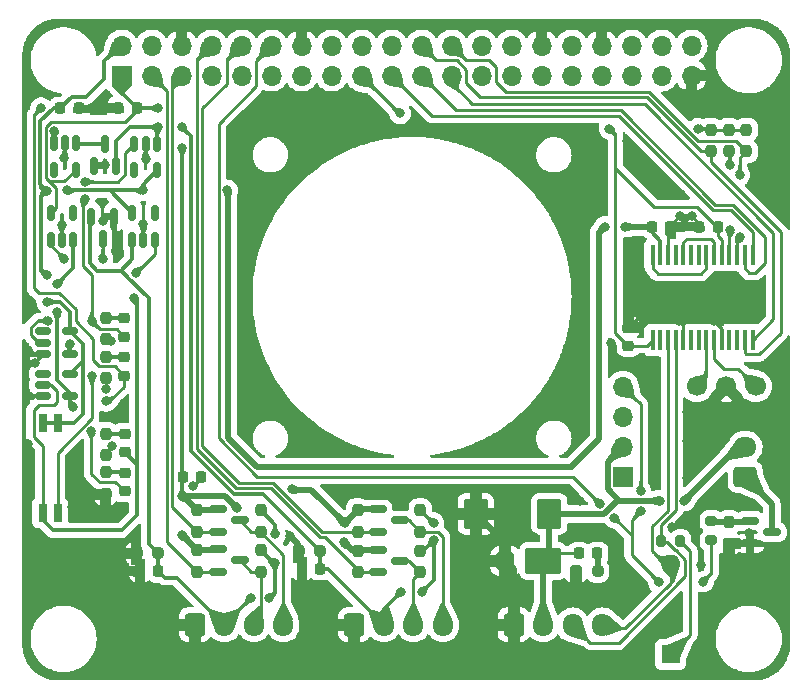
<source format=gtl>
%TF.GenerationSoftware,KiCad,Pcbnew,7.0.9*%
%TF.CreationDate,2024-12-01T07:09:43+09:00*%
%TF.ProjectId,raspi_comm_if_hat,72617370-695f-4636-9f6d-6d5f69665f68,rev?*%
%TF.SameCoordinates,PX5f5e100PY68e7780*%
%TF.FileFunction,Copper,L1,Top*%
%TF.FilePolarity,Positive*%
%FSLAX46Y46*%
G04 Gerber Fmt 4.6, Leading zero omitted, Abs format (unit mm)*
G04 Created by KiCad (PCBNEW 7.0.9) date 2024-12-01 07:09:43*
%MOMM*%
%LPD*%
G01*
G04 APERTURE LIST*
G04 Aperture macros list*
%AMRoundRect*
0 Rectangle with rounded corners*
0 $1 Rounding radius*
0 $2 $3 $4 $5 $6 $7 $8 $9 X,Y pos of 4 corners*
0 Add a 4 corners polygon primitive as box body*
4,1,4,$2,$3,$4,$5,$6,$7,$8,$9,$2,$3,0*
0 Add four circle primitives for the rounded corners*
1,1,$1+$1,$2,$3*
1,1,$1+$1,$4,$5*
1,1,$1+$1,$6,$7*
1,1,$1+$1,$8,$9*
0 Add four rect primitives between the rounded corners*
20,1,$1+$1,$2,$3,$4,$5,0*
20,1,$1+$1,$4,$5,$6,$7,0*
20,1,$1+$1,$6,$7,$8,$9,0*
20,1,$1+$1,$8,$9,$2,$3,0*%
G04 Aperture macros list end*
%TA.AperFunction,ComponentPad*%
%ADD10R,1.600000X1.600000*%
%TD*%
%TA.AperFunction,ComponentPad*%
%ADD11O,1.600000X1.600000*%
%TD*%
%TA.AperFunction,SMDPad,CuDef*%
%ADD12RoundRect,0.250000X1.300000X0.850000X-1.300000X0.850000X-1.300000X-0.850000X1.300000X-0.850000X0*%
%TD*%
%TA.AperFunction,SMDPad,CuDef*%
%ADD13RoundRect,0.250000X0.500000X0.510000X-0.500000X0.510000X-0.500000X-0.510000X0.500000X-0.510000X0*%
%TD*%
%TA.AperFunction,SMDPad,CuDef*%
%ADD14RoundRect,0.237500X-0.237500X0.250000X-0.237500X-0.250000X0.237500X-0.250000X0.237500X0.250000X0*%
%TD*%
%TA.AperFunction,SMDPad,CuDef*%
%ADD15R,0.760000X1.600000*%
%TD*%
%TA.AperFunction,ComponentPad*%
%ADD16RoundRect,0.250000X-0.600000X-0.725000X0.600000X-0.725000X0.600000X0.725000X-0.600000X0.725000X0*%
%TD*%
%TA.AperFunction,ComponentPad*%
%ADD17O,1.700000X1.950000*%
%TD*%
%TA.AperFunction,SMDPad,CuDef*%
%ADD18RoundRect,0.150000X-0.587500X-0.150000X0.587500X-0.150000X0.587500X0.150000X-0.587500X0.150000X0*%
%TD*%
%TA.AperFunction,SMDPad,CuDef*%
%ADD19RoundRect,0.237500X0.250000X0.237500X-0.250000X0.237500X-0.250000X-0.237500X0.250000X-0.237500X0*%
%TD*%
%TA.AperFunction,SMDPad,CuDef*%
%ADD20RoundRect,0.225000X0.225000X0.250000X-0.225000X0.250000X-0.225000X-0.250000X0.225000X-0.250000X0*%
%TD*%
%TA.AperFunction,SMDPad,CuDef*%
%ADD21RoundRect,0.150000X-0.512500X-0.150000X0.512500X-0.150000X0.512500X0.150000X-0.512500X0.150000X0*%
%TD*%
%TA.AperFunction,SMDPad,CuDef*%
%ADD22RoundRect,0.225000X-0.225000X-0.250000X0.225000X-0.250000X0.225000X0.250000X-0.225000X0.250000X0*%
%TD*%
%TA.AperFunction,ComponentPad*%
%ADD23C,1.700000*%
%TD*%
%TA.AperFunction,SMDPad,CuDef*%
%ADD24RoundRect,0.225000X0.250000X-0.225000X0.250000X0.225000X-0.250000X0.225000X-0.250000X-0.225000X0*%
%TD*%
%TA.AperFunction,SMDPad,CuDef*%
%ADD25RoundRect,0.218750X-0.256250X0.218750X-0.256250X-0.218750X0.256250X-0.218750X0.256250X0.218750X0*%
%TD*%
%TA.AperFunction,SMDPad,CuDef*%
%ADD26RoundRect,0.218750X0.218750X0.256250X-0.218750X0.256250X-0.218750X-0.256250X0.218750X-0.256250X0*%
%TD*%
%TA.AperFunction,SMDPad,CuDef*%
%ADD27RoundRect,0.150000X0.150000X-0.587500X0.150000X0.587500X-0.150000X0.587500X-0.150000X-0.587500X0*%
%TD*%
%TA.AperFunction,SMDPad,CuDef*%
%ADD28RoundRect,0.250000X0.787500X1.025000X-0.787500X1.025000X-0.787500X-1.025000X0.787500X-1.025000X0*%
%TD*%
%TA.AperFunction,ComponentPad*%
%ADD29RoundRect,0.250000X0.725000X-0.600000X0.725000X0.600000X-0.725000X0.600000X-0.725000X-0.600000X0*%
%TD*%
%TA.AperFunction,ComponentPad*%
%ADD30O,1.950000X1.700000*%
%TD*%
%TA.AperFunction,SMDPad,CuDef*%
%ADD31RoundRect,0.150000X0.150000X-0.512500X0.150000X0.512500X-0.150000X0.512500X-0.150000X-0.512500X0*%
%TD*%
%TA.AperFunction,SMDPad,CuDef*%
%ADD32RoundRect,0.150000X-0.150000X0.512500X-0.150000X-0.512500X0.150000X-0.512500X0.150000X0.512500X0*%
%TD*%
%TA.AperFunction,SMDPad,CuDef*%
%ADD33RoundRect,0.200000X0.275000X-0.200000X0.275000X0.200000X-0.275000X0.200000X-0.275000X-0.200000X0*%
%TD*%
%TA.AperFunction,SMDPad,CuDef*%
%ADD34RoundRect,0.150000X-0.150000X0.587500X-0.150000X-0.587500X0.150000X-0.587500X0.150000X0.587500X0*%
%TD*%
%TA.AperFunction,ComponentPad*%
%ADD35R,1.700000X1.700000*%
%TD*%
%TA.AperFunction,ComponentPad*%
%ADD36O,1.700000X1.700000*%
%TD*%
%TA.AperFunction,SMDPad,CuDef*%
%ADD37RoundRect,0.200000X-0.200000X-0.275000X0.200000X-0.275000X0.200000X0.275000X-0.200000X0.275000X0*%
%TD*%
%TA.AperFunction,SMDPad,CuDef*%
%ADD38R,0.450000X1.750000*%
%TD*%
%TA.AperFunction,ViaPad*%
%ADD39C,0.800000*%
%TD*%
%TA.AperFunction,Conductor*%
%ADD40C,0.300000*%
%TD*%
%TA.AperFunction,Conductor*%
%ADD41C,0.250000*%
%TD*%
%TA.AperFunction,Conductor*%
%ADD42C,0.500000*%
%TD*%
G04 APERTURE END LIST*
D10*
%TO.P,SW1,1*%
%TO.N,Net-(R5-Pad2)*%
X54900000Y2200000D03*
D11*
%TO.P,SW1,2*%
%TO.N,Net-(J1-Pin_4)*%
X54900000Y9820000D03*
%TD*%
D12*
%TO.P,D2,1,K*%
%TO.N,+12V*%
X44110000Y10100000D03*
D13*
%TO.P,D2,2,A*%
%TO.N,GND*%
X40890000Y10100000D03*
%TD*%
D14*
%TO.P,R11,1*%
%TO.N,Net-(D4-K)*%
X7062500Y17600000D03*
%TO.P,R11,2*%
%TO.N,GND*%
X7062500Y15775000D03*
%TD*%
D15*
%TO.P,SW2,1*%
%TO.N,+5V*%
X2985000Y21810000D03*
%TO.P,SW2,2*%
X1715000Y21810000D03*
%TO.P,SW2,3*%
%TO.N,Net-(D3-A)*%
X1715000Y14190000D03*
%TO.P,SW2,4*%
%TO.N,Net-(D5-A)*%
X2985000Y14190000D03*
%TD*%
D16*
%TO.P,J6,1,Pin_1*%
%TO.N,GND*%
X28100000Y4700000D03*
D17*
%TO.P,J6,2,Pin_2*%
%TO.N,UART_PWR*%
X30600000Y4700000D03*
%TO.P,J6,3,Pin_3*%
%TO.N,TX_conn*%
X33100000Y4700000D03*
%TO.P,J6,4,Pin_4*%
%TO.N,RX_conn*%
X35600000Y4700000D03*
%TD*%
D14*
%TO.P,R17,1*%
%TO.N,I2C_PWR*%
X20168750Y14412500D03*
%TO.P,R17,2*%
%TO.N,SDL_conn*%
X20168750Y12587500D03*
%TD*%
D18*
%TO.P,Q1,1,G*%
%TO.N,Net-(Q1-G)*%
X61612500Y13500000D03*
%TO.P,Q1,2,S*%
%TO.N,GND*%
X61612500Y11600000D03*
%TO.P,Q1,3,D*%
%TO.N,Net-(J4-Pin_1)*%
X63487500Y12550000D03*
%TD*%
D19*
%TO.P,R1,1*%
%TO.N,Net-(D1-K)*%
X48702500Y9260000D03*
%TO.P,R1,2*%
%TO.N,GND*%
X46877500Y9260000D03*
%TD*%
D14*
%TO.P,R16,1*%
%TO.N,I2C_PWR*%
X20168750Y11012500D03*
%TO.P,R16,2*%
%TO.N,SDA_conn*%
X20168750Y9187500D03*
%TD*%
D20*
%TO.P,C2,1*%
%TO.N,+3.3V*%
X9675000Y48450000D03*
%TO.P,C2,2*%
%TO.N,GND*%
X8125000Y48450000D03*
%TD*%
D18*
%TO.P,Q3,1,G*%
%TO.N,+3.3V*%
X16543750Y14500000D03*
%TO.P,Q3,2,S*%
%TO.N,SDL*%
X16543750Y12600000D03*
%TO.P,Q3,3,D*%
%TO.N,SDL_conn*%
X18418750Y13550000D03*
%TD*%
D20*
%TO.P,C9,1*%
%TO.N,UART_PWR*%
X25225000Y9450000D03*
%TO.P,C9,2*%
%TO.N,GND*%
X23675000Y9450000D03*
%TD*%
D21*
%TO.P,U3,1*%
%TO.N,N/C*%
X1762500Y29550000D03*
%TO.P,U3,2*%
%TO.N,Net-(D5-A)*%
X1762500Y28600000D03*
%TO.P,U3,3,GND*%
%TO.N,GND*%
X1762500Y27650000D03*
%TO.P,U3,4*%
%TO.N,Net-(D6-A)*%
X4037500Y27650000D03*
%TO.P,U3,5,VCC*%
%TO.N,+5V*%
X4037500Y29550000D03*
%TD*%
D14*
%TO.P,R2,1*%
%TO.N,+3.3V*%
X58300000Y46612500D03*
%TO.P,R2,2*%
%TO.N,CAN_INT*%
X58300000Y44787500D03*
%TD*%
D22*
%TO.P,C3,1*%
%TO.N,+3.3V*%
X13600000Y17250000D03*
%TO.P,C3,2*%
%TO.N,GND*%
X15150000Y17250000D03*
%TD*%
D23*
%TO.P,Y1,1,1*%
%TO.N,Net-(U1-OSC1)*%
X62100000Y24900000D03*
%TO.P,Y1,2,2*%
%TO.N,GND*%
X59600000Y24900000D03*
%TO.P,Y1,3,3*%
%TO.N,Net-(U1-OSC2)*%
X57100000Y24900000D03*
%TD*%
D24*
%TO.P,C6,1*%
%TO.N,+3.3V*%
X51300000Y28325000D03*
%TO.P,C6,2*%
%TO.N,GND*%
X51300000Y29875000D03*
%TD*%
D25*
%TO.P,D6,1,K*%
%TO.N,Net-(D6-K)*%
X8600000Y27375000D03*
%TO.P,D6,2,A*%
%TO.N,Net-(D6-A)*%
X8600000Y25800000D03*
%TD*%
D26*
%TO.P,D1,1,K*%
%TO.N,Net-(D1-K)*%
X48687500Y10750000D03*
%TO.P,D1,2,A*%
%TO.N,+12V*%
X47112500Y10750000D03*
%TD*%
D27*
%TO.P,U7,1,GND*%
%TO.N,GND*%
X6050000Y43562500D03*
%TO.P,U7,2,VO*%
%TO.N,UART_PWR*%
X7950000Y43562500D03*
%TO.P,U7,3,VI*%
%TO.N,Net-(U7-VI)*%
X7000000Y45437500D03*
%TD*%
D28*
%TO.P,C4,1*%
%TO.N,+12V*%
X44612500Y14100000D03*
%TO.P,C4,2*%
%TO.N,GND*%
X38387500Y14100000D03*
%TD*%
D14*
%TO.P,R9,1*%
%TO.N,Net-(Q1-G)*%
X59837500Y13412500D03*
%TO.P,R9,2*%
%TO.N,GND*%
X59837500Y11587500D03*
%TD*%
D29*
%TO.P,J4,1,Pin_1*%
%TO.N,Net-(J4-Pin_1)*%
X61200000Y17250000D03*
D30*
%TO.P,J4,2,Pin_2*%
%TO.N,+12V*%
X61200000Y19750000D03*
%TD*%
D31*
%TO.P,U8,1,OUT*%
%TO.N,Net-(U6-VI)*%
X2400000Y37300000D03*
%TO.P,U8,2,GND*%
%TO.N,GND*%
X3350000Y37300000D03*
%TO.P,U8,3,CTRL*%
%TO.N,Net-(D4-A)*%
X4300000Y37300000D03*
%TO.P,U8,4,NC*%
%TO.N,unconnected-(U8-NC-Pad4)*%
X4300000Y39575000D03*
%TO.P,U8,5,IN*%
%TO.N,+3.3V*%
X2400000Y39575000D03*
%TD*%
D14*
%TO.P,R3,1*%
%TO.N,+3.3V*%
X59800000Y46612500D03*
%TO.P,R3,2*%
%TO.N,Net-(U1-~{RESET})*%
X59800000Y44787500D03*
%TD*%
D16*
%TO.P,J1,1,Pin_1*%
%TO.N,GND*%
X41600000Y4700000D03*
D17*
%TO.P,J1,2,Pin_2*%
%TO.N,+12V*%
X44100000Y4700000D03*
%TO.P,J1,3,Pin_3*%
%TO.N,Net-(J1-Pin_3)*%
X46600000Y4700000D03*
%TO.P,J1,4,Pin_4*%
%TO.N,Net-(J1-Pin_4)*%
X49100000Y4700000D03*
%TD*%
D18*
%TO.P,Q4,1,G*%
%TO.N,+3.3V*%
X30100000Y11050000D03*
%TO.P,Q4,2,S*%
%TO.N,TX*%
X30100000Y9150000D03*
%TO.P,Q4,3,D*%
%TO.N,TX_conn*%
X31975000Y10100000D03*
%TD*%
D19*
%TO.P,R8,1*%
%TO.N,UART_PWR*%
X25212500Y10950000D03*
%TO.P,R8,2*%
%TO.N,GND*%
X23387500Y10950000D03*
%TD*%
D16*
%TO.P,J3,1,Pin_1*%
%TO.N,GND*%
X14600000Y4700000D03*
D17*
%TO.P,J3,2,Pin_2*%
%TO.N,I2C_PWR*%
X17100000Y4700000D03*
%TO.P,J3,3,Pin_3*%
%TO.N,SDA_conn*%
X19600000Y4700000D03*
%TO.P,J3,4,Pin_4*%
%TO.N,SDL_conn*%
X22100000Y4700000D03*
%TD*%
D14*
%TO.P,R14,1*%
%TO.N,+3.3V*%
X14818750Y14412500D03*
%TO.P,R14,2*%
%TO.N,SDL*%
X14818750Y12587500D03*
%TD*%
%TO.P,R12,1*%
%TO.N,Net-(D5-K)*%
X7100000Y30712500D03*
%TO.P,R12,2*%
%TO.N,GND*%
X7100000Y28887500D03*
%TD*%
D21*
%TO.P,U2,1*%
%TO.N,N/C*%
X1762500Y25950000D03*
%TO.P,U2,2*%
%TO.N,Net-(D3-A)*%
X1762500Y25000000D03*
%TO.P,U2,3,GND*%
%TO.N,GND*%
X1762500Y24050000D03*
%TO.P,U2,4*%
%TO.N,Net-(D4-A)*%
X4037500Y24050000D03*
%TO.P,U2,5,VCC*%
%TO.N,+5V*%
X4037500Y25950000D03*
%TD*%
D14*
%TO.P,R18,1*%
%TO.N,+3.3V*%
X28387500Y14412500D03*
%TO.P,R18,2*%
%TO.N,RX*%
X28387500Y12587500D03*
%TD*%
D32*
%TO.P,U5,1,OUT*%
%TO.N,UART_PWR*%
X11400000Y45450000D03*
%TO.P,U5,2,GND*%
%TO.N,GND*%
X10450000Y45450000D03*
%TO.P,U5,3,CTRL*%
%TO.N,Net-(D5-A)*%
X9500000Y45450000D03*
%TO.P,U5,4,NC*%
%TO.N,unconnected-(U5-NC-Pad4)*%
X9500000Y43175000D03*
%TO.P,U5,5,IN*%
%TO.N,+5V*%
X11400000Y43175000D03*
%TD*%
D19*
%TO.P,R7,1*%
%TO.N,I2C_PWR*%
X11512500Y10750000D03*
%TO.P,R7,2*%
%TO.N,GND*%
X9687500Y10750000D03*
%TD*%
D14*
%TO.P,R21,1*%
%TO.N,UART_PWR*%
X33687500Y14412500D03*
%TO.P,R21,2*%
%TO.N,RX_conn*%
X33687500Y12587500D03*
%TD*%
%TO.P,R15,1*%
%TO.N,+3.3V*%
X14818750Y11012500D03*
%TO.P,R15,2*%
%TO.N,SDA*%
X14818750Y9187500D03*
%TD*%
D18*
%TO.P,Q5,1,G*%
%TO.N,+3.3V*%
X30100000Y14500000D03*
%TO.P,Q5,2,S*%
%TO.N,RX*%
X30100000Y12600000D03*
%TO.P,Q5,3,D*%
%TO.N,RX_conn*%
X31975000Y13550000D03*
%TD*%
D14*
%TO.P,R10,1*%
%TO.N,Net-(D3-K)*%
X7062500Y20900000D03*
%TO.P,R10,2*%
%TO.N,GND*%
X7062500Y19075000D03*
%TD*%
D25*
%TO.P,D3,1,K*%
%TO.N,Net-(D3-K)*%
X8662500Y20875000D03*
%TO.P,D3,2,A*%
%TO.N,Net-(D3-A)*%
X8662500Y19300000D03*
%TD*%
D22*
%TO.P,C7,1*%
%TO.N,+5V*%
X53325000Y38400000D03*
%TO.P,C7,2*%
%TO.N,GND*%
X54875000Y38400000D03*
%TD*%
D20*
%TO.P,C8,1*%
%TO.N,I2C_PWR*%
X11525000Y9250000D03*
%TO.P,C8,2*%
%TO.N,GND*%
X9975000Y9250000D03*
%TD*%
D33*
%TO.P,R6,1*%
%TO.N,FAN_PWM*%
X58337500Y11850000D03*
%TO.P,R6,2*%
%TO.N,Net-(Q1-G)*%
X58337500Y13500000D03*
%TD*%
D14*
%TO.P,R4,1*%
%TO.N,+3.3V*%
X61300000Y46612500D03*
%TO.P,R4,2*%
%TO.N,CS*%
X61300000Y44787500D03*
%TD*%
D32*
%TO.P,U9,1,OUT*%
%TO.N,Net-(U7-VI)*%
X4550000Y45500000D03*
%TO.P,U9,2,GND*%
%TO.N,GND*%
X3600000Y45500000D03*
%TO.P,U9,3,CTRL*%
%TO.N,Net-(D6-A)*%
X2650000Y45500000D03*
%TO.P,U9,4,NC*%
%TO.N,unconnected-(U9-NC-Pad4)*%
X2650000Y43225000D03*
%TO.P,U9,5,IN*%
%TO.N,+3.3V*%
X4550000Y43225000D03*
%TD*%
D14*
%TO.P,R19,1*%
%TO.N,+3.3V*%
X28387500Y10962500D03*
%TO.P,R19,2*%
%TO.N,TX*%
X28387500Y9137500D03*
%TD*%
D18*
%TO.P,Q2,1,G*%
%TO.N,+3.3V*%
X16543750Y11100000D03*
%TO.P,Q2,2,S*%
%TO.N,SDA*%
X16543750Y9200000D03*
%TO.P,Q2,3,D*%
%TO.N,SDA_conn*%
X18418750Y10150000D03*
%TD*%
D25*
%TO.P,D5,1,K*%
%TO.N,Net-(D5-K)*%
X8600000Y30687500D03*
%TO.P,D5,2,A*%
%TO.N,Net-(D5-A)*%
X8600000Y29112500D03*
%TD*%
D31*
%TO.P,U4,1,OUT*%
%TO.N,I2C_PWR*%
X9300000Y37300000D03*
%TO.P,U4,2,GND*%
%TO.N,GND*%
X10250000Y37300000D03*
%TO.P,U4,3,CTRL*%
%TO.N,Net-(D3-A)*%
X11200000Y37300000D03*
%TO.P,U4,4,NC*%
%TO.N,unconnected-(U4-NC-Pad4)*%
X11200000Y39575000D03*
%TO.P,U4,5,IN*%
%TO.N,+5V*%
X9300000Y39575000D03*
%TD*%
D34*
%TO.P,U6,1,GND*%
%TO.N,GND*%
X7750000Y39243750D03*
%TO.P,U6,2,VO*%
%TO.N,I2C_PWR*%
X5850000Y39243750D03*
%TO.P,U6,3,VI*%
%TO.N,Net-(U6-VI)*%
X6800000Y37368750D03*
%TD*%
D35*
%TO.P,J5,1,Pin_1*%
%TO.N,GND*%
X50850000Y17250000D03*
D36*
%TO.P,J5,2,Pin_2*%
%TO.N,+12V*%
X50850000Y19790000D03*
%TO.P,J5,3,Pin_3*%
%TO.N,unconnected-(J5-Pin_3-Pad3)*%
X50850000Y22330000D03*
%TO.P,J5,4,Pin_4*%
%TO.N,FAN_PWM*%
X50850000Y24870000D03*
%TD*%
D37*
%TO.P,R5,1*%
%TO.N,Net-(J1-Pin_3)*%
X54075000Y11800000D03*
%TO.P,R5,2*%
%TO.N,Net-(R5-Pad2)*%
X55725000Y11800000D03*
%TD*%
D20*
%TO.P,C5,1*%
%TO.N,+3.3V*%
X58875000Y38400000D03*
%TO.P,C5,2*%
%TO.N,GND*%
X57325000Y38400000D03*
%TD*%
D25*
%TO.P,D4,1,K*%
%TO.N,Net-(D4-K)*%
X8662500Y17575000D03*
%TO.P,D4,2,A*%
%TO.N,Net-(D4-A)*%
X8662500Y16000000D03*
%TD*%
D14*
%TO.P,R13,1*%
%TO.N,Net-(D6-K)*%
X7100000Y27400000D03*
%TO.P,R13,2*%
%TO.N,GND*%
X7100000Y25575000D03*
%TD*%
D22*
%TO.P,C1,1*%
%TO.N,+5V*%
X3225000Y48450000D03*
%TO.P,C1,2*%
%TO.N,GND*%
X4775000Y48450000D03*
%TD*%
D38*
%TO.P,U1,1,VIO*%
%TO.N,+3.3V*%
X53375000Y28800000D03*
%TO.P,U1,2,NC*%
%TO.N,unconnected-(U1-NC-Pad2)*%
X54025000Y28800000D03*
%TO.P,U1,3,CANL*%
%TO.N,Net-(J1-Pin_4)*%
X54675000Y28800000D03*
%TO.P,U1,4,CANH*%
%TO.N,Net-(J1-Pin_3)*%
X55325000Y28800000D03*
%TO.P,U1,5,STBY*%
%TO.N,GND*%
X55975000Y28800000D03*
%TO.P,U1,6,~{Tx1RTS}*%
%TO.N,unconnected-(U1-~{Tx1RTS}-Pad6)*%
X56625000Y28800000D03*
%TO.P,U1,7,~{Tx2RTS}*%
%TO.N,unconnected-(U1-~{Tx2RTS}-Pad7)*%
X57275000Y28800000D03*
%TO.P,U1,8,OSC2*%
%TO.N,Net-(U1-OSC2)*%
X57925000Y28800000D03*
%TO.P,U1,9,OSC1*%
%TO.N,Net-(U1-OSC1)*%
X58575000Y28800000D03*
%TO.P,U1,10,GND*%
%TO.N,GND*%
X59225000Y28800000D03*
%TO.P,U1,11,~{Rx1BF}*%
%TO.N,unconnected-(U1-~{Rx1BF}-Pad11)*%
X59875000Y28800000D03*
%TO.P,U1,12,~{Rx0BF}*%
%TO.N,unconnected-(U1-~{Rx0BF}-Pad12)*%
X60525000Y28800000D03*
%TO.P,U1,13,~{INT}*%
%TO.N,CAN_INT*%
X61175000Y28800000D03*
%TO.P,U1,14,SCK*%
%TO.N,CLK*%
X61825000Y28800000D03*
%TO.P,U1,15,SI*%
%TO.N,MOSI*%
X61825000Y36000000D03*
%TO.P,U1,16,SO*%
%TO.N,MISO*%
X61175000Y36000000D03*
%TO.P,U1,17,~{CS}*%
%TO.N,CS*%
X60525000Y36000000D03*
%TO.P,U1,18,~{RESET}*%
%TO.N,Net-(U1-~{RESET})*%
X59875000Y36000000D03*
%TO.P,U1,19,VDD*%
%TO.N,+3.3V*%
X59225000Y36000000D03*
%TO.P,U1,20,TxCAN*%
%TO.N,Net-(U1-TXD)*%
X58575000Y36000000D03*
%TO.P,U1,21,RxCAN*%
%TO.N,Net-(U1-RXD)*%
X57925000Y36000000D03*
%TO.P,U1,22,CLKOUT*%
%TO.N,unconnected-(U1-CLKOUT-Pad22)*%
X57275000Y36000000D03*
%TO.P,U1,23,~{Tx0RTS}*%
%TO.N,unconnected-(U1-~{Tx0RTS}-Pad23)*%
X56625000Y36000000D03*
%TO.P,U1,24,TXD*%
%TO.N,Net-(U1-TXD)*%
X55975000Y36000000D03*
%TO.P,U1,25,NC*%
%TO.N,unconnected-(U1-NC-Pad25)*%
X55325000Y36000000D03*
%TO.P,U1,26,VSS*%
%TO.N,GND*%
X54675000Y36000000D03*
%TO.P,U1,27,VDDA*%
%TO.N,+5V*%
X54025000Y36000000D03*
%TO.P,U1,28,RXD*%
%TO.N,Net-(U1-RXD)*%
X53375000Y36000000D03*
%TD*%
D14*
%TO.P,R20,1*%
%TO.N,UART_PWR*%
X33687500Y10962500D03*
%TO.P,R20,2*%
%TO.N,TX_conn*%
X33687500Y9137500D03*
%TD*%
D35*
%TO.P,J2,1,Pin_1*%
%TO.N,+3.3V*%
X8400000Y51210000D03*
D36*
%TO.P,J2,2,Pin_2*%
%TO.N,+5V*%
X8400000Y53750000D03*
%TO.P,J2,3,Pin_3*%
%TO.N,SDA*%
X10940000Y51210000D03*
%TO.P,J2,4,Pin_4*%
%TO.N,unconnected-(J2-Pin_4-Pad4)*%
X10940000Y53750000D03*
%TO.P,J2,5,Pin_5*%
%TO.N,SDL*%
X13480000Y51210000D03*
%TO.P,J2,6,Pin_6*%
%TO.N,GND*%
X13480000Y53750000D03*
%TO.P,J2,7,Pin_7*%
%TO.N,unconnected-(J2-Pin_7-Pad7)*%
X16020000Y51210000D03*
%TO.P,J2,8,Pin_8*%
%TO.N,TX*%
X16020000Y53750000D03*
%TO.P,J2,9,Pin_9*%
%TO.N,GND*%
X18560000Y51210000D03*
%TO.P,J2,10,Pin_10*%
%TO.N,RX*%
X18560000Y53750000D03*
%TO.P,J2,11,Pin_11*%
%TO.N,unconnected-(J2-Pin_11-Pad11)*%
X21100000Y51210000D03*
%TO.P,J2,12,Pin_12*%
%TO.N,FAN_PWM*%
X21100000Y53750000D03*
%TO.P,J2,13,Pin_13*%
%TO.N,unconnected-(J2-Pin_13-Pad13)*%
X23640000Y51210000D03*
%TO.P,J2,14,Pin_14*%
%TO.N,GND*%
X23640000Y53750000D03*
%TO.P,J2,15,Pin_15*%
%TO.N,unconnected-(J2-Pin_15-Pad15)*%
X26180000Y51210000D03*
%TO.P,J2,16,Pin_16*%
%TO.N,unconnected-(J2-Pin_16-Pad16)*%
X26180000Y53750000D03*
%TO.P,J2,17,Pin_17*%
%TO.N,+3.3V*%
X28720000Y51210000D03*
%TO.P,J2,18,Pin_18*%
%TO.N,unconnected-(J2-Pin_18-Pad18)*%
X28720000Y53750000D03*
%TO.P,J2,19,Pin_19*%
%TO.N,MOSI*%
X31260000Y51210000D03*
%TO.P,J2,20,Pin_20*%
%TO.N,unconnected-(J2-Pin_20-Pad20)*%
X31260000Y53750000D03*
%TO.P,J2,21,Pin_21*%
%TO.N,MISO*%
X33800000Y51210000D03*
%TO.P,J2,22,Pin_22*%
%TO.N,CAN_INT*%
X33800000Y53750000D03*
%TO.P,J2,23,Pin_23*%
%TO.N,CLK*%
X36340000Y51210000D03*
%TO.P,J2,24,Pin_24*%
%TO.N,CS*%
X36340000Y53750000D03*
%TO.P,J2,25,Pin_25*%
%TO.N,GND*%
X38880000Y51210000D03*
%TO.P,J2,26,Pin_26*%
%TO.N,unconnected-(J2-Pin_26-Pad26)*%
X38880000Y53750000D03*
%TO.P,J2,27,Pin_27*%
%TO.N,unconnected-(J2-Pin_27-Pad27)*%
X41420000Y51210000D03*
%TO.P,J2,28,Pin_28*%
%TO.N,unconnected-(J2-Pin_28-Pad28)*%
X41420000Y53750000D03*
%TO.P,J2,29,Pin_29*%
%TO.N,unconnected-(J2-Pin_29-Pad29)*%
X43960000Y51210000D03*
%TO.P,J2,30,Pin_30*%
%TO.N,GND*%
X43960000Y53750000D03*
%TO.P,J2,31,Pin_31*%
%TO.N,unconnected-(J2-Pin_31-Pad31)*%
X46500000Y51210000D03*
%TO.P,J2,32,Pin_32*%
%TO.N,unconnected-(J2-Pin_32-Pad32)*%
X46500000Y53750000D03*
%TO.P,J2,33,Pin_33*%
%TO.N,unconnected-(J2-Pin_33-Pad33)*%
X49040000Y51210000D03*
%TO.P,J2,34,Pin_34*%
%TO.N,GND*%
X49040000Y53750000D03*
%TO.P,J2,35,Pin_35*%
%TO.N,unconnected-(J2-Pin_35-Pad35)*%
X51580000Y51210000D03*
%TO.P,J2,36,Pin_36*%
%TO.N,unconnected-(J2-Pin_36-Pad36)*%
X51580000Y53750000D03*
%TO.P,J2,37,Pin_37*%
%TO.N,unconnected-(J2-Pin_37-Pad37)*%
X54120000Y51210000D03*
%TO.P,J2,38,Pin_38*%
%TO.N,unconnected-(J2-Pin_38-Pad38)*%
X54120000Y53750000D03*
%TO.P,J2,39,Pin_39*%
%TO.N,GND*%
X56660000Y51210000D03*
%TO.P,J2,40,Pin_40*%
%TO.N,unconnected-(J2-Pin_40-Pad40)*%
X56660000Y53750000D03*
%TD*%
D39*
%TO.N,+5V*%
X2068747Y41443247D03*
X2100000Y32050000D03*
X51000000Y38400000D03*
X3750000Y41475201D03*
X17350000Y41500000D03*
X49300000Y38400000D03*
X2100000Y34300000D03*
X10200000Y41500000D03*
%TO.N,GND*%
X9500000Y9200000D03*
X22700000Y12200000D03*
X450000Y31650000D03*
X56250000Y17100000D03*
X56700000Y39300000D03*
X55600000Y30400000D03*
X500000Y15550000D03*
X49850000Y28600000D03*
X4050000Y18800000D03*
X23150000Y7000000D03*
X50150000Y12050000D03*
X47300000Y25800000D03*
X64550000Y23800000D03*
X26950000Y55550000D03*
X6850000Y38868750D03*
X47200000Y15200000D03*
X58600000Y30400000D03*
X26450000Y16200000D03*
X55050000Y12950000D03*
X58500000Y33650000D03*
X16950000Y55550000D03*
X46150000Y12100000D03*
X43050000Y42650000D03*
X46950000Y55550000D03*
X18900000Y21500000D03*
X53500000Y23800000D03*
X47300000Y30800000D03*
X58100000Y500000D03*
X18900000Y31500000D03*
X64500000Y11050000D03*
X46850000Y8350000D03*
X51950000Y55550000D03*
X27400000Y500000D03*
X21650000Y500000D03*
X62500000Y30850000D03*
X58450000Y15250000D03*
X36750000Y11850000D03*
X50100000Y26900000D03*
X450000Y20050000D03*
X56950000Y55550000D03*
X4250000Y14700000D03*
X51200000Y45650000D03*
X8600000Y23500000D03*
X10450000Y44150000D03*
X550000Y7700000D03*
X57450000Y9750000D03*
X53550000Y16600000D03*
X41950000Y55550000D03*
X20150000Y49050000D03*
X23900000Y21500000D03*
X55650000Y39350000D03*
X13700000Y6550000D03*
X7000000Y43650000D03*
X42250000Y7200000D03*
X61550000Y12500000D03*
X53600000Y30800000D03*
X7542849Y28725937D03*
X21950000Y55550000D03*
X64550000Y19900000D03*
X64600000Y28150000D03*
X2350000Y49550000D03*
X47300000Y20800000D03*
X33600000Y16200000D03*
X26800000Y6900000D03*
X37500000Y19250000D03*
X51350000Y36950000D03*
X4900000Y11450000D03*
X6400000Y48450000D03*
X47300000Y40800000D03*
X25100000Y3600000D03*
X1050000Y26900000D03*
X3350000Y38537500D03*
X450000Y49700000D03*
X3500000Y44200000D03*
X64550000Y7600000D03*
X10400000Y700000D03*
X7100000Y22300000D03*
X450000Y27950000D03*
X52550000Y42500000D03*
X4800000Y7600000D03*
X64600000Y26050000D03*
X62550000Y33550000D03*
X38300000Y45550000D03*
X18900000Y26500000D03*
X64300000Y39550000D03*
X4050000Y16800000D03*
X55550000Y6700000D03*
X23100000Y19350000D03*
X49900000Y7050000D03*
X40300000Y14100000D03*
X31950000Y55550000D03*
X38600000Y4700000D03*
X43000000Y22550000D03*
X36950000Y55550000D03*
X600000Y24050000D03*
X52500000Y550000D03*
X56550000Y13350000D03*
X10100000Y7300000D03*
X64150000Y44400000D03*
X47300000Y45600000D03*
X64550000Y15100000D03*
X53500000Y20700000D03*
X18900000Y46500000D03*
X53300000Y3950000D03*
X61750000Y15050000D03*
X53500000Y26850000D03*
X36850000Y500000D03*
X59800000Y7500000D03*
X43050000Y19300000D03*
X11950000Y55550000D03*
X36750000Y8700000D03*
X14450000Y16449500D03*
X18900000Y41500000D03*
X28300000Y19300000D03*
X59800000Y10400000D03*
X51350000Y33650000D03*
X56300000Y20300000D03*
X500000Y11450000D03*
X60300000Y22750000D03*
X52450000Y7750000D03*
X55750000Y41150000D03*
X6950000Y55550000D03*
X45450000Y7100000D03*
X7100000Y24650000D03*
X43350000Y12100000D03*
X41350000Y16200000D03*
X47300000Y35800000D03*
X28900000Y46500000D03*
X7631455Y19876388D03*
X18900000Y36500000D03*
X51250000Y31250000D03*
X10250000Y38637500D03*
X23900000Y46500000D03*
X5800000Y13750000D03*
X56300000Y22750000D03*
X7050000Y14400000D03*
X64200000Y49100000D03*
X9650000Y12400000D03*
X43100000Y450000D03*
X28750000Y49050000D03*
X55450000Y49250000D03*
X24100000Y49050000D03*
%TO.N,+12V*%
X56049500Y15200000D03*
X53950500Y15200000D03*
%TO.N,I2C_PWR*%
X21415424Y12365424D03*
X19350000Y7000000D03*
X21375500Y9950000D03*
X20893250Y6950000D03*
%TO.N,UART_PWR*%
X34825201Y13312000D03*
X13524500Y46850000D03*
X11500000Y46850000D03*
X33824500Y7500000D03*
X32050000Y7500000D03*
X34825201Y11863000D03*
%TO.N,+3.3V*%
X18200000Y14600000D03*
X13550000Y12300000D03*
X57212299Y46712299D03*
X27237500Y11700000D03*
X32000000Y48000000D03*
X13524500Y15600000D03*
X13524500Y45100000D03*
X22812299Y16162299D03*
X27287500Y13312000D03*
X11500000Y48450000D03*
X49700000Y46700000D03*
%TO.N,CS*%
X60732728Y37506277D03*
X60737701Y42797629D03*
%TO.N,Net-(U1-~{RESET})*%
X59900000Y43600000D03*
X59945488Y38122116D03*
%TO.N,Net-(D3-A)*%
X9600000Y34500000D03*
X9475500Y32400000D03*
%TO.N,Net-(D4-A)*%
X4300500Y23150000D03*
X5850000Y21100000D03*
X2950000Y33524500D03*
X2950000Y31174500D03*
%TO.N,Net-(D5-A)*%
X5300000Y40725701D03*
X5862250Y30412250D03*
X5300000Y42224701D03*
X5900000Y25800000D03*
X2150000Y30449500D03*
%TO.N,Net-(D6-A)*%
X4000000Y28500000D03*
X1595023Y48454977D03*
X2724500Y46550000D03*
X7100000Y23650497D03*
%TO.N,FAN_PWM*%
X48899312Y14950688D03*
X53900000Y8300000D03*
X52350000Y16049500D03*
X50125688Y13774312D03*
X52350000Y14350500D03*
X57624500Y8350000D03*
%TO.N,Net-(U6-VI)*%
X6800000Y35700000D03*
X3550000Y35700000D03*
%TD*%
D40*
%TO.N,+5V*%
X10200000Y41500000D02*
X10200000Y41975000D01*
X4037500Y29550000D02*
X5150000Y28437500D01*
X2100000Y34300000D02*
X1549799Y34850201D01*
D41*
X10175201Y41475201D02*
X10200000Y41500000D01*
D40*
X2100000Y32050000D02*
X3200000Y32050000D01*
D42*
X49300000Y38400000D02*
X48800000Y37900000D01*
D40*
X5137500Y27050000D02*
X5150000Y27050000D01*
X3200000Y32050000D02*
X4037500Y31212500D01*
X1525000Y41986994D02*
X1525000Y47325000D01*
X17350000Y41500000D02*
X17400000Y41450000D01*
D42*
X46576344Y18176344D02*
X46576344Y18100000D01*
D40*
X53325000Y37925000D02*
X54025000Y37225000D01*
X5150000Y22550000D02*
X4410000Y21810000D01*
X5400000Y49400000D02*
X6900000Y50900000D01*
X53325000Y38400000D02*
X53325000Y37925000D01*
D42*
X19850000Y18100000D02*
X17400000Y20550000D01*
X48800000Y20400000D02*
X46576344Y18176344D01*
D40*
X54025000Y37225000D02*
X54025000Y36000000D01*
D42*
X48800000Y37900000D02*
X48800000Y20400000D01*
D40*
X2650000Y48450000D02*
X3225000Y48450000D01*
X10200000Y41975000D02*
X11400000Y43175000D01*
X1549799Y40924299D02*
X2068747Y41443247D01*
X4410000Y21810000D02*
X1715000Y21810000D01*
X2068747Y41443247D02*
X1525000Y41986994D01*
X9300000Y39575000D02*
X7399799Y41475201D01*
X1549799Y34850201D02*
X1549799Y40924299D01*
D41*
X8250000Y53750000D02*
X8400000Y53750000D01*
D40*
X4037500Y25950000D02*
X5137500Y27050000D01*
X1525000Y47325000D02*
X2650000Y48450000D01*
X6900000Y50900000D02*
X6900000Y52400000D01*
X6900000Y52400000D02*
X8250000Y53750000D01*
X4037500Y31212500D02*
X4037500Y29550000D01*
D42*
X17400000Y20550000D02*
X17400000Y41450000D01*
X51000000Y38400000D02*
X53325000Y38400000D01*
X46576344Y18100000D02*
X19850000Y18100000D01*
D40*
X3750000Y41475201D02*
X10175201Y41475201D01*
X3225000Y48450000D02*
X4175000Y49400000D01*
X4175000Y49400000D02*
X5400000Y49400000D01*
X5150000Y28437500D02*
X5150000Y22550000D01*
D41*
%TO.N,GND*%
X7542849Y28725937D02*
X7381286Y28887500D01*
X3600000Y44300000D02*
X3500000Y44200000D01*
D40*
X6050000Y43500000D02*
X6850000Y43500000D01*
D42*
X46877500Y8377500D02*
X46850000Y8350000D01*
D41*
X15150000Y17149500D02*
X14450000Y16449500D01*
D42*
X38387500Y14100000D02*
X40300000Y14100000D01*
X61612500Y11600000D02*
X59850000Y11600000D01*
X8125000Y48450000D02*
X6400000Y48450000D01*
X59837500Y11587500D02*
X59837500Y10437500D01*
D40*
X6850000Y43500000D02*
X7000000Y43650000D01*
X7225000Y39243750D02*
X6850000Y38868750D01*
D41*
X3600000Y45500000D02*
X3600000Y44300000D01*
D42*
X41600000Y4700000D02*
X41600000Y6550000D01*
D41*
X7050000Y15762500D02*
X7062500Y15775000D01*
X1050000Y26937500D02*
X1762500Y27650000D01*
X15150000Y17250000D02*
X15150000Y17149500D01*
D42*
X41600000Y6550000D02*
X42250000Y7200000D01*
X23337500Y11562500D02*
X22700000Y12200000D01*
X4775000Y48450000D02*
X6400000Y48450000D01*
D41*
X54675000Y38200000D02*
X54675000Y36000000D01*
X59225000Y28800000D02*
X59225000Y29775000D01*
X10450000Y45450000D02*
X10450000Y44150000D01*
X55975000Y30025000D02*
X55600000Y30400000D01*
D42*
X59850000Y11600000D02*
X59837500Y11587500D01*
D41*
X51300000Y29875000D02*
X52225000Y30800000D01*
X3350000Y37300000D02*
X3350000Y38537500D01*
D42*
X40890000Y11597500D02*
X38387500Y14100000D01*
D41*
X7062500Y19075000D02*
X7062500Y19307433D01*
X54875000Y38575000D02*
X54875000Y38400000D01*
X52225000Y30800000D02*
X53600000Y30800000D01*
X600000Y24050000D02*
X1762500Y24050000D01*
X54875000Y38400000D02*
X54675000Y38200000D01*
D42*
X59837500Y10437500D02*
X59800000Y10400000D01*
D41*
X7100000Y25575000D02*
X7100000Y24650000D01*
X55975000Y28800000D02*
X55975000Y30025000D01*
X56700000Y39300000D02*
X57325000Y38675000D01*
D42*
X46877500Y9260000D02*
X46877500Y8377500D01*
D41*
X55650000Y39350000D02*
X54875000Y38575000D01*
D42*
X42250000Y7200000D02*
X41600000Y7850000D01*
D41*
X10250000Y37300000D02*
X10250000Y38637500D01*
X7050000Y14400000D02*
X7050000Y15762500D01*
X7381286Y28887500D02*
X7100000Y28887500D01*
X59225000Y29775000D02*
X58600000Y30400000D01*
D42*
X41600000Y7850000D02*
X41600000Y9390000D01*
D41*
X1050000Y26900000D02*
X1050000Y26937500D01*
D42*
X40890000Y10100000D02*
X40890000Y11597500D01*
X23337500Y10950000D02*
X23337500Y11562500D01*
D40*
X7750000Y39243750D02*
X7225000Y39243750D01*
D41*
X7062500Y19307433D02*
X7631455Y19876388D01*
D42*
X41600000Y9390000D02*
X40890000Y10100000D01*
D41*
%TO.N,+12V*%
X47112500Y10750000D02*
X44760000Y10750000D01*
D42*
X49550000Y18490000D02*
X49550000Y16200000D01*
X50550000Y15200000D02*
X50350000Y15200000D01*
X60599500Y19750000D02*
X56049500Y15200000D01*
X44612500Y10602500D02*
X44110000Y10100000D01*
X50550000Y15200000D02*
X51562500Y15200000D01*
X49250000Y14100000D02*
X44612500Y14100000D01*
X53950500Y15200000D02*
X51562500Y15200000D01*
X50350000Y15200000D02*
X49250000Y14100000D01*
D41*
X44760000Y10750000D02*
X44110000Y10100000D01*
D42*
X50850000Y19790000D02*
X49550000Y18490000D01*
X49550000Y16200000D02*
X50550000Y15200000D01*
X44100000Y10090000D02*
X44110000Y10100000D01*
X44100000Y4700000D02*
X44100000Y10090000D01*
X61200000Y19750000D02*
X60599500Y19750000D01*
X44612500Y14100000D02*
X44612500Y10602500D01*
D41*
%TO.N,Net-(J1-Pin_3)*%
X54075000Y11700000D02*
X54610991Y11700000D01*
X55301996Y11000000D02*
X55310991Y11000000D01*
X50500000Y3200000D02*
X48100000Y3200000D01*
X55000000Y11310991D02*
X55000000Y11301996D01*
X55325000Y14388604D02*
X54075000Y13138604D01*
X54075000Y13138604D02*
X54075000Y11800000D01*
X56100000Y10210991D02*
X56100000Y8800000D01*
X55310991Y11000000D02*
X56100000Y10210991D01*
X55000000Y11301996D02*
X55301996Y11000000D01*
X54610991Y11700000D02*
X55000000Y11310991D01*
X55325000Y28800000D02*
X55325000Y14388604D01*
X48100000Y3200000D02*
X46600000Y4700000D01*
X56100000Y8800000D02*
X50500000Y3200000D01*
%TO.N,Net-(J1-Pin_4)*%
X54675000Y14375000D02*
X53350000Y13050000D01*
X54675000Y28800000D02*
X54675000Y14375000D01*
X54900000Y9820000D02*
X54900000Y8236396D01*
X49400000Y4400000D02*
X49100000Y4700000D01*
X54480000Y9820000D02*
X54900000Y9820000D01*
X53350000Y13050000D02*
X53350000Y10950000D01*
X51063604Y4400000D02*
X49400000Y4400000D01*
X53350000Y10950000D02*
X54480000Y9820000D01*
X54900000Y8236396D02*
X51063604Y4400000D01*
D40*
%TO.N,I2C_PWR*%
X21231250Y9950000D02*
X20168750Y11012500D01*
X8850000Y34189339D02*
X10700000Y32339339D01*
X10700000Y11562500D02*
X11512500Y10750000D01*
X21415424Y12365424D02*
X21415424Y13165826D01*
X13100000Y8700000D02*
X17100000Y4700000D01*
X9300000Y35637954D02*
X8362046Y34700000D01*
X20893250Y6950000D02*
X21375500Y7432250D01*
X19350000Y6950000D02*
X17100000Y4700000D01*
X11525000Y9250000D02*
X11525000Y9225000D01*
X5750000Y39143750D02*
X5750000Y35300000D01*
X9300000Y37300000D02*
X9300000Y35637954D01*
X5850000Y39243750D02*
X5750000Y39143750D01*
X11512500Y9262500D02*
X11525000Y9250000D01*
X8362046Y34700000D02*
X8850000Y34212046D01*
X11512500Y10750000D02*
X11512500Y9262500D01*
X11525000Y9225000D02*
X12050000Y8700000D01*
X12050000Y8700000D02*
X13100000Y8700000D01*
X10700000Y32339339D02*
X10700000Y11562500D01*
X21375500Y9950000D02*
X21231250Y9950000D01*
X8850000Y34212046D02*
X8850000Y34189339D01*
X21415424Y13165826D02*
X20168750Y14412500D01*
X6350000Y34700000D02*
X8362046Y34700000D01*
X5750000Y35300000D02*
X6350000Y34700000D01*
X19350000Y7000000D02*
X19350000Y6950000D01*
X21375500Y7432250D02*
X21375500Y9950000D01*
D41*
%TO.N,SDA*%
X16543750Y9200000D02*
X14831250Y9200000D01*
X14831250Y9200000D02*
X14818750Y9187500D01*
X12250000Y11756250D02*
X14818750Y9187500D01*
X12250000Y49900000D02*
X12250000Y11756250D01*
X10940000Y51210000D02*
X12250000Y49900000D01*
%TO.N,SDL*%
X12700000Y14706250D02*
X14818750Y12587500D01*
X16531250Y12587500D02*
X16543750Y12600000D01*
X12700000Y50430000D02*
X12700000Y14706250D01*
X13480000Y51210000D02*
X12700000Y50430000D01*
X14818750Y12587500D02*
X16531250Y12587500D01*
D40*
%TO.N,UART_PWR*%
X25225000Y9450000D02*
X25850000Y9450000D01*
X33924701Y10962500D02*
X33687500Y10962500D01*
X17925000Y15775000D02*
X14282200Y19417800D01*
X14282200Y46092300D02*
X13524500Y46850000D01*
X25225000Y10937500D02*
X20387500Y15775000D01*
X34825201Y8500701D02*
X34825201Y11863000D01*
X11400000Y46750000D02*
X11400000Y45450000D01*
X25225000Y9450000D02*
X25225000Y10937500D01*
X34825201Y11863000D02*
X33924701Y10962500D01*
X30600000Y6050000D02*
X32050000Y7500000D01*
X20387500Y15775000D02*
X17925000Y15775000D01*
X33824500Y7500000D02*
X34825201Y8500701D01*
X9150000Y46850000D02*
X11500000Y46850000D01*
X34825201Y13312000D02*
X34788000Y13312000D01*
X14282200Y19417800D02*
X14282200Y46092300D01*
X30600000Y4700000D02*
X30600000Y6050000D01*
X25850000Y9450000D02*
X30600000Y4700000D01*
X34788000Y13312000D02*
X33687500Y14412500D01*
X7950000Y45650000D02*
X9150000Y46850000D01*
X7950000Y43500000D02*
X7950000Y45650000D01*
X11500000Y46850000D02*
X11400000Y46750000D01*
D41*
%TO.N,TX*%
X25176104Y12137500D02*
X25612500Y12137500D01*
X18121752Y16250000D02*
X21063604Y16250000D01*
X14757200Y52487200D02*
X14757200Y19614552D01*
X21063604Y16250000D02*
X25176104Y12137500D01*
X14757200Y19614552D02*
X18121752Y16250000D01*
X28387500Y9362500D02*
X28387500Y9137500D01*
X30087500Y9137500D02*
X30100000Y9150000D01*
X16020000Y53750000D02*
X14757200Y52487200D01*
X28387500Y9137500D02*
X30087500Y9137500D01*
X25612500Y12137500D02*
X28387500Y9362500D01*
%TO.N,RX*%
X21250000Y16700000D02*
X18308148Y16700000D01*
X28387500Y12587500D02*
X30087500Y12587500D01*
X17297200Y52487200D02*
X18560000Y53750000D01*
X25362500Y12587500D02*
X21250000Y16700000D01*
X28387500Y12587500D02*
X25362500Y12587500D01*
X17297200Y50510400D02*
X17297200Y52487200D01*
X15207200Y48420400D02*
X17297200Y50510400D01*
X30087500Y12587500D02*
X30100000Y12600000D01*
X15207200Y19800948D02*
X15207200Y48420400D01*
X18308148Y16700000D02*
X15207200Y19800948D01*
%TO.N,+3.3V*%
X50200000Y29425000D02*
X51300000Y28325000D01*
X57212299Y46712299D02*
X58200201Y46712299D01*
D42*
X22824598Y16150000D02*
X22812299Y16162299D01*
X24449500Y16150000D02*
X22824598Y16150000D01*
X28387500Y10962500D02*
X27975000Y10962500D01*
X14818750Y11031250D02*
X14818750Y11012500D01*
D41*
X58787500Y38400000D02*
X58875000Y38400000D01*
D42*
X16456250Y11012500D02*
X16543750Y11100000D01*
X16456250Y14412500D02*
X16543750Y14500000D01*
X14818750Y11012500D02*
X16456250Y11012500D01*
D41*
X2850000Y41686592D02*
X2850000Y40025000D01*
X51300000Y28325000D02*
X52900000Y28325000D01*
X2299092Y42237500D02*
X2850000Y41686592D01*
D40*
X31930000Y48000000D02*
X32000000Y48000000D01*
D41*
X57112500Y40075000D02*
X58787500Y38400000D01*
X50200000Y46200000D02*
X50200000Y43400000D01*
D42*
X14818750Y14412500D02*
X16456250Y14412500D01*
D41*
X2000000Y42600000D02*
X2025000Y42575000D01*
X8400000Y51210000D02*
X8400000Y49725000D01*
X50200000Y43400000D02*
X50200000Y29425000D01*
X58875000Y37625000D02*
X59225000Y37275000D01*
D40*
X9675000Y48450000D02*
X11500000Y48450000D01*
D41*
X61300000Y46612500D02*
X58300000Y46612500D01*
D42*
X17200000Y15600000D02*
X13524500Y15600000D01*
D41*
X2025000Y42575000D02*
X2025000Y42511592D01*
X59225000Y37275000D02*
X59225000Y36000000D01*
D42*
X13524500Y15600000D02*
X13631250Y15600000D01*
D41*
X2000000Y46850805D02*
X2000000Y42600000D01*
X2025000Y42511592D02*
X2299092Y42237500D01*
X52900000Y28325000D02*
X53375000Y28800000D01*
D42*
X28475000Y11050000D02*
X28387500Y10962500D01*
X13631250Y15600000D02*
X14818750Y14412500D01*
X30100000Y14500000D02*
X28475000Y14500000D01*
D41*
X8675000Y47275000D02*
X2424195Y47275000D01*
D42*
X18200000Y14600000D02*
X17200000Y15600000D01*
X27287500Y13312000D02*
X24449500Y16150000D01*
D40*
X13524500Y45100000D02*
X13524500Y15600000D01*
D42*
X27287500Y13312500D02*
X28387500Y14412500D01*
D41*
X9762500Y48362500D02*
X8675000Y47275000D01*
D42*
X28475000Y14500000D02*
X28387500Y14412500D01*
D40*
X28720000Y51210000D02*
X31930000Y48000000D01*
D42*
X30100000Y11050000D02*
X28475000Y11050000D01*
D41*
X50200000Y43400000D02*
X53525000Y40075000D01*
X2299092Y42237500D02*
X3562500Y42237500D01*
X3562500Y42237500D02*
X4550000Y43225000D01*
D42*
X27975000Y10962500D02*
X27237500Y11700000D01*
D41*
X58200201Y46712299D02*
X58300000Y46612500D01*
D42*
X13550000Y12300000D02*
X14818750Y11031250D01*
D41*
X58875000Y38400000D02*
X58875000Y37625000D01*
X8400000Y49725000D02*
X9762500Y48362500D01*
X53525000Y40075000D02*
X57112500Y40075000D01*
X2850000Y40025000D02*
X2400000Y39575000D01*
D42*
X27287500Y13312000D02*
X27287500Y13312500D01*
D41*
X2424195Y47275000D02*
X2000000Y46850805D01*
X49700000Y46700000D02*
X50200000Y46200000D01*
%TO.N,MOSI*%
X31260000Y51210000D02*
X34670000Y47800000D01*
X50500000Y47800000D02*
X58500000Y39800000D01*
X61825000Y37938604D02*
X61825000Y36000000D01*
X58500000Y39800000D02*
X59963604Y39800000D01*
X59963604Y39800000D02*
X61825000Y37938604D01*
X34670000Y47800000D02*
X50500000Y47800000D01*
%TO.N,Net-(U1-OSC2)*%
X57925000Y25725000D02*
X57925000Y28800000D01*
X57100000Y24900000D02*
X57925000Y25725000D01*
%TO.N,Net-(U1-OSC1)*%
X62100000Y24900000D02*
X60600000Y26400000D01*
X59400000Y26400000D02*
X58575000Y27225000D01*
X60600000Y26400000D02*
X59400000Y26400000D01*
X58575000Y27225000D02*
X58575000Y28800000D01*
%TO.N,MISO*%
X60150000Y40250000D02*
X62887500Y37512500D01*
X50686396Y48250000D02*
X58686396Y40250000D01*
X62075000Y34500000D02*
X61550000Y34500000D01*
X33800000Y51210000D02*
X36760000Y48250000D01*
X61175000Y34875000D02*
X61175000Y36000000D01*
X61550000Y34500000D02*
X61175000Y34875000D01*
X36760000Y48250000D02*
X50686396Y48250000D01*
X62887500Y37512500D02*
X62887500Y35312500D01*
X58686396Y40250000D02*
X60150000Y40250000D01*
X62887500Y35312500D02*
X62075000Y34500000D01*
%TO.N,CAN_INT*%
X38786396Y49400000D02*
X52863604Y49400000D01*
X64200000Y37950000D02*
X64200000Y29425000D01*
X58300000Y44787500D02*
X58300000Y43850000D01*
X35050000Y52500000D02*
X36800000Y52500000D01*
X62375000Y27600000D02*
X61250000Y27600000D01*
X58300000Y43850000D02*
X64200000Y37950000D01*
X57476104Y44787500D02*
X58300000Y44787500D01*
X52863604Y49400000D02*
X57476104Y44787500D01*
X37600000Y51700000D02*
X37600000Y50586396D01*
X36800000Y52500000D02*
X37600000Y51700000D01*
X37600000Y50586396D02*
X38786396Y49400000D01*
X61175000Y27675000D02*
X61175000Y28800000D01*
X33800000Y53750000D02*
X35050000Y52500000D01*
X64200000Y29425000D02*
X62375000Y27600000D01*
X61250000Y27600000D02*
X61175000Y27675000D01*
%TO.N,CLK*%
X63600000Y37913604D02*
X63600000Y30575000D01*
X36340000Y50560000D02*
X38100000Y48800000D01*
X38100000Y48800000D02*
X52713604Y48800000D01*
X52713604Y48800000D02*
X63600000Y37913604D01*
X63600000Y30575000D02*
X61825000Y28800000D01*
X36340000Y51210000D02*
X36340000Y50560000D01*
%TO.N,CS*%
X37590000Y52500000D02*
X36340000Y53750000D01*
X60525000Y37298549D02*
X60525000Y36000000D01*
X40100000Y51900000D02*
X39500000Y52500000D01*
X39500000Y52500000D02*
X37590000Y52500000D01*
X61300000Y44787500D02*
X60387500Y45700000D01*
X60737701Y44225201D02*
X61300000Y44787500D01*
X40100000Y50700000D02*
X40100000Y51900000D01*
X53050000Y49850000D02*
X40950000Y49850000D01*
X60732728Y37506277D02*
X60525000Y37298549D01*
X60387500Y45700000D02*
X57200000Y45700000D01*
X60737701Y42797629D02*
X60737701Y44225201D01*
X57200000Y45700000D02*
X53050000Y49850000D01*
X40950000Y49850000D02*
X40100000Y50700000D01*
%TO.N,Net-(U1-~{RESET})*%
X59900000Y44687500D02*
X59800000Y44787500D01*
X59900000Y43600000D02*
X59900000Y44687500D01*
X59875000Y38051628D02*
X59875000Y36000000D01*
X59945488Y38122116D02*
X59875000Y38051628D01*
D42*
%TO.N,Net-(D1-K)*%
X48702500Y9260000D02*
X48702500Y10735000D01*
X48702500Y10735000D02*
X48687500Y10750000D01*
D41*
%TO.N,Net-(U1-TXD)*%
X58575000Y36000000D02*
X58575000Y37125000D01*
X58300000Y37400000D02*
X56250000Y37400000D01*
X55975000Y37125000D02*
X55975000Y36000000D01*
X58575000Y37125000D02*
X58300000Y37400000D01*
X56250000Y37400000D02*
X55975000Y37125000D01*
%TO.N,Net-(U1-RXD)*%
X57925000Y36000000D02*
X57925000Y34875000D01*
X53375000Y34875000D02*
X53375000Y36000000D01*
X57925000Y34875000D02*
X57450000Y34400000D01*
X57450000Y34400000D02*
X53850000Y34400000D01*
X53850000Y34400000D02*
X53375000Y34875000D01*
D40*
%TO.N,Net-(D3-K)*%
X7062500Y20900000D02*
X8637500Y20900000D01*
X8637500Y20900000D02*
X8662500Y20875000D01*
%TO.N,Net-(D3-A)*%
X1715000Y13580000D02*
X2595000Y12700000D01*
D41*
X2700000Y23350000D02*
X2900000Y23550000D01*
X11200000Y36100000D02*
X9600000Y34500000D01*
X1715000Y19850000D02*
X950000Y20615000D01*
X950000Y22875000D02*
X1425000Y23350000D01*
D40*
X9700000Y14000000D02*
X9700000Y32175500D01*
D41*
X1374092Y25000000D02*
X1762500Y25000000D01*
X11200000Y37300000D02*
X11200000Y36100000D01*
D40*
X9562500Y18400000D02*
X8662500Y19300000D01*
D41*
X1715000Y14190000D02*
X1715000Y19850000D01*
X2900000Y24524999D02*
X2424999Y25000000D01*
D40*
X9700000Y32175500D02*
X9475500Y32400000D01*
D41*
X950000Y20615000D02*
X950000Y22875000D01*
X1425000Y23350000D02*
X2700000Y23350000D01*
D40*
X1715000Y14190000D02*
X1715000Y13580000D01*
X8400000Y12700000D02*
X9700000Y14000000D01*
D41*
X2900000Y23550000D02*
X2900000Y24524999D01*
D40*
X2595000Y12700000D02*
X8400000Y12700000D01*
D41*
X2424999Y25000000D02*
X1762500Y25000000D01*
D40*
%TO.N,Net-(D4-K)*%
X7062500Y17600000D02*
X8637500Y17600000D01*
X8637500Y17600000D02*
X8662500Y17575000D01*
D41*
%TO.N,Net-(D4-A)*%
X5850000Y21100000D02*
X5850000Y17500000D01*
D40*
X2950000Y31174500D02*
X2950000Y25437499D01*
D41*
X7862500Y16800000D02*
X8662500Y16000000D01*
D40*
X4037500Y23413000D02*
X4300500Y23150000D01*
D41*
X7800000Y16800000D02*
X7862500Y16800000D01*
D40*
X4037500Y24349999D02*
X4037500Y24050000D01*
D41*
X6562500Y16787500D02*
X7787500Y16787500D01*
D40*
X2950000Y25437499D02*
X4037500Y24349999D01*
D41*
X7787500Y16787500D02*
X7800000Y16800000D01*
D40*
X4037500Y24050000D02*
X4037500Y23413000D01*
X4300000Y34874500D02*
X4300000Y37300000D01*
D41*
X5850000Y17500000D02*
X6562500Y16787500D01*
D40*
X2950000Y33524500D02*
X4300000Y34874500D01*
D41*
%TO.N,Net-(D5-A)*%
X5900000Y22200000D02*
X2985000Y19285000D01*
X1374092Y28600000D02*
X1762500Y28600000D01*
X5900000Y25800000D02*
X5900000Y22200000D01*
X5300000Y42224701D02*
X8088109Y42224701D01*
X5862250Y30412250D02*
X5862250Y34329837D01*
X1323592Y30449500D02*
X775000Y29900908D01*
X5150000Y35042087D02*
X5150000Y40575701D01*
X2985000Y19285000D02*
X2985000Y14190000D01*
X5862250Y30412250D02*
X6549500Y29725000D01*
X5300000Y40725701D02*
X5150000Y40575701D01*
X6549500Y29725000D02*
X7987500Y29725000D01*
X5150000Y40575701D02*
X5150000Y40368750D01*
X2150000Y30449500D02*
X1323592Y30449500D01*
X8700000Y42836592D02*
X8700000Y44650000D01*
X8700000Y44650000D02*
X9500000Y45450000D01*
X7987500Y29725000D02*
X8600000Y29112500D01*
X775000Y29900908D02*
X775000Y29199092D01*
X775000Y29199092D02*
X1374092Y28600000D01*
X8088109Y42224701D02*
X8700000Y42836592D01*
X5862250Y34329837D02*
X5150000Y35042087D01*
D40*
%TO.N,Net-(D5-K)*%
X7100000Y30712500D02*
X8575000Y30712500D01*
X8575000Y30712500D02*
X8600000Y30687500D01*
%TO.N,Net-(D6-K)*%
X8575000Y27400000D02*
X8600000Y27375000D01*
X7100000Y27400000D02*
X8575000Y27400000D01*
D41*
%TO.N,Net-(D6-A)*%
X3121752Y32800000D02*
X4512500Y31409252D01*
D40*
X2724500Y45574500D02*
X2650000Y45500000D01*
D41*
X6512500Y26587500D02*
X7812500Y26587500D01*
X2650000Y45649000D02*
X2724500Y45574500D01*
X1595023Y48454977D02*
X1000000Y47859954D01*
X7812500Y26587500D02*
X8600000Y25800000D01*
X1399195Y32800000D02*
X3121752Y32800000D01*
X8600000Y24874695D02*
X8600000Y25800000D01*
X7375802Y23650497D02*
X8600000Y24874695D01*
X4512500Y31409252D02*
X4512500Y30413408D01*
X6000000Y28925908D02*
X6000000Y27100000D01*
X7100000Y23650497D02*
X7375802Y23650497D01*
X1000000Y33199195D02*
X1399195Y32800000D01*
X6000000Y27100000D02*
X6512500Y26587500D01*
X1000000Y47859954D02*
X1000000Y33199195D01*
X2650000Y46475500D02*
X2650000Y45649000D01*
X4037500Y28462500D02*
X4000000Y28500000D01*
X2724500Y46550000D02*
X2650000Y46475500D01*
X4037500Y27650000D02*
X4037500Y28462500D01*
X4512500Y30413408D02*
X6000000Y28925908D01*
%TO.N,FAN_PWM*%
X51600000Y10600000D02*
X53900000Y8300000D01*
X19800000Y52450000D02*
X19800000Y50300000D01*
X52350000Y23370000D02*
X50850000Y24870000D01*
X58337500Y11850000D02*
X58337500Y9063000D01*
X21100000Y53750000D02*
X19800000Y52450000D01*
X19800000Y50300000D02*
X16625000Y47125000D01*
X51600000Y12300000D02*
X50125688Y13774312D01*
X52350000Y16049500D02*
X52350000Y23370000D01*
X51600000Y13600500D02*
X51600000Y10600000D01*
X46600000Y17250000D02*
X48899312Y14950688D01*
X58337500Y9063000D02*
X57624500Y8350000D01*
X19886828Y17250000D02*
X46600000Y17250000D01*
X52350000Y14350500D02*
X51600000Y13600500D01*
X16625000Y47125000D02*
X16625000Y20511828D01*
X16625000Y20511828D02*
X19886828Y17250000D01*
D42*
%TO.N,Net-(Q1-G)*%
X58425000Y13412500D02*
X58337500Y13500000D01*
X59837500Y13412500D02*
X61525000Y13412500D01*
X61525000Y13412500D02*
X61612500Y13500000D01*
X59837500Y13412500D02*
X58425000Y13412500D01*
D41*
%TO.N,SDA_conn*%
X19381250Y9187500D02*
X18418750Y10150000D01*
X20168750Y9187500D02*
X19381250Y9187500D01*
X20168750Y5268750D02*
X19600000Y4700000D01*
X20168750Y9187500D02*
X20168750Y5268750D01*
%TO.N,SDL_conn*%
X20168750Y12587500D02*
X22100000Y10656250D01*
X20168750Y12587500D02*
X19381250Y12587500D01*
X22100000Y10656250D02*
X22100000Y4700000D01*
X19381250Y12587500D02*
X18418750Y13550000D01*
%TO.N,TX_conn*%
X33150000Y4750000D02*
X33100000Y4700000D01*
X33687500Y9137500D02*
X33100000Y8550000D01*
X31975000Y10100000D02*
X32725000Y10100000D01*
X33100000Y8550000D02*
X33100000Y4987500D01*
X32725000Y10100000D02*
X33687500Y9137500D01*
X33100000Y4987500D02*
X33687500Y4400000D01*
%TO.N,RX_conn*%
X33687500Y12587500D02*
X35162500Y12587500D01*
X35162500Y12587500D02*
X35600000Y12150000D01*
X32725000Y13550000D02*
X33687500Y12587500D01*
X31975000Y13550000D02*
X32725000Y13550000D01*
X35600000Y12100000D02*
X35600000Y4700000D01*
X35600000Y12150000D02*
X35600000Y12100000D01*
%TO.N,Net-(R5-Pad2)*%
X56550000Y10975000D02*
X56550000Y3850000D01*
X55725000Y11800000D02*
X56550000Y10975000D01*
X56550000Y3850000D02*
X54900000Y2200000D01*
%TO.N,Net-(U6-VI)*%
X6800000Y37368750D02*
X6800000Y35700000D01*
X2400000Y36850000D02*
X2400000Y37300000D01*
D40*
X2350000Y37350000D02*
X2400000Y37300000D01*
D41*
X3550000Y35700000D02*
X2400000Y36850000D01*
D40*
%TO.N,Net-(U7-VI)*%
X4675000Y45375000D02*
X4550000Y45500000D01*
X7000000Y45375000D02*
X4675000Y45375000D01*
D42*
%TO.N,Net-(J4-Pin_1)*%
X63487500Y14962500D02*
X61200000Y17250000D01*
X63487500Y12550000D02*
X63487500Y14962500D01*
%TD*%
%TA.AperFunction,Conductor*%
%TO.N,UART_PWR*%
G36*
X11502171Y46850095D02*
G01*
X11857581Y46701918D01*
X11863898Y46695572D01*
X11863877Y46686618D01*
X11863358Y46685533D01*
X11785149Y46541654D01*
X11783885Y46539785D01*
X11698896Y46437111D01*
X11623701Y46348997D01*
X11623697Y46348991D01*
X11583123Y46265417D01*
X11570306Y46239017D01*
X11556791Y46126455D01*
X11551237Y46080196D01*
X11546848Y46072391D01*
X11539620Y46069891D01*
X11260804Y46069891D01*
X11252531Y46073318D01*
X11249141Y46080660D01*
X11236506Y46239020D01*
X11234400Y46265417D01*
X11234399Y46265421D01*
X11197201Y46401685D01*
X11197199Y46401689D01*
X11152896Y46517953D01*
X11152729Y46518464D01*
X11115886Y46653427D01*
X11115513Y46655561D01*
X11101005Y46837403D01*
X11103763Y46845921D01*
X11111738Y46849995D01*
X11112628Y46850032D01*
X11497648Y46850995D01*
X11502171Y46850095D01*
G37*
%TD.AperFunction*%
%TD*%
%TA.AperFunction,Conductor*%
%TO.N,TX*%
G36*
X15246577Y54070378D02*
G01*
X16016215Y53752562D01*
X16022552Y53746239D01*
X16022562Y53746215D01*
X16340372Y52976590D01*
X16340363Y52967635D01*
X16334024Y52961310D01*
X16332984Y52960937D01*
X15977835Y52852171D01*
X15975855Y52851748D01*
X15689709Y52816109D01*
X15442870Y52786244D01*
X15442861Y52786242D01*
X15195379Y52691107D01*
X14914485Y52466082D01*
X14905886Y52463584D01*
X14898897Y52466940D01*
X14736939Y52628898D01*
X14733512Y52637171D01*
X14736080Y52644484D01*
X14961104Y52925381D01*
X15056241Y53172865D01*
X15086107Y53419711D01*
X15121745Y53705861D01*
X15122168Y53707837D01*
X15135298Y53750707D01*
X15230936Y54062986D01*
X15236635Y54069892D01*
X15245549Y54070746D01*
X15246577Y54070378D01*
G37*
%TD.AperFunction*%
%TD*%
%TA.AperFunction,Conductor*%
%TO.N,Net-(U6-VI)*%
G36*
X3080929Y36346998D02*
G01*
X3201486Y36243293D01*
X3308214Y36186402D01*
X3413588Y36156451D01*
X3538049Y36126547D01*
X3538558Y36126399D01*
X3691358Y36073600D01*
X3698057Y36067661D01*
X3698594Y36058722D01*
X3698356Y36058091D01*
X3552563Y35703805D01*
X3546245Y35697458D01*
X3546195Y35697437D01*
X3191909Y35551644D01*
X3182955Y35551665D01*
X3176637Y35558012D01*
X3176406Y35558622D01*
X3123601Y35711442D01*
X3123453Y35711951D01*
X3093549Y35836412D01*
X3063598Y35941786D01*
X3006707Y36048514D01*
X2903002Y36169071D01*
X2900206Y36177576D01*
X2903599Y36184971D01*
X3065029Y36346401D01*
X3073301Y36349827D01*
X3080929Y36346998D01*
G37*
%TD.AperFunction*%
%TD*%
%TA.AperFunction,Conductor*%
%TO.N,+12V*%
G36*
X50076212Y20110528D02*
G01*
X50846215Y19792562D01*
X50852552Y19786239D01*
X50852562Y19786215D01*
X51170524Y19016221D01*
X51170515Y19007266D01*
X51164176Y19000941D01*
X51163486Y19000681D01*
X50823495Y18884750D01*
X50822899Y18884582D01*
X50555689Y18824041D01*
X50329158Y18764104D01*
X50329153Y18764102D01*
X50100021Y18646064D01*
X50100021Y18646063D01*
X49832918Y18418159D01*
X49824400Y18415396D01*
X49817051Y18418786D01*
X49478785Y18757052D01*
X49475358Y18765325D01*
X49478157Y18772917D01*
X49706061Y19040022D01*
X49824102Y19269159D01*
X49884039Y19495691D01*
X49944580Y19762902D01*
X49944748Y19763498D01*
X50060680Y20103487D01*
X50066594Y20110212D01*
X50075530Y20110785D01*
X50076212Y20110528D01*
G37*
%TD.AperFunction*%
%TD*%
%TA.AperFunction,Conductor*%
%TO.N,Net-(D6-A)*%
G36*
X7681168Y24118000D02*
G01*
X7842716Y23956452D01*
X7846143Y23948179D01*
X7843080Y23940287D01*
X7726039Y23812198D01*
X7726033Y23812191D01*
X7666924Y23731835D01*
X7647994Y23706100D01*
X7647993Y23706098D01*
X7647992Y23706098D01*
X7585568Y23610245D01*
X7585378Y23609971D01*
X7507614Y23504255D01*
X7507220Y23503775D01*
X7391078Y23376667D01*
X7382968Y23372871D01*
X7374549Y23375922D01*
X7374189Y23376265D01*
X7245557Y23504255D01*
X7102748Y23646352D01*
X7099301Y23654615D01*
X7099971Y24034078D01*
X7103411Y24042342D01*
X7110141Y24045654D01*
X7128196Y24048031D01*
X7130626Y24048094D01*
X7250887Y24038658D01*
X7251408Y24038592D01*
X7368068Y24017910D01*
X7466797Y24010594D01*
X7466797Y24010595D01*
X7466798Y24010594D01*
X7563374Y24038970D01*
X7563374Y24038971D01*
X7563377Y24038971D01*
X7665693Y24118946D01*
X7674318Y24121340D01*
X7681168Y24118000D01*
G37*
%TD.AperFunction*%
%TD*%
%TA.AperFunction,Conductor*%
%TO.N,Net-(J1-Pin_4)*%
G36*
X53696951Y10781567D02*
G01*
X53922070Y10604506D01*
X53922073Y10604504D01*
X54125816Y10542091D01*
X54334037Y10554622D01*
X54580496Y10595925D01*
X54581021Y10595988D01*
X54887433Y10619054D01*
X54895940Y10616258D01*
X54899978Y10608265D01*
X54900011Y10607397D01*
X54900700Y9827129D01*
X54897280Y9818853D01*
X54893465Y9816304D01*
X54171859Y9518380D01*
X54162904Y9518391D01*
X54156579Y9524730D01*
X54156519Y9524879D01*
X54043011Y9810848D01*
X53956920Y10024718D01*
X53956919Y10024721D01*
X53864881Y10199832D01*
X53864875Y10199840D01*
X53729161Y10380539D01*
X53729158Y10380542D01*
X53519794Y10602946D01*
X53516618Y10611319D01*
X53520039Y10619238D01*
X53681446Y10780645D01*
X53689718Y10784071D01*
X53696951Y10781567D01*
G37*
%TD.AperFunction*%
%TD*%
%TA.AperFunction,Conductor*%
%TO.N,Net-(D4-A)*%
G36*
X3308272Y31026130D02*
G01*
X3314589Y31019784D01*
X3314568Y31010830D01*
X3314361Y31010363D01*
X3246605Y30865934D01*
X3246430Y30865591D01*
X3211082Y30801556D01*
X3185799Y30755754D01*
X3185798Y30755751D01*
X3185797Y30755751D01*
X3139634Y30658894D01*
X3110283Y30542650D01*
X3100672Y30385486D01*
X3096747Y30377437D01*
X3088994Y30374500D01*
X2811006Y30374500D01*
X2802733Y30377927D01*
X2799328Y30385486D01*
X2789715Y30542650D01*
X2789715Y30542653D01*
X2760364Y30658895D01*
X2739345Y30702995D01*
X2714202Y30755751D01*
X2714201Y30755751D01*
X2714200Y30755754D01*
X2653566Y30865593D01*
X2653393Y30865934D01*
X2585638Y31010363D01*
X2585226Y31019308D01*
X2591261Y31025924D01*
X2591683Y31026112D01*
X2945500Y31173625D01*
X2954449Y31173645D01*
X3308272Y31026130D01*
G37*
%TD.AperFunction*%
%TD*%
%TA.AperFunction,Conductor*%
%TO.N,+3.3V*%
G36*
X26906814Y14047427D02*
G01*
X27051331Y13923784D01*
X27176486Y13851238D01*
X27292201Y13798182D01*
X27292688Y13797929D01*
X27416674Y13726060D01*
X27418413Y13724828D01*
X27446370Y13700909D01*
X27560758Y13603044D01*
X27564817Y13595062D01*
X27562042Y13586548D01*
X27561446Y13585902D01*
X27288207Y13311293D01*
X27013598Y13038054D01*
X27005317Y13034648D01*
X26997052Y13038096D01*
X26996456Y13038742D01*
X26874672Y13181087D01*
X26873440Y13182826D01*
X26801571Y13306812D01*
X26801318Y13307299D01*
X26748262Y13423014D01*
X26675716Y13548169D01*
X26552073Y13692686D01*
X26549299Y13701198D01*
X26552690Y13708562D01*
X26890938Y14046810D01*
X26899210Y14050236D01*
X26906814Y14047427D01*
G37*
%TD.AperFunction*%
%TD*%
%TA.AperFunction,Conductor*%
%TO.N,+3.3V*%
G36*
X13671767Y16396573D02*
G01*
X13675172Y16389014D01*
X13684783Y16231852D01*
X13714134Y16115608D01*
X13760297Y16018751D01*
X13760298Y16018751D01*
X13760299Y16018748D01*
X13799250Y15948187D01*
X13820930Y15908912D01*
X13821105Y15908569D01*
X13888861Y15764138D01*
X13889273Y15755193D01*
X13883238Y15748577D01*
X13882771Y15748370D01*
X13529002Y15600877D01*
X13520048Y15600856D01*
X13519998Y15600877D01*
X13166228Y15748370D01*
X13159910Y15754717D01*
X13159931Y15763671D01*
X13160124Y15764108D01*
X13227904Y15908593D01*
X13228060Y15908897D01*
X13288700Y16018748D01*
X13288701Y16018751D01*
X13288702Y16018751D01*
X13305978Y16055002D01*
X13334864Y16115606D01*
X13364215Y16231848D01*
X13373828Y16389015D01*
X13377753Y16397063D01*
X13385506Y16400000D01*
X13663494Y16400000D01*
X13671767Y16396573D01*
G37*
%TD.AperFunction*%
%TD*%
%TA.AperFunction,Conductor*%
%TO.N,SDL*%
G36*
X13480445Y51207574D02*
G01*
X13482993Y51203764D01*
X13800320Y50436693D01*
X13800316Y50427738D01*
X13793982Y50421409D01*
X13792843Y50421005D01*
X13500548Y50334101D01*
X13499896Y50333947D01*
X13231750Y50286691D01*
X13231735Y50286688D01*
X13017733Y50225554D01*
X12876174Y50093419D01*
X12826856Y49842529D01*
X12821898Y49835072D01*
X12815376Y49833086D01*
X12587200Y49833086D01*
X12578927Y49836513D01*
X12575500Y49844786D01*
X12575500Y49862950D01*
X12575970Y49891027D01*
X12575988Y49891368D01*
X12579264Y49928807D01*
X12577182Y49936575D01*
X12576786Y49939792D01*
X12580720Y50174719D01*
X12594360Y50416977D01*
X12610640Y50626110D01*
X12624280Y50868368D01*
X12629807Y51198512D01*
X12633371Y51206724D01*
X12641489Y51210014D01*
X13472168Y51210991D01*
X13480445Y51207574D01*
G37*
%TD.AperFunction*%
%TD*%
%TA.AperFunction,Conductor*%
%TO.N,UART_PWR*%
G36*
X13891703Y46998401D02*
G01*
X13898021Y46992054D01*
X13898205Y46991578D01*
X13952423Y46841535D01*
X13952542Y46841169D01*
X13987331Y46720643D01*
X14023178Y46619506D01*
X14023179Y46619505D01*
X14084621Y46516556D01*
X14188958Y46398624D01*
X14191873Y46390158D01*
X14188468Y46382599D01*
X13991901Y46186032D01*
X13983628Y46182605D01*
X13975876Y46185542D01*
X13857944Y46289879D01*
X13796501Y46326550D01*
X13754994Y46351322D01*
X13653857Y46387169D01*
X13533331Y46421958D01*
X13532965Y46422077D01*
X13382922Y46476295D01*
X13376306Y46482330D01*
X13375894Y46491275D01*
X13376078Y46491751D01*
X13386286Y46516557D01*
X13521937Y46846198D01*
X13528253Y46852543D01*
X13882749Y46998422D01*
X13891703Y46998401D01*
G37*
%TD.AperFunction*%
%TD*%
%TA.AperFunction,Conductor*%
%TO.N,+12V*%
G36*
X56446062Y15934809D02*
G01*
X56784307Y15596564D01*
X56787734Y15588291D01*
X56784924Y15580685D01*
X56661285Y15436173D01*
X56661278Y15436163D01*
X56588739Y15311021D01*
X56588731Y15311005D01*
X56535683Y15195308D01*
X56535426Y15194812D01*
X56463558Y15070826D01*
X56462326Y15069087D01*
X56340543Y14926742D01*
X56332561Y14922683D01*
X56324047Y14925458D01*
X56323401Y14926054D01*
X56179651Y15069087D01*
X56048793Y15199293D01*
X55775552Y15473903D01*
X55772147Y15482183D01*
X55775595Y15490448D01*
X55776222Y15491027D01*
X55918585Y15612829D01*
X55920317Y15614056D01*
X56044321Y15685936D01*
X56044789Y15686178D01*
X56160512Y15739238D01*
X56285668Y15811784D01*
X56430186Y15935428D01*
X56438697Y15938201D01*
X56446062Y15934809D01*
G37*
%TD.AperFunction*%
%TD*%
%TA.AperFunction,Conductor*%
%TO.N,+5V*%
G36*
X2263670Y32414569D02*
G01*
X2264122Y32414369D01*
X2408578Y32346601D01*
X2408907Y32346434D01*
X2518746Y32285800D01*
X2518749Y32285799D01*
X2518749Y32285798D01*
X2571505Y32260655D01*
X2615605Y32239636D01*
X2731847Y32210285D01*
X2889014Y32200672D01*
X2897063Y32196747D01*
X2900000Y32188994D01*
X2900000Y31911007D01*
X2896573Y31902734D01*
X2889014Y31899329D01*
X2731850Y31889717D01*
X2615606Y31860366D01*
X2518749Y31814203D01*
X2518746Y31814201D01*
X2472944Y31788918D01*
X2408909Y31753570D01*
X2408566Y31753395D01*
X2264137Y31685639D01*
X2255192Y31685227D01*
X2248576Y31691262D01*
X2248381Y31691701D01*
X2100875Y32045501D01*
X2100855Y32054450D01*
X2248370Y32408274D01*
X2254716Y32414590D01*
X2263670Y32414569D01*
G37*
%TD.AperFunction*%
%TD*%
%TA.AperFunction,Conductor*%
%TO.N,Net-(D6-A)*%
G36*
X3082099Y46401911D02*
G01*
X3088417Y46395564D01*
X3088396Y46386610D01*
X3087885Y46385541D01*
X3009376Y46240557D01*
X3008137Y46238712D01*
X2923217Y46135087D01*
X2848289Y46046067D01*
X2848286Y46046062D01*
X2795176Y45935110D01*
X2795175Y45935109D01*
X2776223Y45775142D01*
X2771846Y45767330D01*
X2764604Y45764819D01*
X2536299Y45764819D01*
X2528026Y45768246D01*
X2524606Y45776111D01*
X2519338Y45927210D01*
X2501213Y46041627D01*
X2499727Y46046062D01*
X2469908Y46135087D01*
X2468913Y46138058D01*
X2420728Y46246495D01*
X2359717Y46386021D01*
X2359542Y46394975D01*
X2365749Y46401429D01*
X2365894Y46401491D01*
X2720000Y46549125D01*
X2728949Y46549145D01*
X3082099Y46401911D01*
G37*
%TD.AperFunction*%
%TD*%
%TA.AperFunction,Conductor*%
%TO.N,+3.3V*%
G36*
X13882772Y44951630D02*
G01*
X13889089Y44945284D01*
X13889068Y44936330D01*
X13888861Y44935863D01*
X13821105Y44791434D01*
X13820930Y44791091D01*
X13785582Y44727056D01*
X13760299Y44681254D01*
X13760298Y44681251D01*
X13760297Y44681251D01*
X13714134Y44584394D01*
X13684783Y44468150D01*
X13675172Y44310986D01*
X13671247Y44302937D01*
X13663494Y44300000D01*
X13385506Y44300000D01*
X13377233Y44303427D01*
X13373828Y44310986D01*
X13364215Y44468150D01*
X13364215Y44468153D01*
X13334864Y44584395D01*
X13313845Y44628495D01*
X13288702Y44681251D01*
X13288701Y44681251D01*
X13288700Y44681254D01*
X13228066Y44791093D01*
X13227893Y44791434D01*
X13160138Y44935863D01*
X13159726Y44944808D01*
X13165761Y44951424D01*
X13166183Y44951612D01*
X13520000Y45099125D01*
X13528949Y45099145D01*
X13882772Y44951630D01*
G37*
%TD.AperFunction*%
%TD*%
%TA.AperFunction,Conductor*%
%TO.N,UART_PWR*%
G36*
X34358906Y13954401D02*
G01*
X34406980Y13913199D01*
X34478771Y13851670D01*
X34478774Y13851669D01*
X34478776Y13851667D01*
X34585125Y13795840D01*
X34585127Y13795840D01*
X34585128Y13795839D01*
X34690199Y13766908D01*
X34814152Y13737895D01*
X34814711Y13737734D01*
X34966530Y13685586D01*
X34973240Y13679659D01*
X34973793Y13670721D01*
X34973548Y13670070D01*
X34827764Y13315805D01*
X34821446Y13309458D01*
X34821396Y13309437D01*
X34466791Y13163513D01*
X34457837Y13163534D01*
X34451519Y13169881D01*
X34451393Y13170201D01*
X34396176Y13316459D01*
X34356873Y13432241D01*
X34356872Y13432244D01*
X34315594Y13528302D01*
X34250201Y13626654D01*
X34149096Y13737732D01*
X34146063Y13741064D01*
X34143028Y13749489D01*
X34146441Y13757212D01*
X34343020Y13953791D01*
X34351292Y13957217D01*
X34358906Y13954401D01*
G37*
%TD.AperFunction*%
%TD*%
%TA.AperFunction,Conductor*%
%TO.N,Net-(D5-A)*%
G36*
X5984669Y31208823D02*
G01*
X5988063Y31201427D01*
X5999978Y31042854D01*
X5999979Y31042848D01*
X6035217Y30927162D01*
X6035219Y30927157D01*
X6088551Y30831466D01*
X6155406Y30722326D01*
X6155678Y30721829D01*
X6226380Y30576471D01*
X6226917Y30567532D01*
X6220977Y30560832D01*
X6220361Y30560554D01*
X5866752Y30413127D01*
X5857798Y30413106D01*
X5857748Y30413127D01*
X5504138Y30560554D01*
X5497820Y30566901D01*
X5497841Y30575855D01*
X5498109Y30576449D01*
X5568822Y30721834D01*
X5569089Y30722322D01*
X5569092Y30722326D01*
X5635947Y30831466D01*
X5689279Y30927156D01*
X5724520Y31042852D01*
X5736437Y31201427D01*
X5740474Y31209420D01*
X5748104Y31212250D01*
X5976396Y31212250D01*
X5984669Y31208823D01*
G37*
%TD.AperFunction*%
%TD*%
%TA.AperFunction,Conductor*%
%TO.N,SDA*%
G36*
X11722365Y51530364D02*
G01*
X11728690Y51524025D01*
X11729063Y51522985D01*
X11837829Y51167837D01*
X11838252Y51165857D01*
X11873891Y50879711D01*
X11903756Y50632873D01*
X11903758Y50632864D01*
X11998893Y50385382D01*
X12223918Y50104486D01*
X12226416Y50095887D01*
X12223060Y50088898D01*
X12061102Y49926940D01*
X12052829Y49923513D01*
X12045514Y49926082D01*
X11764618Y50151107D01*
X11517136Y50246242D01*
X11517127Y50246244D01*
X11270289Y50276109D01*
X10984143Y50311748D01*
X10982163Y50312171D01*
X10627015Y50420937D01*
X10620108Y50426636D01*
X10619254Y50435550D01*
X10619620Y50436571D01*
X10937438Y51206217D01*
X10943759Y51212552D01*
X11713412Y51530373D01*
X11722365Y51530364D01*
G37*
%TD.AperFunction*%
%TD*%
%TA.AperFunction,Conductor*%
%TO.N,Net-(D3-A)*%
G36*
X10084971Y35146400D02*
G01*
X10246399Y34984972D01*
X10249826Y34976699D01*
X10246996Y34969069D01*
X10143290Y34848513D01*
X10086400Y34741785D01*
X10056449Y34636412D01*
X10026549Y34511968D01*
X10026390Y34511424D01*
X9973600Y34358643D01*
X9967660Y34351943D01*
X9958721Y34351406D01*
X9958090Y34351644D01*
X9603804Y34497437D01*
X9597457Y34503755D01*
X9597436Y34503805D01*
X9542867Y34636412D01*
X9451643Y34858092D01*
X9451664Y34867045D01*
X9458011Y34873363D01*
X9458611Y34873590D01*
X9611445Y34926401D01*
X9611942Y34926546D01*
X9736410Y34956451D01*
X9841784Y34986402D01*
X9948512Y35043293D01*
X10069071Y35146998D01*
X10077575Y35149794D01*
X10084971Y35146400D01*
G37*
%TD.AperFunction*%
%TD*%
%TA.AperFunction,Conductor*%
%TO.N,Net-(D6-A)*%
G36*
X4358335Y28351604D02*
G01*
X4364653Y28345257D01*
X4364632Y28336303D01*
X4364454Y28335897D01*
X4298695Y28193598D01*
X4298558Y28193321D01*
X4241108Y28084491D01*
X4198341Y27988315D01*
X4171686Y27873213D01*
X4163113Y27718512D01*
X4159234Y27710441D01*
X4151431Y27707459D01*
X3923118Y27707459D01*
X3914845Y27710886D01*
X3911473Y27718027D01*
X3907914Y27754635D01*
X3896004Y27877161D01*
X3851731Y27990535D01*
X3851729Y27990537D01*
X3851728Y27990541D01*
X3787502Y28083005D01*
X3711626Y28189304D01*
X3710744Y28190751D01*
X3709280Y28193598D01*
X3636243Y28335656D01*
X3635508Y28344581D01*
X3641298Y28351411D01*
X3642127Y28351797D01*
X3995500Y28499125D01*
X4004449Y28499145D01*
X4358335Y28351604D01*
G37*
%TD.AperFunction*%
%TD*%
%TA.AperFunction,Conductor*%
%TO.N,+5V*%
G36*
X1674158Y42014594D02*
G01*
X1677230Y42009183D01*
X1705967Y41895268D01*
X1705968Y41895267D01*
X1789777Y41851812D01*
X1912784Y41849211D01*
X2060052Y41849024D01*
X2062607Y41848738D01*
X2208285Y41815855D01*
X2215600Y41810691D01*
X2217121Y41801866D01*
X2216522Y41799975D01*
X2070605Y41446747D01*
X2064279Y41440409D01*
X2064243Y41440394D01*
X1709121Y41294259D01*
X1700167Y41294280D01*
X1694272Y41299714D01*
X1621668Y41440409D01*
X1606934Y41468962D01*
X1519216Y41590645D01*
X1446005Y41694585D01*
X1444698Y41697004D01*
X1394684Y41823154D01*
X1393918Y41826311D01*
X1376268Y42005172D01*
X1378865Y42013742D01*
X1386762Y42017964D01*
X1387911Y42018021D01*
X1665885Y42018021D01*
X1674158Y42014594D01*
G37*
%TD.AperFunction*%
%TD*%
%TA.AperFunction,Conductor*%
%TO.N,RX_conn*%
G36*
X35725912Y6521573D02*
G01*
X35728186Y6518366D01*
X36380593Y5160077D01*
X36381085Y5151135D01*
X36375876Y5144867D01*
X35605830Y4702351D01*
X35596949Y4701200D01*
X35594170Y4702351D01*
X34824123Y5144867D01*
X34818658Y5151960D01*
X34819405Y5160074D01*
X35471814Y6518366D01*
X35478485Y6524339D01*
X35482361Y6525000D01*
X35717639Y6525000D01*
X35725912Y6521573D01*
G37*
%TD.AperFunction*%
%TD*%
%TA.AperFunction,Conductor*%
%TO.N,SDA_conn*%
G36*
X20291498Y6294190D02*
G01*
X20294860Y6287151D01*
X20448815Y4836163D01*
X20446280Y4827575D01*
X20438896Y4823355D01*
X19606528Y4699968D01*
X19597841Y4702145D01*
X19595796Y4704085D01*
X19006379Y5417065D01*
X19003750Y5425624D01*
X19007902Y5433502D01*
X20040494Y6294902D01*
X20047989Y6297617D01*
X20283225Y6297617D01*
X20291498Y6294190D01*
G37*
%TD.AperFunction*%
%TD*%
%TA.AperFunction,Conductor*%
%TO.N,Net-(D6-A)*%
G36*
X1236922Y48603338D02*
G01*
X1591218Y48457541D01*
X1597565Y48451223D01*
X1597586Y48451173D01*
X1743379Y48096887D01*
X1743358Y48087933D01*
X1737011Y48081615D01*
X1736380Y48081377D01*
X1583599Y48028587D01*
X1583055Y48028428D01*
X1458611Y47998528D01*
X1353238Y47968577D01*
X1246510Y47911687D01*
X1125954Y47807981D01*
X1117447Y47805184D01*
X1110051Y47808578D01*
X948623Y47970006D01*
X945196Y47978279D01*
X948024Y47985906D01*
X1051730Y48106465D01*
X1108621Y48213193D01*
X1138572Y48318567D01*
X1168477Y48443035D01*
X1168622Y48443532D01*
X1221423Y48596337D01*
X1227362Y48603035D01*
X1236301Y48603572D01*
X1236922Y48603338D01*
G37*
%TD.AperFunction*%
%TD*%
%TA.AperFunction,Conductor*%
%TO.N,MISO*%
G36*
X34582365Y51530364D02*
G01*
X34588690Y51524025D01*
X34589063Y51522985D01*
X34697829Y51167837D01*
X34698252Y51165857D01*
X34733891Y50879711D01*
X34763756Y50632873D01*
X34763758Y50632864D01*
X34858893Y50385382D01*
X35083918Y50104486D01*
X35086416Y50095887D01*
X35083060Y50088898D01*
X34921102Y49926940D01*
X34912829Y49923513D01*
X34905514Y49926082D01*
X34624618Y50151107D01*
X34377136Y50246242D01*
X34377127Y50246244D01*
X34130289Y50276109D01*
X33844143Y50311748D01*
X33842163Y50312171D01*
X33487015Y50420937D01*
X33480108Y50426636D01*
X33479254Y50435550D01*
X33479620Y50436571D01*
X33797438Y51206217D01*
X33803759Y51212552D01*
X34573412Y51530373D01*
X34582365Y51530364D01*
G37*
%TD.AperFunction*%
%TD*%
%TA.AperFunction,Conductor*%
%TO.N,UART_PWR*%
G36*
X11351423Y47208739D02*
G01*
X11351627Y47208279D01*
X11421937Y47039636D01*
X11499123Y46854502D01*
X11499144Y46845548D01*
X11499123Y46845498D01*
X11351630Y46491729D01*
X11345283Y46485411D01*
X11336329Y46485432D01*
X11335862Y46485639D01*
X11191431Y46553395D01*
X11191088Y46553570D01*
X11151813Y46575250D01*
X11081252Y46614201D01*
X11081249Y46614203D01*
X10984392Y46660366D01*
X10868148Y46689717D01*
X10710986Y46699329D01*
X10702937Y46703254D01*
X10700000Y46711007D01*
X10700000Y46988994D01*
X10703427Y46997267D01*
X10710985Y47000672D01*
X10868152Y47010285D01*
X10984394Y47039636D01*
X11044998Y47068522D01*
X11081249Y47085798D01*
X11081249Y47085799D01*
X11081252Y47085800D01*
X11191103Y47146440D01*
X11191407Y47146596D01*
X11335863Y47214363D01*
X11344807Y47214774D01*
X11351423Y47208739D01*
G37*
%TD.AperFunction*%
%TD*%
%TA.AperFunction,Conductor*%
%TO.N,Net-(D5-A)*%
G36*
X5302171Y40725796D02*
G01*
X5657087Y40577825D01*
X5663404Y40571479D01*
X5663383Y40562525D01*
X5662631Y40561031D01*
X5575530Y40415074D01*
X5573525Y40412572D01*
X5470246Y40314835D01*
X5469989Y40314605D01*
X5373522Y40233523D01*
X5373519Y40233520D01*
X5373519Y40233519D01*
X5302579Y40127864D01*
X5276747Y39966449D01*
X5276577Y39965389D01*
X5271886Y39957761D01*
X5265024Y39955538D01*
X5035936Y39955538D01*
X5027663Y39958965D01*
X5024263Y39966449D01*
X5012000Y40147983D01*
X5012000Y40147990D01*
X4992334Y40233519D01*
X4981001Y40282812D01*
X4970752Y40314835D01*
X4944065Y40398223D01*
X4943952Y40398633D01*
X4913207Y40532348D01*
X4912937Y40534177D01*
X4911022Y40562525D01*
X4900841Y40713246D01*
X4903702Y40721730D01*
X4911725Y40725706D01*
X4912461Y40725733D01*
X5297648Y40726696D01*
X5302171Y40725796D01*
G37*
%TD.AperFunction*%
%TD*%
%TA.AperFunction,Conductor*%
%TO.N,FAN_PWM*%
G36*
X58109471Y8996400D02*
G01*
X58270899Y8834972D01*
X58274326Y8826699D01*
X58271496Y8819069D01*
X58167790Y8698513D01*
X58110900Y8591785D01*
X58080949Y8486412D01*
X58051049Y8361968D01*
X58050890Y8361424D01*
X57998100Y8208643D01*
X57992160Y8201943D01*
X57983221Y8201406D01*
X57982590Y8201644D01*
X57628304Y8347437D01*
X57621957Y8353755D01*
X57621936Y8353805D01*
X57567367Y8486412D01*
X57476143Y8708092D01*
X57476164Y8717045D01*
X57482511Y8723363D01*
X57483111Y8723590D01*
X57635945Y8776401D01*
X57636442Y8776546D01*
X57760910Y8806451D01*
X57866284Y8836402D01*
X57973012Y8893293D01*
X58093571Y8996998D01*
X58102075Y8999794D01*
X58109471Y8996400D01*
G37*
%TD.AperFunction*%
%TD*%
%TA.AperFunction,Conductor*%
%TO.N,+3.3V*%
G36*
X13537051Y15999023D02*
G01*
X13723846Y15984483D01*
X13725932Y15984128D01*
X13805848Y15962862D01*
X13864442Y15947269D01*
X13864956Y15947106D01*
X13984295Y15902800D01*
X14124092Y15865600D01*
X14313710Y15850840D01*
X14321690Y15846782D01*
X14324500Y15839176D01*
X14324500Y15360825D01*
X14321073Y15352552D01*
X14313708Y15349160D01*
X14124091Y15334400D01*
X14124089Y15334400D01*
X13984295Y15297200D01*
X13984284Y15297197D01*
X13984283Y15297197D01*
X13864974Y15252901D01*
X13864442Y15252732D01*
X13725939Y15215875D01*
X13723838Y15215517D01*
X13537076Y15200979D01*
X13528562Y15203754D01*
X13524503Y15211736D01*
X13524468Y15212615D01*
X13524367Y15252901D01*
X13523500Y15600000D01*
X13524468Y15987388D01*
X13527916Y15995651D01*
X13536197Y15999057D01*
X13537051Y15999023D01*
G37*
%TD.AperFunction*%
%TD*%
%TA.AperFunction,Conductor*%
%TO.N,Net-(U1-~{RESET})*%
G36*
X60022419Y44396573D02*
G01*
X60025813Y44389177D01*
X60037728Y44230604D01*
X60037729Y44230598D01*
X60072967Y44114912D01*
X60072969Y44114907D01*
X60126301Y44019216D01*
X60193156Y43910076D01*
X60193428Y43909579D01*
X60264130Y43764221D01*
X60264667Y43755282D01*
X60258727Y43748582D01*
X60258111Y43748304D01*
X59904502Y43600877D01*
X59895548Y43600856D01*
X59895498Y43600877D01*
X59541888Y43748304D01*
X59535570Y43754651D01*
X59535591Y43763605D01*
X59535859Y43764199D01*
X59606572Y43909584D01*
X59606839Y43910072D01*
X59606842Y43910076D01*
X59673697Y44019216D01*
X59727029Y44114906D01*
X59762270Y44230602D01*
X59774187Y44389177D01*
X59778224Y44397170D01*
X59785854Y44400000D01*
X60014146Y44400000D01*
X60022419Y44396573D01*
G37*
%TD.AperFunction*%
%TD*%
%TA.AperFunction,Conductor*%
%TO.N,I2C_PWR*%
G36*
X18991985Y7148326D02*
G01*
X19346195Y7002564D01*
X19352542Y6996246D01*
X19352563Y6996196D01*
X19498510Y6641535D01*
X19498489Y6632581D01*
X19492142Y6626263D01*
X19491877Y6626158D01*
X19346954Y6570613D01*
X19232873Y6529785D01*
X19138586Y6486655D01*
X19041831Y6419907D01*
X18928612Y6315816D01*
X18920202Y6312739D01*
X18912420Y6316156D01*
X18715841Y6512735D01*
X18712414Y6521008D01*
X18715189Y6528573D01*
X18817395Y6649126D01*
X18871291Y6756639D01*
X18897824Y6863038D01*
X18924838Y6988159D01*
X18925009Y6988775D01*
X18976456Y7141243D01*
X18982348Y7147986D01*
X18991283Y7148588D01*
X18991985Y7148326D01*
G37*
%TD.AperFunction*%
%TD*%
%TA.AperFunction,Conductor*%
%TO.N,Net-(D5-A)*%
G36*
X2001418Y30808227D02*
G01*
X2001696Y30807612D01*
X2149123Y30454002D01*
X2149144Y30445048D01*
X2149123Y30444998D01*
X2001696Y30091389D01*
X1995349Y30085071D01*
X1986395Y30085092D01*
X1985789Y30085366D01*
X1840420Y30156073D01*
X1839924Y30156344D01*
X1730784Y30223199D01*
X1635093Y30276531D01*
X1635088Y30276533D01*
X1519402Y30311771D01*
X1519396Y30311772D01*
X1360823Y30323687D01*
X1352830Y30327724D01*
X1350000Y30335354D01*
X1350000Y30563647D01*
X1353427Y30571920D01*
X1360821Y30575314D01*
X1519398Y30587230D01*
X1519400Y30587231D01*
X1519402Y30587231D01*
X1635088Y30622469D01*
X1635089Y30622470D01*
X1635094Y30622471D01*
X1730784Y30675803D01*
X1839933Y30742664D01*
X1840416Y30742928D01*
X1985781Y30813632D01*
X1994718Y30814168D01*
X2001418Y30808227D01*
G37*
%TD.AperFunction*%
%TD*%
%TA.AperFunction,Conductor*%
%TO.N,+5V*%
G36*
X7626226Y54070522D02*
G01*
X7847213Y53979268D01*
X8396215Y53752562D01*
X8402552Y53746239D01*
X8410072Y53728028D01*
X8720262Y52976855D01*
X8720253Y52967900D01*
X8713914Y52961575D01*
X8712628Y52961129D01*
X8351067Y52859012D01*
X8348547Y52858591D01*
X8052997Y52841888D01*
X7795746Y52834838D01*
X7795742Y52834838D01*
X7795740Y52834837D01*
X7539056Y52757981D01*
X7539053Y52757979D01*
X7252042Y52538009D01*
X7243391Y52535696D01*
X7236652Y52539022D01*
X7039410Y52736264D01*
X7035983Y52744537D01*
X7038777Y52752124D01*
X7263018Y53015234D01*
X7378855Y53241175D01*
X7437362Y53464589D01*
X7496553Y53728056D01*
X7496710Y53728613D01*
X7610685Y54063480D01*
X7616594Y54070206D01*
X7625530Y54070784D01*
X7626226Y54070522D01*
G37*
%TD.AperFunction*%
%TD*%
%TA.AperFunction,Conductor*%
%TO.N,+3.3V*%
G36*
X57375903Y47076708D02*
G01*
X57376496Y47076441D01*
X57516659Y47008267D01*
X57521880Y47005727D01*
X57522377Y47005455D01*
X57631514Y46938602D01*
X57727204Y46885270D01*
X57727209Y46885268D01*
X57842895Y46850030D01*
X57842898Y46850030D01*
X57842900Y46850029D01*
X58001477Y46838113D01*
X58009469Y46834076D01*
X58012299Y46826446D01*
X58012299Y46598153D01*
X58008872Y46589880D01*
X58001476Y46586486D01*
X57842901Y46574571D01*
X57842895Y46574570D01*
X57727209Y46539332D01*
X57727204Y46539330D01*
X57631514Y46485998D01*
X57522377Y46419146D01*
X57521880Y46418874D01*
X57376519Y46348169D01*
X57367580Y46347632D01*
X57360880Y46353572D01*
X57360602Y46354188D01*
X57283413Y46539329D01*
X57213174Y46707800D01*
X57213154Y46716749D01*
X57360602Y47070412D01*
X57366949Y47076729D01*
X57375903Y47076708D01*
G37*
%TD.AperFunction*%
%TD*%
%TA.AperFunction,Conductor*%
%TO.N,SDL_conn*%
G36*
X22225912Y6521573D02*
G01*
X22228186Y6518366D01*
X22880593Y5160077D01*
X22881085Y5151135D01*
X22875876Y5144867D01*
X22105830Y4702351D01*
X22096949Y4701200D01*
X22094170Y4702351D01*
X21324123Y5144867D01*
X21318658Y5151960D01*
X21319405Y5160074D01*
X21971814Y6518366D01*
X21978485Y6524339D01*
X21982361Y6525000D01*
X22217639Y6525000D01*
X22225912Y6521573D01*
G37*
%TD.AperFunction*%
%TD*%
%TA.AperFunction,Conductor*%
%TO.N,+3.3V*%
G36*
X11351423Y48808739D02*
G01*
X11351627Y48808279D01*
X11421937Y48639636D01*
X11499123Y48454502D01*
X11499144Y48445548D01*
X11499123Y48445498D01*
X11351630Y48091729D01*
X11345283Y48085411D01*
X11336329Y48085432D01*
X11335862Y48085639D01*
X11191431Y48153395D01*
X11191088Y48153570D01*
X11151813Y48175250D01*
X11081252Y48214201D01*
X11081249Y48214203D01*
X10984392Y48260366D01*
X10868148Y48289717D01*
X10710986Y48299329D01*
X10702937Y48303254D01*
X10700000Y48311007D01*
X10700000Y48588994D01*
X10703427Y48597267D01*
X10710985Y48600672D01*
X10868152Y48610285D01*
X10984394Y48639636D01*
X11044998Y48668522D01*
X11081249Y48685798D01*
X11081249Y48685799D01*
X11081252Y48685800D01*
X11191103Y48746440D01*
X11191407Y48746596D01*
X11335863Y48814363D01*
X11344807Y48814774D01*
X11351423Y48808739D01*
G37*
%TD.AperFunction*%
%TD*%
%TA.AperFunction,Conductor*%
%TO.N,RX*%
G36*
X17786577Y54070378D02*
G01*
X18556215Y53752562D01*
X18562552Y53746239D01*
X18562562Y53746215D01*
X18880372Y52976590D01*
X18880363Y52967635D01*
X18874024Y52961310D01*
X18872984Y52960937D01*
X18517835Y52852171D01*
X18515855Y52851748D01*
X18229709Y52816109D01*
X17982870Y52786244D01*
X17982861Y52786242D01*
X17735379Y52691107D01*
X17454485Y52466082D01*
X17445886Y52463584D01*
X17438897Y52466940D01*
X17276939Y52628898D01*
X17273512Y52637171D01*
X17276080Y52644484D01*
X17501104Y52925381D01*
X17596241Y53172865D01*
X17626107Y53419711D01*
X17661745Y53705861D01*
X17662168Y53707837D01*
X17675298Y53750707D01*
X17770936Y54062986D01*
X17776635Y54069892D01*
X17785549Y54070746D01*
X17786577Y54070378D01*
G37*
%TD.AperFunction*%
%TD*%
%TA.AperFunction,Conductor*%
%TO.N,FAN_PWM*%
G36*
X52472419Y16846073D02*
G01*
X52475813Y16838677D01*
X52487728Y16680104D01*
X52487729Y16680098D01*
X52522967Y16564412D01*
X52522969Y16564407D01*
X52576301Y16468716D01*
X52643156Y16359576D01*
X52643428Y16359079D01*
X52714130Y16213721D01*
X52714667Y16204782D01*
X52708727Y16198082D01*
X52708111Y16197804D01*
X52354502Y16050377D01*
X52345548Y16050356D01*
X52345498Y16050377D01*
X51991888Y16197804D01*
X51985570Y16204151D01*
X51985591Y16213105D01*
X51985859Y16213699D01*
X52056572Y16359084D01*
X52056839Y16359572D01*
X52056842Y16359576D01*
X52123697Y16468716D01*
X52177029Y16564406D01*
X52212270Y16680102D01*
X52224187Y16838677D01*
X52228224Y16846670D01*
X52235854Y16849500D01*
X52464146Y16849500D01*
X52472419Y16846073D01*
G37*
%TD.AperFunction*%
%TD*%
%TA.AperFunction,Conductor*%
%TO.N,+12V*%
G36*
X44350273Y6521573D02*
G01*
X44352903Y6517545D01*
X44881647Y5159657D01*
X44881455Y5150705D01*
X44876574Y5145268D01*
X44105830Y4702351D01*
X44096949Y4701200D01*
X44094170Y4702351D01*
X43323425Y5145268D01*
X43317960Y5152361D01*
X43318351Y5159655D01*
X43847097Y6517546D01*
X43853293Y6524011D01*
X43858000Y6525000D01*
X44342000Y6525000D01*
X44350273Y6521573D01*
G37*
%TD.AperFunction*%
%TD*%
%TA.AperFunction,Conductor*%
%TO.N,Net-(D4-A)*%
G36*
X4185825Y23842675D02*
G01*
X4189099Y23836285D01*
X4209244Y23712674D01*
X4268567Y23635297D01*
X4356602Y23583310D01*
X4417571Y23550947D01*
X4463564Y23526534D01*
X4465297Y23525408D01*
X4572973Y23440975D01*
X4577368Y23433173D01*
X4574960Y23424548D01*
X4574041Y23423509D01*
X4303941Y23152454D01*
X4295674Y23149013D01*
X4295624Y23149013D01*
X3912080Y23149972D01*
X3903815Y23153420D01*
X3900409Y23161580D01*
X3899148Y23322651D01*
X3895924Y23445157D01*
X3892076Y23550947D01*
X3888852Y23673452D01*
X3887592Y23834310D01*
X3890954Y23842610D01*
X3899200Y23846102D01*
X4177552Y23846102D01*
X4185825Y23842675D01*
G37*
%TD.AperFunction*%
%TD*%
%TA.AperFunction,Conductor*%
%TO.N,+3.3V*%
G36*
X13815281Y15874237D02*
G01*
X13815582Y15873923D01*
X13939690Y15739552D01*
X13940042Y15739133D01*
X14024240Y15628877D01*
X14024405Y15628649D01*
X14043597Y15600707D01*
X14092739Y15529158D01*
X14092740Y15529158D01*
X14177186Y15418576D01*
X14302090Y15283343D01*
X14305186Y15274941D01*
X14301768Y15267132D01*
X13964038Y14929402D01*
X13955765Y14925975D01*
X13947914Y14929001D01*
X13834900Y15031293D01*
X13737314Y15094833D01*
X13737303Y15094838D01*
X13711552Y15105511D01*
X13641889Y15134383D01*
X13527102Y15172177D01*
X13382743Y15226213D01*
X13376197Y15232323D01*
X13375887Y15241273D01*
X13376010Y15241586D01*
X13522896Y15598530D01*
X13525464Y15602370D01*
X13551864Y15628638D01*
X13798736Y15874280D01*
X13807016Y15877685D01*
X13815281Y15874237D01*
G37*
%TD.AperFunction*%
%TD*%
%TA.AperFunction,Conductor*%
%TO.N,+5V*%
G36*
X17737695Y41500031D02*
G01*
X17745960Y41496583D01*
X17749366Y41488302D01*
X17749350Y41487714D01*
X17739619Y41303522D01*
X17739535Y41302799D01*
X17714834Y41164755D01*
X17714753Y41164375D01*
X17685200Y41045386D01*
X17685200Y41045385D01*
X17660399Y40906787D01*
X17660399Y40906786D01*
X17653811Y40782094D01*
X17650598Y40721251D01*
X17650586Y40721029D01*
X17646727Y40712948D01*
X17638902Y40709946D01*
X17161311Y40709946D01*
X17153038Y40713373D01*
X17149618Y40721251D01*
X17144475Y40873509D01*
X17144475Y40873510D01*
X17144474Y40873516D01*
X17144474Y40873520D01*
X17126641Y40988849D01*
X17094615Y41086089D01*
X17046513Y41195396D01*
X16985198Y41336030D01*
X16985034Y41344981D01*
X16991248Y41351429D01*
X16991333Y41351466D01*
X17347829Y41500096D01*
X17352350Y41500995D01*
X17737695Y41500031D01*
G37*
%TD.AperFunction*%
%TD*%
%TA.AperFunction,Conductor*%
%TO.N,Net-(D3-A)*%
G36*
X9863654Y32400030D02*
G01*
X9871919Y32396582D01*
X9875325Y32388301D01*
X9875324Y32388157D01*
X9872848Y32220923D01*
X9866524Y32093914D01*
X9858976Y31984261D01*
X9852652Y31857252D01*
X9850171Y31689701D01*
X9846622Y31681479D01*
X9838472Y31678174D01*
X9560248Y31678174D01*
X9551975Y31681601D01*
X9548650Y31688333D01*
X9532048Y31813296D01*
X9481850Y31897325D01*
X9404895Y31957691D01*
X9364201Y31984261D01*
X9306958Y32021636D01*
X9306404Y32022047D01*
X9202452Y32108967D01*
X9198303Y32116903D01*
X9200981Y32125448D01*
X9201656Y32126189D01*
X9472059Y32397548D01*
X9480324Y32400988D01*
X9863654Y32400030D01*
G37*
%TD.AperFunction*%
%TD*%
%TA.AperFunction,Conductor*%
%TO.N,Net-(J1-Pin_4)*%
G36*
X55626001Y9519298D02*
G01*
X55628839Y9518119D01*
X55635164Y9511780D01*
X55635369Y9503384D01*
X55509801Y9151369D01*
X55509802Y9151369D01*
X55509799Y9151361D01*
X55467514Y8997206D01*
X55435303Y8879777D01*
X55435211Y8879474D01*
X55359517Y8652503D01*
X55358549Y8650352D01*
X55225676Y8420389D01*
X55224339Y8418525D01*
X54985029Y8145802D01*
X54976997Y8141844D01*
X54968518Y8144725D01*
X54967962Y8145246D01*
X54806352Y8306856D01*
X54802925Y8315129D01*
X54804480Y8320957D01*
X54861033Y8419392D01*
X54943196Y8562404D01*
X54857746Y8762615D01*
X54636795Y8958285D01*
X54374583Y9192881D01*
X54372639Y9195127D01*
X54168759Y9502017D01*
X54167035Y9510804D01*
X54172030Y9518236D01*
X54174011Y9519294D01*
X54896220Y9818847D01*
X54905173Y9818851D01*
X55626001Y9519298D01*
G37*
%TD.AperFunction*%
%TD*%
%TA.AperFunction,Conductor*%
%TO.N,+5V*%
G36*
X1698978Y34868673D02*
G01*
X1702043Y34863287D01*
X1731210Y34748736D01*
X1731211Y34748735D01*
X1816167Y34706008D01*
X1940743Y34704709D01*
X2089699Y34705619D01*
X2092312Y34705339D01*
X2123609Y34698372D01*
X2239488Y34672577D01*
X2246818Y34667435D01*
X2248365Y34658615D01*
X2247759Y34656690D01*
X2101858Y34303500D01*
X2095532Y34297162D01*
X2095496Y34297147D01*
X1740338Y34150998D01*
X1731384Y34151019D01*
X1725508Y34156415D01*
X1637500Y34325465D01*
X1548179Y34446468D01*
X1473096Y34549582D01*
X1471732Y34552022D01*
X1420190Y34677436D01*
X1419373Y34680693D01*
X1401117Y34859210D01*
X1403684Y34867789D01*
X1411566Y34872039D01*
X1412756Y34872100D01*
X1690705Y34872100D01*
X1698978Y34868673D01*
G37*
%TD.AperFunction*%
%TD*%
%TA.AperFunction,Conductor*%
%TO.N,FAN_PWM*%
G36*
X50492732Y13922648D02*
G01*
X50499050Y13916301D01*
X50499286Y13915674D01*
X50547245Y13776876D01*
X50552078Y13762891D01*
X50552236Y13762351D01*
X50582137Y13637902D01*
X50612089Y13532528D01*
X50668979Y13425800D01*
X50772684Y13305243D01*
X50775481Y13296737D01*
X50772087Y13289341D01*
X50610659Y13127913D01*
X50602386Y13124486D01*
X50594757Y13127316D01*
X50474200Y13231021D01*
X50367472Y13287911D01*
X50367471Y13287912D01*
X50367470Y13287912D01*
X50262098Y13317863D01*
X50137649Y13347764D01*
X50137114Y13347921D01*
X49984329Y13400713D01*
X49977630Y13406652D01*
X49977093Y13415591D01*
X49977322Y13416201D01*
X50123125Y13770510D01*
X50129441Y13776855D01*
X50483779Y13922669D01*
X50492732Y13922648D01*
G37*
%TD.AperFunction*%
%TD*%
%TA.AperFunction,Conductor*%
%TO.N,+3.3V*%
G36*
X31520550Y48622948D02*
G01*
X31642200Y48521539D01*
X31751500Y48470670D01*
X31859946Y48447903D01*
X31986863Y48424029D01*
X31987583Y48423844D01*
X32141109Y48373477D01*
X32147901Y48367643D01*
X32148578Y48358714D01*
X32148281Y48357909D01*
X32002563Y48003805D01*
X31996245Y47997458D01*
X31996195Y47997437D01*
X31641445Y47851453D01*
X31632491Y47851474D01*
X31626173Y47857821D01*
X31626156Y47857863D01*
X31570035Y48000868D01*
X31526840Y48112270D01*
X31480828Y48203774D01*
X31411964Y48298022D01*
X31307930Y48409394D01*
X31304787Y48417779D01*
X31308206Y48425653D01*
X31504787Y48622234D01*
X31513059Y48625660D01*
X31520550Y48622948D01*
G37*
%TD.AperFunction*%
%TD*%
%TA.AperFunction,Conductor*%
%TO.N,Net-(J1-Pin_3)*%
G36*
X47397395Y5097256D02*
G01*
X47398036Y5095757D01*
X47938127Y3543169D01*
X47937609Y3534229D01*
X47935350Y3531052D01*
X47768658Y3364360D01*
X47760385Y3360933D01*
X47757110Y3361401D01*
X46327931Y3778062D01*
X46320948Y3783667D01*
X46319974Y3792569D01*
X46320004Y3792672D01*
X46597843Y4695994D01*
X46603550Y4702892D01*
X46603582Y4702909D01*
X47381644Y5102323D01*
X47390568Y5103051D01*
X47397395Y5097256D01*
G37*
%TD.AperFunction*%
%TD*%
%TA.AperFunction,Conductor*%
%TO.N,CLK*%
G36*
X37176724Y51210012D02*
G01*
X37184992Y51206578D01*
X37188412Y51198302D01*
X37188318Y51196830D01*
X37145665Y50862698D01*
X37145180Y50860545D01*
X37056826Y50590231D01*
X36990988Y50360117D01*
X36990988Y50360116D01*
X37015099Y50135480D01*
X37015100Y50135477D01*
X37190520Y49888589D01*
X37192518Y49879860D01*
X37189255Y49873539D01*
X37027173Y49711457D01*
X37018900Y49708030D01*
X37011237Y49710889D01*
X36726624Y49957569D01*
X36726622Y49957570D01*
X36488886Y50102227D01*
X36269765Y50210377D01*
X36269314Y50210626D01*
X36032643Y50354634D01*
X36031062Y50355788D01*
X35748442Y50600740D01*
X35744435Y50608748D01*
X35747264Y50617244D01*
X35747806Y50617828D01*
X36335860Y51207267D01*
X36344128Y51210703D01*
X37176724Y51210012D01*
G37*
%TD.AperFunction*%
%TD*%
%TA.AperFunction,Conductor*%
%TO.N,+3.3V*%
G36*
X50068208Y46848815D02*
G01*
X50074292Y46842998D01*
X50154053Y46673474D01*
X50211436Y46570409D01*
X50224559Y46546840D01*
X50224716Y46546538D01*
X50278026Y46436151D01*
X50278822Y46433972D01*
X50304858Y46332514D01*
X50312642Y46302183D01*
X50312986Y46300002D01*
X50324226Y46119533D01*
X50321320Y46111063D01*
X50313276Y46107129D01*
X50312549Y46107106D01*
X50084222Y46107106D01*
X50075949Y46110533D01*
X50072846Y46116073D01*
X50072015Y46119533D01*
X50045506Y46229887D01*
X49965396Y46277974D01*
X49847226Y46287003D01*
X49704712Y46292570D01*
X49702422Y46292888D01*
X49560211Y46327240D01*
X49552974Y46332514D01*
X49551585Y46341360D01*
X49552139Y46343067D01*
X49698141Y46696502D01*
X49704465Y46702838D01*
X50059255Y46848836D01*
X50068208Y46848815D01*
G37*
%TD.AperFunction*%
%TD*%
%TA.AperFunction,Conductor*%
%TO.N,UART_PWR*%
G36*
X34291901Y8163969D02*
G01*
X34488468Y7967402D01*
X34491895Y7959129D01*
X34488958Y7951376D01*
X34384621Y7833446D01*
X34323178Y7730496D01*
X34287331Y7629358D01*
X34252542Y7508834D01*
X34252423Y7508468D01*
X34198205Y7358423D01*
X34192170Y7351807D01*
X34183225Y7351395D01*
X34182749Y7351579D01*
X33828304Y7497437D01*
X33821957Y7503755D01*
X33821936Y7503805D01*
X33819945Y7508644D01*
X33676077Y7858253D01*
X33676098Y7867204D01*
X33682445Y7873522D01*
X33682901Y7873699D01*
X33832965Y7927926D01*
X33833318Y7928042D01*
X33941024Y7959129D01*
X33953857Y7962833D01*
X33953863Y7962835D01*
X34054995Y7998681D01*
X34157944Y8060122D01*
X34275877Y8164461D01*
X34284342Y8167374D01*
X34291901Y8163969D01*
G37*
%TD.AperFunction*%
%TD*%
%TA.AperFunction,Conductor*%
%TO.N,+5V*%
G36*
X3913670Y41839770D02*
G01*
X3914122Y41839570D01*
X4058578Y41771802D01*
X4058907Y41771635D01*
X4168746Y41711001D01*
X4168749Y41711000D01*
X4168749Y41710999D01*
X4221505Y41685856D01*
X4265605Y41664837D01*
X4381847Y41635486D01*
X4539014Y41625873D01*
X4547063Y41621948D01*
X4550000Y41614195D01*
X4550000Y41336208D01*
X4546573Y41327935D01*
X4539014Y41324530D01*
X4381850Y41314918D01*
X4265606Y41285567D01*
X4168749Y41239404D01*
X4168746Y41239402D01*
X4122944Y41214119D01*
X4058909Y41178771D01*
X4058566Y41178596D01*
X3914137Y41110840D01*
X3905192Y41110428D01*
X3898576Y41116463D01*
X3898381Y41116902D01*
X3750875Y41470702D01*
X3750855Y41479651D01*
X3898370Y41833475D01*
X3904716Y41839791D01*
X3913670Y41839770D01*
G37*
%TD.AperFunction*%
%TD*%
%TA.AperFunction,Conductor*%
%TO.N,UART_PWR*%
G36*
X31691713Y7648438D02*
G01*
X32046195Y7502564D01*
X32052542Y7496246D01*
X32052563Y7496196D01*
X32198421Y7141751D01*
X32198400Y7132797D01*
X32192053Y7126479D01*
X32191577Y7126295D01*
X32041532Y7072077D01*
X32041166Y7071958D01*
X31920642Y7037169D01*
X31819504Y7001322D01*
X31716554Y6939879D01*
X31598624Y6835542D01*
X31590157Y6832627D01*
X31582598Y6836032D01*
X31386031Y7032599D01*
X31382604Y7040872D01*
X31385539Y7048622D01*
X31489878Y7166556D01*
X31551319Y7269505D01*
X31587165Y7370637D01*
X31621958Y7491182D01*
X31622074Y7491535D01*
X31676294Y7641579D01*
X31682329Y7648195D01*
X31691274Y7648607D01*
X31691713Y7648438D01*
G37*
%TD.AperFunction*%
%TD*%
%TA.AperFunction,Conductor*%
%TO.N,Net-(R5-Pad2)*%
G36*
X56179060Y3651092D02*
G01*
X56182785Y3648585D01*
X56348584Y3482786D01*
X56352011Y3474513D01*
X56351149Y3470106D01*
X55704430Y1879528D01*
X55698140Y1873155D01*
X55689185Y1873097D01*
X55689126Y1873121D01*
X54903785Y2197438D01*
X54897447Y2203762D01*
X54573120Y2989128D01*
X54573129Y2998082D01*
X54579467Y3004407D01*
X56170107Y3651150D01*
X56179060Y3651092D01*
G37*
%TD.AperFunction*%
%TD*%
%TA.AperFunction,Conductor*%
%TO.N,Net-(D5-A)*%
G36*
X5463604Y42589110D02*
G01*
X5464197Y42588843D01*
X5604360Y42520669D01*
X5609581Y42518129D01*
X5610078Y42517857D01*
X5719215Y42451004D01*
X5814905Y42397672D01*
X5814910Y42397670D01*
X5930596Y42362432D01*
X5930599Y42362432D01*
X5930601Y42362431D01*
X6089178Y42350515D01*
X6097170Y42346478D01*
X6100000Y42338848D01*
X6100000Y42110555D01*
X6096573Y42102282D01*
X6089177Y42098888D01*
X5930602Y42086973D01*
X5930596Y42086972D01*
X5814910Y42051734D01*
X5814905Y42051732D01*
X5719215Y41998400D01*
X5610078Y41931548D01*
X5609581Y41931276D01*
X5464220Y41860571D01*
X5455281Y41860034D01*
X5448581Y41865974D01*
X5448303Y41866590D01*
X5371114Y42051731D01*
X5300875Y42220202D01*
X5300855Y42229151D01*
X5448303Y42582814D01*
X5454650Y42589131D01*
X5463604Y42589110D01*
G37*
%TD.AperFunction*%
%TD*%
%TA.AperFunction,Conductor*%
%TO.N,MOSI*%
G36*
X32042365Y51530364D02*
G01*
X32048690Y51524025D01*
X32049063Y51522985D01*
X32157829Y51167837D01*
X32158252Y51165857D01*
X32193891Y50879711D01*
X32223756Y50632873D01*
X32223758Y50632864D01*
X32318893Y50385382D01*
X32543918Y50104486D01*
X32546416Y50095887D01*
X32543060Y50088898D01*
X32381102Y49926940D01*
X32372829Y49923513D01*
X32365514Y49926082D01*
X32084618Y50151107D01*
X31837136Y50246242D01*
X31837127Y50246244D01*
X31590289Y50276109D01*
X31304143Y50311748D01*
X31302163Y50312171D01*
X30947015Y50420937D01*
X30940108Y50426636D01*
X30939254Y50435550D01*
X30939620Y50436571D01*
X31257438Y51206217D01*
X31263759Y51212552D01*
X32033412Y51530373D01*
X32042365Y51530364D01*
G37*
%TD.AperFunction*%
%TD*%
%TA.AperFunction,Conductor*%
%TO.N,+3.3V*%
G36*
X27683764Y14047007D02*
G01*
X28022008Y13708763D01*
X28025435Y13700490D01*
X28022627Y13692886D01*
X27899015Y13548349D01*
X27899014Y13548348D01*
X27826544Y13423148D01*
X27826537Y13423136D01*
X27773578Y13307380D01*
X27773321Y13306883D01*
X27701526Y13182848D01*
X27700292Y13181105D01*
X27578543Y13038746D01*
X27570561Y13034685D01*
X27562047Y13037458D01*
X27561399Y13038056D01*
X27286793Y13311293D01*
X27013552Y13585903D01*
X27010146Y13594184D01*
X27013594Y13602449D01*
X27014224Y13603032D01*
X27156550Y13724845D01*
X27158268Y13726062D01*
X27282207Y13797998D01*
X27282686Y13798246D01*
X27284082Y13798888D01*
X27398325Y13851375D01*
X27523413Y13923977D01*
X27667885Y14047624D01*
X27676397Y14050399D01*
X27683764Y14047007D01*
G37*
%TD.AperFunction*%
%TD*%
%TA.AperFunction,Conductor*%
%TO.N,+3.3V*%
G36*
X17819314Y15335427D02*
G01*
X17963831Y15211784D01*
X18088986Y15139238D01*
X18204701Y15086182D01*
X18205188Y15085929D01*
X18329174Y15014060D01*
X18330913Y15012828D01*
X18358870Y14988909D01*
X18473258Y14891044D01*
X18477317Y14883062D01*
X18474542Y14874548D01*
X18473946Y14873902D01*
X18200707Y14599293D01*
X17926098Y14326054D01*
X17917817Y14322648D01*
X17909552Y14326096D01*
X17908956Y14326742D01*
X17787172Y14469087D01*
X17785940Y14470826D01*
X17714071Y14594812D01*
X17713818Y14595299D01*
X17660762Y14711014D01*
X17588216Y14836169D01*
X17464573Y14980686D01*
X17461799Y14989198D01*
X17465190Y14996562D01*
X17803438Y15334810D01*
X17811710Y15338236D01*
X17819314Y15335427D01*
G37*
%TD.AperFunction*%
%TD*%
%TA.AperFunction,Conductor*%
%TO.N,+5V*%
G36*
X10051419Y41858726D02*
G01*
X10051701Y41858101D01*
X10199123Y41504502D01*
X10199144Y41495548D01*
X10199123Y41495498D01*
X10051567Y41141579D01*
X10045220Y41135261D01*
X10036266Y41135282D01*
X10035955Y41135417D01*
X9893357Y41199996D01*
X9783671Y41254457D01*
X9686571Y41293618D01*
X9686562Y41293621D01*
X9570762Y41317271D01*
X9416074Y41324669D01*
X9407974Y41328488D01*
X9404933Y41336356D01*
X9404933Y41614358D01*
X9408360Y41622631D01*
X9415744Y41626024D01*
X9573126Y41637996D01*
X9687902Y41673359D01*
X9782780Y41726761D01*
X9891053Y41793529D01*
X9891529Y41793791D01*
X10035777Y41864117D01*
X10044713Y41864661D01*
X10051419Y41858726D01*
G37*
%TD.AperFunction*%
%TD*%
%TA.AperFunction,Conductor*%
%TO.N,UART_PWR*%
G36*
X30838090Y6483535D02*
G01*
X30839170Y6482580D01*
X31039871Y6281879D01*
X31042792Y6277009D01*
X31382588Y5159196D01*
X31381716Y5150284D01*
X31377217Y5145645D01*
X30607851Y4704204D01*
X30598969Y4703059D01*
X30593008Y4706901D01*
X30004937Y5418804D01*
X30002311Y5427362D01*
X30004728Y5433444D01*
X30821671Y6481502D01*
X30829458Y6485918D01*
X30838090Y6483535D01*
G37*
%TD.AperFunction*%
%TD*%
%TA.AperFunction,Conductor*%
%TO.N,CS*%
G36*
X37122365Y54070364D02*
G01*
X37128690Y54064025D01*
X37129063Y54062985D01*
X37237829Y53707837D01*
X37238252Y53705857D01*
X37273891Y53419711D01*
X37303756Y53172873D01*
X37303758Y53172864D01*
X37398893Y52925382D01*
X37623918Y52644486D01*
X37626416Y52635887D01*
X37623060Y52628898D01*
X37461102Y52466940D01*
X37452829Y52463513D01*
X37445514Y52466082D01*
X37164618Y52691107D01*
X37019727Y52746805D01*
X37014962Y52750206D01*
X37012454Y52753195D01*
X37012455Y52753195D01*
X36975279Y52774658D01*
X36974848Y52774932D01*
X36939685Y52799553D01*
X36939686Y52799553D01*
X36939684Y52799554D01*
X36939681Y52799555D01*
X36927123Y52802920D01*
X36924302Y52804089D01*
X36913048Y52810587D01*
X36913045Y52810588D01*
X36870772Y52818043D01*
X36870275Y52818153D01*
X36828804Y52829265D01*
X36801953Y52826915D01*
X36786029Y52825522D01*
X36785535Y52825500D01*
X36595247Y52825500D01*
X36594527Y52825545D01*
X36541284Y52832176D01*
X36384143Y52851748D01*
X36382163Y52852171D01*
X36027015Y52960937D01*
X36020108Y52966636D01*
X36019254Y52975550D01*
X36019620Y52976571D01*
X36337438Y53746217D01*
X36343759Y53752552D01*
X37113412Y54070373D01*
X37122365Y54070364D01*
G37*
%TD.AperFunction*%
%TD*%
%TA.AperFunction,Conductor*%
%TO.N,Net-(U1-OSC1)*%
G36*
X60994484Y26183920D02*
G01*
X61275379Y25958896D01*
X61522863Y25863759D01*
X61522868Y25863759D01*
X61522870Y25863758D01*
X61769709Y25833893D01*
X62055857Y25798255D01*
X62057835Y25797832D01*
X62412984Y25689064D01*
X62419891Y25683365D01*
X62420745Y25674451D01*
X62420372Y25673411D01*
X62102562Y24903786D01*
X62096237Y24897447D01*
X62096214Y24897438D01*
X61326589Y24579628D01*
X61317634Y24579637D01*
X61311309Y24585976D01*
X61310936Y24587016D01*
X61202168Y24942165D01*
X61201745Y24944145D01*
X61166107Y25230291D01*
X61136242Y25477130D01*
X61136241Y25477132D01*
X61136241Y25477137D01*
X61041104Y25724621D01*
X60816080Y26005516D01*
X60813583Y26014114D01*
X60816938Y26021102D01*
X60978898Y26183062D01*
X60987170Y26186488D01*
X60994484Y26183920D01*
G37*
%TD.AperFunction*%
%TD*%
%TA.AperFunction,Conductor*%
%TO.N,I2C_PWR*%
G36*
X20866262Y10528884D02*
G01*
X20992219Y10430160D01*
X21107980Y10390582D01*
X21223730Y10381991D01*
X21356672Y10369937D01*
X21358904Y10369512D01*
X21490394Y10330794D01*
X21516116Y10323220D01*
X21523084Y10317595D01*
X21524035Y10308691D01*
X21523631Y10307544D01*
X21377103Y9951473D01*
X21374535Y9947631D01*
X21101606Y9676063D01*
X21093325Y9672657D01*
X21085060Y9676105D01*
X21084457Y9676759D01*
X20966095Y9815366D01*
X20964851Y9817128D01*
X20895158Y9938228D01*
X20894900Y9938730D01*
X20889121Y9951473D01*
X20843608Y10051835D01*
X20773236Y10174115D01*
X20652992Y10314925D01*
X20650226Y10323440D01*
X20653616Y10330793D01*
X20850772Y10527949D01*
X20859044Y10531375D01*
X20866262Y10528884D01*
G37*
%TD.AperFunction*%
%TD*%
%TA.AperFunction,Conductor*%
%TO.N,Net-(D4-A)*%
G36*
X3417401Y34188469D02*
G01*
X3613968Y33991902D01*
X3617395Y33983629D01*
X3614458Y33975876D01*
X3510121Y33857946D01*
X3448678Y33754996D01*
X3412831Y33653858D01*
X3378042Y33533334D01*
X3377923Y33532968D01*
X3323705Y33382923D01*
X3317670Y33376307D01*
X3308725Y33375895D01*
X3308249Y33376079D01*
X2953804Y33521937D01*
X2947457Y33528255D01*
X2947436Y33528305D01*
X2945445Y33533144D01*
X2801577Y33882753D01*
X2801598Y33891704D01*
X2807945Y33898022D01*
X2808401Y33898199D01*
X2958465Y33952426D01*
X2958818Y33952542D01*
X3066524Y33983629D01*
X3079357Y33987333D01*
X3079363Y33987335D01*
X3180495Y34023181D01*
X3283444Y34084622D01*
X3401377Y34188961D01*
X3409842Y34191874D01*
X3417401Y34188469D01*
G37*
%TD.AperFunction*%
%TD*%
%TA.AperFunction,Conductor*%
%TO.N,+3.3V*%
G36*
X27527947Y11973905D02*
G01*
X27528543Y11973259D01*
X27650326Y11830915D01*
X27651558Y11829176D01*
X27723426Y11705191D01*
X27723683Y11704695D01*
X27776731Y11588998D01*
X27776739Y11588982D01*
X27849279Y11463838D01*
X27849280Y11463836D01*
X27849282Y11463834D01*
X27849283Y11463832D01*
X27972925Y11319316D01*
X27975700Y11310803D01*
X27972308Y11303438D01*
X27634062Y10965192D01*
X27625789Y10961765D01*
X27618184Y10964575D01*
X27473668Y11088217D01*
X27473666Y11088218D01*
X27473664Y11088220D01*
X27473662Y11088221D01*
X27348518Y11160761D01*
X27348502Y11160769D01*
X27232805Y11213817D01*
X27232309Y11214074D01*
X27108324Y11285942D01*
X27106585Y11287174D01*
X26964241Y11408957D01*
X26960182Y11416939D01*
X26962957Y11425453D01*
X26963535Y11426080D01*
X27236793Y11700707D01*
X27511403Y11973948D01*
X27519682Y11977353D01*
X27527947Y11973905D01*
G37*
%TD.AperFunction*%
%TD*%
%TA.AperFunction,Conductor*%
%TO.N,I2C_PWR*%
G36*
X18248266Y6055301D02*
G01*
X18251063Y6053235D01*
X18452948Y5851350D01*
X18456375Y5843077D01*
X18455672Y5839083D01*
X17898146Y4304012D01*
X17892101Y4297406D01*
X17883155Y4297009D01*
X17881806Y4297597D01*
X17869309Y4304012D01*
X17103682Y4697040D01*
X17097887Y4703867D01*
X17097842Y4704009D01*
X16819973Y5607435D01*
X16820816Y5616348D01*
X16827713Y5622054D01*
X18239351Y6056145D01*
X18248266Y6055301D01*
G37*
%TD.AperFunction*%
%TD*%
%TA.AperFunction,Conductor*%
%TO.N,UART_PWR*%
G36*
X29460648Y6056145D02*
G01*
X29687064Y5986521D01*
X30872282Y5622055D01*
X30879181Y5616349D01*
X30880025Y5607434D01*
X30880025Y5607433D01*
X30602157Y4704009D01*
X30596449Y4697109D01*
X30596317Y4697040D01*
X29818192Y4297597D01*
X29809267Y4296868D01*
X29802440Y4302663D01*
X29801852Y4304012D01*
X29659082Y4697109D01*
X29244327Y5839084D01*
X29244724Y5848029D01*
X29247048Y5851347D01*
X29448937Y6053236D01*
X29457209Y6056662D01*
X29460648Y6056145D01*
G37*
%TD.AperFunction*%
%TD*%
%TA.AperFunction,Conductor*%
%TO.N,FAN_PWM*%
G36*
X20326577Y54070378D02*
G01*
X21096215Y53752562D01*
X21102552Y53746239D01*
X21102562Y53746215D01*
X21420372Y52976590D01*
X21420363Y52967635D01*
X21414024Y52961310D01*
X21412984Y52960937D01*
X21057835Y52852171D01*
X21055855Y52851748D01*
X20769709Y52816109D01*
X20522870Y52786244D01*
X20522861Y52786242D01*
X20275379Y52691107D01*
X19994485Y52466082D01*
X19985886Y52463584D01*
X19978897Y52466940D01*
X19816939Y52628898D01*
X19813512Y52637171D01*
X19816080Y52644484D01*
X20041104Y52925381D01*
X20136241Y53172865D01*
X20166107Y53419711D01*
X20201745Y53705861D01*
X20202168Y53707837D01*
X20215298Y53750707D01*
X20310936Y54062986D01*
X20316635Y54069892D01*
X20325549Y54070746D01*
X20326577Y54070378D01*
G37*
%TD.AperFunction*%
%TD*%
%TA.AperFunction,Conductor*%
%TO.N,+3.3V*%
G36*
X8407566Y51202416D02*
G01*
X8407963Y51202037D01*
X9242270Y50367730D01*
X9245697Y50359457D01*
X9242813Y50351765D01*
X8640545Y49661510D01*
X8640274Y49661219D01*
X8472091Y49493037D01*
X8463818Y49489610D01*
X8455545Y49493037D01*
X8455370Y49493216D01*
X7711232Y50269932D01*
X7632499Y50352112D01*
X7629251Y50360456D01*
X7632294Y50368078D01*
X8391041Y51201642D01*
X8399141Y51205451D01*
X8407566Y51202416D01*
G37*
%TD.AperFunction*%
%TD*%
%TA.AperFunction,Conductor*%
%TO.N,I2C_PWR*%
G36*
X15960648Y6056145D02*
G01*
X16187064Y5986521D01*
X17372282Y5622055D01*
X17379181Y5616349D01*
X17380025Y5607434D01*
X17380025Y5607433D01*
X17102157Y4704009D01*
X17096449Y4697109D01*
X17096317Y4697040D01*
X16318192Y4297597D01*
X16309267Y4296868D01*
X16302440Y4302663D01*
X16301852Y4304012D01*
X16159082Y4697109D01*
X15744327Y5839084D01*
X15744724Y5848029D01*
X15747048Y5851347D01*
X15948937Y6053236D01*
X15957209Y6056662D01*
X15960648Y6056145D01*
G37*
%TD.AperFunction*%
%TD*%
%TA.AperFunction,Conductor*%
%TO.N,UART_PWR*%
G36*
X34466914Y12011438D02*
G01*
X34821396Y11865564D01*
X34827743Y11859246D01*
X34827764Y11859196D01*
X34973622Y11504751D01*
X34973601Y11495797D01*
X34967254Y11489479D01*
X34966778Y11489295D01*
X34816733Y11435077D01*
X34816367Y11434958D01*
X34695843Y11400169D01*
X34594705Y11364322D01*
X34491755Y11302879D01*
X34373825Y11198542D01*
X34365358Y11195627D01*
X34357799Y11199032D01*
X34161232Y11395599D01*
X34157805Y11403872D01*
X34160740Y11411622D01*
X34265079Y11529556D01*
X34326520Y11632505D01*
X34362366Y11733637D01*
X34397159Y11854182D01*
X34397275Y11854535D01*
X34451495Y12004579D01*
X34457530Y12011195D01*
X34466475Y12011607D01*
X34466914Y12011438D01*
G37*
%TD.AperFunction*%
%TD*%
%TA.AperFunction,Conductor*%
%TO.N,Net-(U1-~{RESET})*%
G36*
X60250834Y37995812D02*
G01*
X60303114Y37974015D01*
X60309432Y37967668D01*
X60309411Y37958714D01*
X60308913Y37957668D01*
X60278134Y37900517D01*
X60277115Y37898943D01*
X60208196Y37809124D01*
X60208189Y37809113D01*
X60187772Y37759824D01*
X60186065Y37756951D01*
X60156262Y37720051D01*
X60145707Y37706983D01*
X60091050Y37640742D01*
X60071932Y37617571D01*
X60071930Y37617568D01*
X60019778Y37506352D01*
X60019776Y37506346D01*
X60001203Y37346487D01*
X59996844Y37338664D01*
X59989581Y37336137D01*
X59761273Y37336137D01*
X59753000Y37339564D01*
X59749581Y37347403D01*
X59743954Y37498881D01*
X59724901Y37613377D01*
X59691464Y37709792D01*
X59642267Y37818293D01*
X59580739Y37958126D01*
X59580545Y37967077D01*
X59586737Y37973545D01*
X59586834Y37973587D01*
X59940988Y38121241D01*
X59949937Y38121261D01*
X60250834Y37995812D01*
G37*
%TD.AperFunction*%
%TD*%
%TA.AperFunction,Conductor*%
%TO.N,Net-(D5-A)*%
G36*
X6258111Y25651697D02*
G01*
X6264429Y25645350D01*
X6264408Y25636396D01*
X6264130Y25635780D01*
X6193425Y25490419D01*
X6193153Y25489922D01*
X6126301Y25380785D01*
X6072969Y25285095D01*
X6072967Y25285090D01*
X6037729Y25169404D01*
X6037728Y25169398D01*
X6025813Y25010823D01*
X6021776Y25002830D01*
X6014146Y25000000D01*
X5785854Y25000000D01*
X5777581Y25003427D01*
X5774187Y25010823D01*
X5762270Y25169398D01*
X5762269Y25169404D01*
X5727031Y25285090D01*
X5727029Y25285095D01*
X5673697Y25380785D01*
X5606844Y25489922D01*
X5606572Y25490419D01*
X5604032Y25495640D01*
X5535868Y25635782D01*
X5535332Y25644719D01*
X5541272Y25651419D01*
X5541874Y25651692D01*
X5895500Y25799125D01*
X5904449Y25799145D01*
X6258111Y25651697D01*
G37*
%TD.AperFunction*%
%TD*%
%TA.AperFunction,Conductor*%
%TO.N,+3.3V*%
G36*
X13840447Y12573905D02*
G01*
X13841043Y12573259D01*
X13962826Y12430915D01*
X13964058Y12429176D01*
X14035926Y12305191D01*
X14036183Y12304695D01*
X14089231Y12188998D01*
X14089239Y12188982D01*
X14161779Y12063838D01*
X14161780Y12063836D01*
X14161782Y12063834D01*
X14161783Y12063832D01*
X14285425Y11919316D01*
X14288200Y11910803D01*
X14284808Y11903438D01*
X13946562Y11565192D01*
X13938289Y11561765D01*
X13930684Y11564575D01*
X13786168Y11688217D01*
X13786166Y11688218D01*
X13786164Y11688220D01*
X13786162Y11688221D01*
X13661018Y11760761D01*
X13661002Y11760769D01*
X13545305Y11813817D01*
X13544809Y11814074D01*
X13420824Y11885942D01*
X13419085Y11887174D01*
X13276741Y12008957D01*
X13272682Y12016939D01*
X13275457Y12025453D01*
X13276035Y12026080D01*
X13549293Y12300707D01*
X13823903Y12573948D01*
X13832182Y12577353D01*
X13840447Y12573905D01*
G37*
%TD.AperFunction*%
%TD*%
%TA.AperFunction,Conductor*%
%TO.N,FAN_PWM*%
G36*
X53430929Y8946998D02*
G01*
X53551486Y8843293D01*
X53658214Y8786402D01*
X53763588Y8756451D01*
X53888049Y8726547D01*
X53888558Y8726399D01*
X54041358Y8673600D01*
X54048057Y8667661D01*
X54048594Y8658722D01*
X54048356Y8658091D01*
X53902563Y8303805D01*
X53896245Y8297458D01*
X53896195Y8297437D01*
X53541909Y8151644D01*
X53532955Y8151665D01*
X53526637Y8158012D01*
X53526406Y8158622D01*
X53473601Y8311442D01*
X53473453Y8311951D01*
X53443549Y8436412D01*
X53413598Y8541786D01*
X53356707Y8648514D01*
X53253002Y8769071D01*
X53250206Y8777576D01*
X53253599Y8784971D01*
X53415029Y8946401D01*
X53423301Y8949827D01*
X53430929Y8946998D01*
G37*
%TD.AperFunction*%
%TD*%
%TA.AperFunction,Conductor*%
%TO.N,Net-(U1-OSC2)*%
G36*
X58046207Y26254848D02*
G01*
X58049634Y26246575D01*
X58049628Y26246215D01*
X58039607Y25921108D01*
X58039578Y25920684D01*
X58028596Y25814941D01*
X58014800Y25682103D01*
X57985200Y25476174D01*
X57960400Y25237382D01*
X57960400Y25237375D01*
X57950349Y24911327D01*
X57946669Y24903163D01*
X57938669Y24899987D01*
X57107831Y24899010D01*
X57099554Y24902427D01*
X57097006Y24906237D01*
X57094900Y24911327D01*
X56779739Y25673164D01*
X56779743Y25682117D01*
X56786077Y25688446D01*
X56787339Y25688885D01*
X57089321Y25774706D01*
X57090068Y25774865D01*
X57279515Y25801987D01*
X57369997Y25814940D01*
X57369998Y25814940D01*
X57381284Y25817579D01*
X57595357Y25867615D01*
X57745456Y25994752D01*
X57798069Y26248947D01*
X57803101Y26256353D01*
X57809526Y26258275D01*
X58037934Y26258275D01*
X58046207Y26254848D01*
G37*
%TD.AperFunction*%
%TD*%
%TA.AperFunction,Conductor*%
%TO.N,Net-(U6-VI)*%
G36*
X6922419Y36496573D02*
G01*
X6925813Y36489177D01*
X6937728Y36330604D01*
X6937729Y36330598D01*
X6972967Y36214912D01*
X6972969Y36214907D01*
X7026301Y36119216D01*
X7093156Y36010076D01*
X7093428Y36009579D01*
X7164130Y35864221D01*
X7164667Y35855282D01*
X7158727Y35848582D01*
X7158111Y35848304D01*
X6804502Y35700877D01*
X6795548Y35700856D01*
X6795498Y35700877D01*
X6441888Y35848304D01*
X6435570Y35854651D01*
X6435591Y35863605D01*
X6435859Y35864199D01*
X6506572Y36009584D01*
X6506839Y36010072D01*
X6506842Y36010076D01*
X6573697Y36119216D01*
X6627029Y36214906D01*
X6662270Y36330602D01*
X6674187Y36489177D01*
X6678224Y36497170D01*
X6685854Y36500000D01*
X6914146Y36500000D01*
X6922419Y36496573D01*
G37*
%TD.AperFunction*%
%TD*%
%TA.AperFunction,Conductor*%
%TO.N,Net-(D5-A)*%
G36*
X6229294Y30560586D02*
G01*
X6235612Y30554239D01*
X6235848Y30553612D01*
X6283807Y30414814D01*
X6288640Y30400829D01*
X6288798Y30400289D01*
X6318699Y30275840D01*
X6348651Y30170466D01*
X6405541Y30063738D01*
X6509246Y29943181D01*
X6512043Y29934675D01*
X6508649Y29927279D01*
X6347221Y29765851D01*
X6338948Y29762424D01*
X6331319Y29765254D01*
X6210762Y29868959D01*
X6104034Y29925849D01*
X6104033Y29925850D01*
X6104032Y29925850D01*
X5998660Y29955801D01*
X5874211Y29985702D01*
X5873676Y29985859D01*
X5720891Y30038651D01*
X5714192Y30044590D01*
X5713655Y30053529D01*
X5713884Y30054139D01*
X5859687Y30408448D01*
X5866003Y30414793D01*
X6220341Y30560607D01*
X6229294Y30560586D01*
G37*
%TD.AperFunction*%
%TD*%
%TA.AperFunction,Conductor*%
%TO.N,+12V*%
G36*
X53946437Y15596247D02*
G01*
X53950496Y15588265D01*
X53950531Y15587386D01*
X53951500Y15200000D01*
X53950531Y14812615D01*
X53947083Y14804350D01*
X53938802Y14800944D01*
X53937923Y14800979D01*
X53751160Y14815517D01*
X53749059Y14815875D01*
X53610555Y14852732D01*
X53610023Y14852901D01*
X53490713Y14897197D01*
X53490706Y14897199D01*
X53490703Y14897200D01*
X53350907Y14934400D01*
X53161292Y14949160D01*
X53153310Y14953219D01*
X53150500Y14960825D01*
X53150500Y15439176D01*
X53153927Y15447449D01*
X53161289Y15450840D01*
X53350907Y15465600D01*
X53490703Y15502800D01*
X53610046Y15547108D01*
X53610555Y15547269D01*
X53634692Y15553693D01*
X53749068Y15584128D01*
X53751150Y15584483D01*
X53937925Y15599022D01*
X53946437Y15596247D01*
G37*
%TD.AperFunction*%
%TD*%
%TA.AperFunction,Conductor*%
%TO.N,I2C_PWR*%
G36*
X21562691Y13161997D02*
G01*
X21566096Y13154438D01*
X21575707Y12997276D01*
X21605058Y12881032D01*
X21651221Y12784175D01*
X21651222Y12784175D01*
X21651223Y12784172D01*
X21690174Y12713611D01*
X21711854Y12674336D01*
X21712029Y12673993D01*
X21779785Y12529562D01*
X21780197Y12520617D01*
X21774162Y12514001D01*
X21773695Y12513794D01*
X21419926Y12366301D01*
X21410972Y12366280D01*
X21410922Y12366301D01*
X21057152Y12513794D01*
X21050834Y12520141D01*
X21050855Y12529095D01*
X21051048Y12529532D01*
X21118828Y12674017D01*
X21118984Y12674321D01*
X21179624Y12784172D01*
X21179625Y12784175D01*
X21179626Y12784175D01*
X21196902Y12820426D01*
X21225788Y12881030D01*
X21255139Y12997272D01*
X21264752Y13154439D01*
X21268677Y13162487D01*
X21276430Y13165424D01*
X21554418Y13165424D01*
X21562691Y13161997D01*
G37*
%TD.AperFunction*%
%TD*%
%TA.AperFunction,Conductor*%
%TO.N,+12V*%
G36*
X60431668Y20267425D02*
G01*
X60435906Y20264577D01*
X61196404Y19753598D01*
X61201360Y19746140D01*
X61201456Y19745578D01*
X61323338Y18911373D01*
X61321143Y18902692D01*
X61313658Y18898137D01*
X59868793Y18660790D01*
X59860073Y18662830D01*
X59858623Y18664062D01*
X59516371Y19006314D01*
X59512944Y19014587D01*
X59515167Y19021448D01*
X60415671Y20264579D01*
X60423297Y20269266D01*
X60431668Y20267425D01*
G37*
%TD.AperFunction*%
%TD*%
%TA.AperFunction,Conductor*%
%TO.N,CS*%
G36*
X60736133Y37503859D02*
G01*
X60736163Y37503830D01*
X60915576Y37323783D01*
X61006563Y37232474D01*
X61009975Y37224194D01*
X61006534Y37215927D01*
X61005784Y37215243D01*
X60899084Y37125941D01*
X60898533Y37125533D01*
X60798318Y37059905D01*
X60719628Y36997925D01*
X60668336Y36911729D01*
X60651346Y36783408D01*
X60646863Y36775657D01*
X60639747Y36773244D01*
X60411259Y36773244D01*
X60402986Y36776671D01*
X60399568Y36784495D01*
X60393003Y36955480D01*
X60376320Y37084273D01*
X60356428Y37195129D01*
X60356393Y37195358D01*
X60339756Y37323795D01*
X60339714Y37324297D01*
X60333193Y37494160D01*
X60336300Y37502558D01*
X60344435Y37506299D01*
X60344818Y37506308D01*
X60727852Y37507265D01*
X60736133Y37503859D01*
G37*
%TD.AperFunction*%
%TD*%
%TA.AperFunction,Conductor*%
%TO.N,+5V*%
G36*
X1709260Y41592178D02*
G01*
X1796842Y41556138D01*
X2064243Y41446101D01*
X2070590Y41439783D01*
X2070605Y41439748D01*
X2216585Y41086367D01*
X2216576Y41077412D01*
X2210238Y41071086D01*
X2208482Y41070518D01*
X2068504Y41037172D01*
X2066156Y41036860D01*
X1925368Y41032484D01*
X1808416Y41024920D01*
X1808413Y41024919D01*
X1729043Y40978671D01*
X1701969Y40867141D01*
X1696687Y40859910D01*
X1690599Y40858201D01*
X1412535Y40858201D01*
X1404262Y40861628D01*
X1400835Y40869901D01*
X1400877Y40870891D01*
X1410028Y40978671D01*
X1416182Y41051146D01*
X1416769Y41053936D01*
X1460871Y41182870D01*
X1461975Y41185209D01*
X1527966Y41292249D01*
X1609532Y41416497D01*
X1694338Y41586581D01*
X1701096Y41592453D01*
X1709260Y41592178D01*
G37*
%TD.AperFunction*%
%TD*%
%TA.AperFunction,Conductor*%
%TO.N,FAN_PWM*%
G36*
X48430241Y15597686D02*
G01*
X48550798Y15493981D01*
X48657526Y15437090D01*
X48762900Y15407139D01*
X48887361Y15377235D01*
X48887870Y15377087D01*
X49040670Y15324288D01*
X49047369Y15318349D01*
X49047906Y15309410D01*
X49047668Y15308779D01*
X48901875Y14954493D01*
X48895557Y14948146D01*
X48895507Y14948125D01*
X48541221Y14802332D01*
X48532267Y14802353D01*
X48525949Y14808700D01*
X48525718Y14809310D01*
X48472913Y14962130D01*
X48472765Y14962639D01*
X48442861Y15087100D01*
X48412910Y15192474D01*
X48356019Y15299202D01*
X48252314Y15419759D01*
X48249518Y15428264D01*
X48252911Y15435659D01*
X48414341Y15597089D01*
X48422613Y15600515D01*
X48430241Y15597686D01*
G37*
%TD.AperFunction*%
%TD*%
%TA.AperFunction,Conductor*%
%TO.N,+3.3V*%
G36*
X29502438Y51530394D02*
G01*
X29508763Y51524055D01*
X29509115Y51523084D01*
X29619262Y51171133D01*
X29619677Y51169305D01*
X29660318Y50886975D01*
X29696252Y50644114D01*
X29696253Y50644110D01*
X29785982Y50424702D01*
X29795984Y50400246D01*
X30011901Y50134016D01*
X30021506Y50122174D01*
X30024056Y50113590D01*
X30020692Y50106531D01*
X29823469Y49909308D01*
X29815196Y49905881D01*
X29807826Y49908494D01*
X29529754Y50134016D01*
X29529752Y50134017D01*
X29285890Y50233747D01*
X29285886Y50233748D01*
X29043025Y50269682D01*
X28760695Y50310323D01*
X28758867Y50310738D01*
X28406916Y50420885D01*
X28400044Y50426626D01*
X28399245Y50435546D01*
X28399590Y50436500D01*
X28717438Y51206217D01*
X28723759Y51212552D01*
X29493485Y51530403D01*
X29502438Y51530394D01*
G37*
%TD.AperFunction*%
%TD*%
%TA.AperFunction,Conductor*%
%TO.N,FAN_PWM*%
G36*
X51991899Y14498861D02*
G01*
X52346195Y14353064D01*
X52352542Y14346746D01*
X52352563Y14346696D01*
X52498356Y13992410D01*
X52498335Y13983456D01*
X52491988Y13977138D01*
X52491357Y13976900D01*
X52338576Y13924110D01*
X52338032Y13923951D01*
X52213588Y13894051D01*
X52108215Y13864100D01*
X52001487Y13807210D01*
X51880931Y13703504D01*
X51872424Y13700707D01*
X51865028Y13704101D01*
X51703600Y13865529D01*
X51700173Y13873802D01*
X51703001Y13881429D01*
X51806707Y14001988D01*
X51863598Y14108716D01*
X51893549Y14214090D01*
X51923454Y14338558D01*
X51923599Y14339055D01*
X51976400Y14491860D01*
X51982339Y14498558D01*
X51991278Y14499095D01*
X51991899Y14498861D01*
G37*
%TD.AperFunction*%
%TD*%
%TA.AperFunction,Conductor*%
%TO.N,UART_PWR*%
G36*
X35183473Y11714630D02*
G01*
X35189790Y11708284D01*
X35189769Y11699330D01*
X35189562Y11698863D01*
X35121806Y11554434D01*
X35121631Y11554091D01*
X35086283Y11490056D01*
X35061000Y11444254D01*
X35060999Y11444251D01*
X35060998Y11444251D01*
X35014835Y11347394D01*
X34985484Y11231150D01*
X34975873Y11073986D01*
X34971948Y11065937D01*
X34964195Y11063000D01*
X34686207Y11063000D01*
X34677934Y11066427D01*
X34674529Y11073986D01*
X34664916Y11231150D01*
X34664916Y11231153D01*
X34635565Y11347395D01*
X34614546Y11391495D01*
X34589403Y11444251D01*
X34589402Y11444251D01*
X34589401Y11444254D01*
X34528767Y11554093D01*
X34528594Y11554434D01*
X34460839Y11698863D01*
X34460427Y11707808D01*
X34466462Y11714424D01*
X34466884Y11714612D01*
X34820701Y11862125D01*
X34829650Y11862145D01*
X35183473Y11714630D01*
G37*
%TD.AperFunction*%
%TD*%
%TA.AperFunction,Conductor*%
%TO.N,TX_conn*%
G36*
X33225912Y6521573D02*
G01*
X33228186Y6518366D01*
X33880593Y5160077D01*
X33881085Y5151135D01*
X33875876Y5144867D01*
X33105830Y4702351D01*
X33096949Y4701200D01*
X33094170Y4702351D01*
X32324123Y5144867D01*
X32318658Y5151960D01*
X32319405Y5160074D01*
X32971814Y6518366D01*
X32978485Y6524339D01*
X32982361Y6525000D01*
X33217639Y6525000D01*
X33225912Y6521573D01*
G37*
%TD.AperFunction*%
%TD*%
%TA.AperFunction,Conductor*%
%TO.N,+3.3V*%
G36*
X23117510Y16469805D02*
G01*
X23228776Y16431064D01*
X23328420Y16410161D01*
X23328427Y16410161D01*
X23328430Y16410160D01*
X23445709Y16401628D01*
X23590257Y16400195D01*
X23598269Y16400115D01*
X23606508Y16396607D01*
X23609853Y16388416D01*
X23609853Y15910891D01*
X23606426Y15902618D01*
X23598991Y15899221D01*
X23410362Y15885681D01*
X23316059Y15862599D01*
X23270840Y15851530D01*
X23233515Y15838803D01*
X23151561Y15810856D01*
X23151063Y15810711D01*
X23012747Y15776855D01*
X23010803Y15776550D01*
X22824805Y15763197D01*
X22816308Y15766023D01*
X22812297Y15774029D01*
X22812267Y15774820D01*
X22811304Y16159949D01*
X22812203Y16164470D01*
X22960905Y16521138D01*
X22967251Y16527454D01*
X22976119Y16527468D01*
X23117510Y16469805D01*
G37*
%TD.AperFunction*%
%TD*%
%TA.AperFunction,Conductor*%
%TO.N,CAN_INT*%
G36*
X34582365Y54070364D02*
G01*
X34588690Y54064025D01*
X34589063Y54062985D01*
X34697829Y53707837D01*
X34698252Y53705857D01*
X34733891Y53419711D01*
X34763756Y53172873D01*
X34763758Y53172864D01*
X34858893Y52925382D01*
X35083918Y52644486D01*
X35086416Y52635887D01*
X35083060Y52628898D01*
X34921102Y52466940D01*
X34912829Y52463513D01*
X34905514Y52466082D01*
X34624618Y52691107D01*
X34377136Y52786242D01*
X34377127Y52786244D01*
X34130289Y52816109D01*
X33844143Y52851748D01*
X33842163Y52852171D01*
X33487015Y52960937D01*
X33480108Y52966636D01*
X33479254Y52975550D01*
X33479620Y52976571D01*
X33797438Y53746217D01*
X33803759Y53752552D01*
X34573412Y54070373D01*
X34582365Y54070364D01*
G37*
%TD.AperFunction*%
%TD*%
%TA.AperFunction,Conductor*%
%TO.N,CS*%
G36*
X60860120Y43594202D02*
G01*
X60863514Y43586806D01*
X60875429Y43428233D01*
X60875430Y43428227D01*
X60910668Y43312541D01*
X60910670Y43312536D01*
X60964002Y43216845D01*
X61030857Y43107705D01*
X61031129Y43107208D01*
X61101831Y42961850D01*
X61102368Y42952911D01*
X61096428Y42946211D01*
X61095812Y42945933D01*
X60742203Y42798506D01*
X60733249Y42798485D01*
X60733199Y42798506D01*
X60379589Y42945933D01*
X60373271Y42952280D01*
X60373292Y42961234D01*
X60373560Y42961828D01*
X60444273Y43107213D01*
X60444540Y43107701D01*
X60444543Y43107705D01*
X60511398Y43216845D01*
X60564730Y43312535D01*
X60599971Y43428231D01*
X60611888Y43586806D01*
X60615925Y43594799D01*
X60623555Y43597629D01*
X60851847Y43597629D01*
X60860120Y43594202D01*
G37*
%TD.AperFunction*%
%TD*%
%TA.AperFunction,Conductor*%
%TO.N,+5V*%
G36*
X10332016Y42302578D02*
G01*
X10332476Y42302142D01*
X10529161Y42105457D01*
X10532588Y42097184D01*
X10530688Y42090792D01*
X10460789Y41983624D01*
X10466473Y41882729D01*
X10466474Y41882726D01*
X10516113Y41779512D01*
X10572234Y41658862D01*
X10573156Y41655912D01*
X10597648Y41513661D01*
X10595675Y41504927D01*
X10588103Y41500146D01*
X10586139Y41499976D01*
X10204168Y41499302D01*
X10195889Y41502714D01*
X9924954Y41775007D01*
X9921548Y41783288D01*
X9924539Y41791072D01*
X10027299Y41905617D01*
X10094203Y42002640D01*
X10094206Y42002644D01*
X10107122Y42024408D01*
X10146616Y42090948D01*
X10146787Y42091214D01*
X10213389Y42187799D01*
X10213849Y42188381D01*
X10315496Y42301684D01*
X10323569Y42305552D01*
X10332016Y42302578D01*
G37*
%TD.AperFunction*%
%TD*%
%TA.AperFunction,Conductor*%
%TO.N,Net-(J1-Pin_4)*%
G36*
X49709969Y5418480D02*
G01*
X49710061Y5418403D01*
X50230124Y4978054D01*
X50761051Y4528505D01*
X50765151Y4520545D01*
X50765191Y4519577D01*
X50765191Y4283207D01*
X50761764Y4274934D01*
X50757475Y4272206D01*
X49436318Y3793700D01*
X49427373Y3794105D01*
X49421333Y3800717D01*
X49421320Y3800753D01*
X49399060Y3862857D01*
X49101250Y4693723D01*
X49101685Y4702666D01*
X49103252Y4705129D01*
X49693496Y5416943D01*
X49701413Y5421123D01*
X49709969Y5418480D01*
G37*
%TD.AperFunction*%
%TD*%
%TA.AperFunction,Conductor*%
%TO.N,Net-(J4-Pin_1)*%
G36*
X62174271Y17473396D02*
G01*
X62178846Y17468052D01*
X62801565Y16006162D01*
X62801655Y15997208D01*
X62799074Y15993304D01*
X62456924Y15651154D01*
X62448651Y15647727D01*
X62443668Y15648841D01*
X60858006Y16395252D01*
X60851980Y16401876D01*
X60852175Y16410305D01*
X61196993Y17245139D01*
X61203319Y17251477D01*
X61205163Y17252069D01*
X62165439Y17474864D01*
X62174271Y17473396D01*
G37*
%TD.AperFunction*%
%TD*%
%TA.AperFunction,Conductor*%
%TO.N,I2C_PWR*%
G36*
X21733772Y9801630D02*
G01*
X21740089Y9795284D01*
X21740068Y9786330D01*
X21739861Y9785863D01*
X21672105Y9641434D01*
X21671930Y9641091D01*
X21636582Y9577056D01*
X21611299Y9531254D01*
X21611298Y9531251D01*
X21611297Y9531251D01*
X21565134Y9434394D01*
X21535783Y9318150D01*
X21526172Y9160986D01*
X21522247Y9152937D01*
X21514494Y9150000D01*
X21236506Y9150000D01*
X21228233Y9153427D01*
X21224828Y9160986D01*
X21215215Y9318150D01*
X21215215Y9318153D01*
X21185864Y9434395D01*
X21164845Y9478495D01*
X21139702Y9531251D01*
X21139701Y9531251D01*
X21139700Y9531254D01*
X21079066Y9641093D01*
X21078893Y9641434D01*
X21011138Y9785863D01*
X21010726Y9794808D01*
X21016761Y9801424D01*
X21017183Y9801612D01*
X21371000Y9949125D01*
X21379949Y9949145D01*
X21733772Y9801630D01*
G37*
%TD.AperFunction*%
%TD*%
%TA.AperFunction,Conductor*%
%TO.N,+5V*%
G36*
X51012551Y38799023D02*
G01*
X51199346Y38784483D01*
X51201432Y38784128D01*
X51281348Y38762862D01*
X51339942Y38747269D01*
X51340456Y38747106D01*
X51459795Y38702800D01*
X51599592Y38665600D01*
X51789210Y38650840D01*
X51797190Y38646782D01*
X51800000Y38639176D01*
X51800000Y38160825D01*
X51796573Y38152552D01*
X51789208Y38149160D01*
X51599591Y38134400D01*
X51599589Y38134400D01*
X51459795Y38097200D01*
X51459784Y38097197D01*
X51459783Y38097197D01*
X51340474Y38052901D01*
X51339942Y38052732D01*
X51201439Y38015875D01*
X51199338Y38015517D01*
X51012576Y38000979D01*
X51004062Y38003754D01*
X51000003Y38011736D01*
X50999968Y38012615D01*
X50999867Y38052901D01*
X50999000Y38400000D01*
X50999968Y38787388D01*
X51003416Y38795651D01*
X51011697Y38799057D01*
X51012551Y38799023D01*
G37*
%TD.AperFunction*%
%TD*%
%TA.AperFunction,Conductor*%
%TO.N,I2C_PWR*%
G36*
X21521293Y7546819D02*
G01*
X21524720Y7538546D01*
X21524696Y7537792D01*
X21512907Y7355239D01*
X21512540Y7352995D01*
X21477297Y7220035D01*
X21476470Y7217835D01*
X21421288Y7106565D01*
X21421137Y7106281D01*
X21348748Y6978511D01*
X21348748Y6978510D01*
X21348741Y6978497D01*
X21334780Y6949000D01*
X21267555Y6806970D01*
X21260918Y6800958D01*
X21252528Y6801155D01*
X20897753Y6947147D01*
X20891406Y6953465D01*
X20891391Y6953500D01*
X20881065Y6978497D01*
X20745311Y7307124D01*
X20745320Y7316078D01*
X20751658Y7322404D01*
X20753186Y7322915D01*
X20884987Y7356981D01*
X20886983Y7357315D01*
X20896556Y7358080D01*
X21018239Y7367794D01*
X21036667Y7370320D01*
X21126156Y7382584D01*
X21198856Y7432952D01*
X21223431Y7541139D01*
X21228605Y7548446D01*
X21234840Y7550246D01*
X21513020Y7550246D01*
X21521293Y7546819D01*
G37*
%TD.AperFunction*%
%TD*%
%TA.AperFunction,Conductor*%
%TO.N,Net-(D4-A)*%
G36*
X6208111Y20951697D02*
G01*
X6214429Y20945350D01*
X6214408Y20936396D01*
X6214130Y20935780D01*
X6143425Y20790419D01*
X6143153Y20789922D01*
X6076301Y20680785D01*
X6022969Y20585095D01*
X6022967Y20585090D01*
X5987729Y20469404D01*
X5987728Y20469398D01*
X5975813Y20310823D01*
X5971776Y20302830D01*
X5964146Y20300000D01*
X5735854Y20300000D01*
X5727581Y20303427D01*
X5724187Y20310823D01*
X5712270Y20469398D01*
X5712269Y20469404D01*
X5677031Y20585090D01*
X5677029Y20585095D01*
X5623697Y20680785D01*
X5556844Y20789922D01*
X5556572Y20790419D01*
X5554032Y20795640D01*
X5485868Y20935782D01*
X5485332Y20944719D01*
X5491272Y20951419D01*
X5491874Y20951692D01*
X5845500Y21099125D01*
X5854449Y21099145D01*
X6208111Y20951697D01*
G37*
%TD.AperFunction*%
%TD*%
%TA.AperFunction,Conductor*%
%TO.N,FAN_PWM*%
G36*
X51632365Y25190364D02*
G01*
X51638690Y25184025D01*
X51639063Y25182985D01*
X51747829Y24827837D01*
X51748252Y24825857D01*
X51783891Y24539711D01*
X51813756Y24292873D01*
X51813758Y24292864D01*
X51908893Y24045382D01*
X52133918Y23764486D01*
X52136416Y23755887D01*
X52133060Y23748898D01*
X51971102Y23586940D01*
X51962829Y23583513D01*
X51955514Y23586082D01*
X51674618Y23811107D01*
X51427136Y23906242D01*
X51427127Y23906244D01*
X51180289Y23936109D01*
X50894143Y23971748D01*
X50892163Y23972171D01*
X50537015Y24080937D01*
X50530108Y24086636D01*
X50529254Y24095550D01*
X50529620Y24096571D01*
X50847438Y24866217D01*
X50853759Y24872552D01*
X51623412Y25190373D01*
X51632365Y25190364D01*
G37*
%TD.AperFunction*%
%TD*%
%TA.AperFunction,Conductor*%
%TO.N,+5V*%
G36*
X48940161Y38549076D02*
G01*
X49295496Y38402854D01*
X49301843Y38396536D01*
X49301858Y38396501D01*
X49448054Y38042598D01*
X49448045Y38033643D01*
X49441707Y38027317D01*
X49440423Y38026872D01*
X49329798Y37995592D01*
X49329014Y37995428D01*
X49219238Y37980100D01*
X49219236Y37980100D01*
X49219232Y37980099D01*
X49179580Y37971050D01*
X49130573Y37959865D01*
X49071484Y37910347D01*
X49071484Y37910346D01*
X49052726Y37820202D01*
X49051939Y37816422D01*
X49046898Y37809021D01*
X49040484Y37807106D01*
X48563190Y37807106D01*
X48554917Y37810533D01*
X48551490Y37818806D01*
X48551574Y37820202D01*
X48573949Y38006377D01*
X48575042Y38010096D01*
X48586487Y38033643D01*
X48637120Y38137817D01*
X48638740Y38140292D01*
X48727312Y38243970D01*
X48829354Y38367149D01*
X48925430Y38543846D01*
X48932393Y38549476D01*
X48940161Y38549076D01*
G37*
%TD.AperFunction*%
%TD*%
%TA.AperFunction,Conductor*%
%TO.N,GND*%
G36*
X64950120Y29196993D02*
G01*
X64991816Y29140929D01*
X64999500Y29097958D01*
X64999500Y3001624D01*
X64999415Y2998378D01*
X64992509Y2866618D01*
X64982196Y2682987D01*
X64981530Y2676760D01*
X64957394Y2524370D01*
X64929778Y2361837D01*
X64928541Y2356173D01*
X64887579Y2203298D01*
X64842916Y2048275D01*
X64841221Y2043219D01*
X64783877Y1893830D01*
X64722643Y1745999D01*
X64720604Y1741577D01*
X64647488Y1598079D01*
X64570364Y1458533D01*
X64568097Y1454754D01*
X64480019Y1319128D01*
X64387862Y1189245D01*
X64385480Y1186104D01*
X64284385Y1061262D01*
X64282431Y1058966D01*
X64177260Y941279D01*
X64174870Y938752D01*
X64061248Y825130D01*
X64058721Y822740D01*
X63941034Y717569D01*
X63938738Y715615D01*
X63813896Y614520D01*
X63810755Y612138D01*
X63680872Y519981D01*
X63545246Y431903D01*
X63541467Y429636D01*
X63401921Y352512D01*
X63258423Y279396D01*
X63254001Y277357D01*
X63106170Y216123D01*
X62956781Y158779D01*
X62951725Y157084D01*
X62796702Y112421D01*
X62643827Y71459D01*
X62638163Y70222D01*
X62475630Y42606D01*
X62323240Y18470D01*
X62317013Y17804D01*
X62133382Y7491D01*
X62001622Y585D01*
X61998376Y500D01*
X3001624Y500D01*
X2998378Y585D01*
X2866617Y7491D01*
X2682985Y17804D01*
X2676758Y18470D01*
X2524369Y42606D01*
X2361835Y70222D01*
X2356171Y71459D01*
X2203297Y112421D01*
X2048273Y157084D01*
X2043217Y158779D01*
X1893829Y216123D01*
X1745997Y277357D01*
X1741575Y279396D01*
X1598078Y352512D01*
X1458531Y429636D01*
X1454767Y431894D01*
X1401875Y466242D01*
X1319127Y519981D01*
X1189243Y612138D01*
X1186102Y614520D01*
X1061260Y715615D01*
X1058964Y717569D01*
X941277Y822740D01*
X938750Y825130D01*
X825128Y938752D01*
X822738Y941279D01*
X717567Y1058966D01*
X715613Y1061262D01*
X676848Y1109133D01*
X614510Y1186114D01*
X612136Y1189245D01*
X519980Y1319128D01*
X487406Y1369285D01*
X431882Y1454785D01*
X429641Y1458520D01*
X394241Y1522572D01*
X352511Y1598079D01*
X300476Y1700202D01*
X279388Y1741588D01*
X277358Y1745993D01*
X216122Y1893830D01*
X158769Y2043241D01*
X157082Y2048276D01*
X112420Y2203298D01*
X101685Y2243362D01*
X71453Y2356189D01*
X70226Y2361806D01*
X42601Y2524394D01*
X18465Y2676788D01*
X17803Y2682973D01*
X7490Y2866618D01*
X584Y2998380D01*
X500Y3001623D01*
X500Y3499997D01*
X700000Y3499997D01*
X718933Y3174940D01*
X718934Y3174929D01*
X775470Y2854294D01*
X775472Y2854286D01*
X775474Y2854276D01*
X830762Y2669604D01*
X868861Y2542343D01*
X997825Y2243371D01*
X997831Y2243358D01*
X1160634Y1961374D01*
X1355064Y1700210D01*
X1355069Y1700204D01*
X1355076Y1700195D01*
X1578523Y1463354D01*
X1578529Y1463349D01*
X1578530Y1463348D01*
X1578531Y1463347D01*
X1827951Y1254058D01*
X1827956Y1254055D01*
X2100000Y1075129D01*
X2366518Y941279D01*
X2390969Y928999D01*
X2390970Y928998D01*
X2390973Y928997D01*
X2390977Y928995D01*
X2696951Y817629D01*
X2865119Y777773D01*
X3013769Y742541D01*
X3013776Y742540D01*
X3013785Y742538D01*
X3337194Y704737D01*
X3337201Y704737D01*
X3662799Y704737D01*
X3662806Y704737D01*
X3986215Y742538D01*
X3986224Y742541D01*
X3986230Y742541D01*
X4106040Y770937D01*
X4303049Y817629D01*
X4609023Y928995D01*
X4900000Y1075129D01*
X5172044Y1254055D01*
X5421477Y1463354D01*
X5644924Y1700195D01*
X5839366Y1961375D01*
X6002171Y2243362D01*
X6131139Y2542344D01*
X6224526Y2854276D01*
X6281067Y3174940D01*
X6300000Y3500000D01*
X6299612Y3506655D01*
X6295510Y3577083D01*
X6281067Y3825060D01*
X6280161Y3830196D01*
X6224529Y4145707D01*
X6224528Y4145708D01*
X6224526Y4145724D01*
X6208277Y4200000D01*
X13250001Y4200000D01*
X13250001Y3925014D01*
X13260494Y3822303D01*
X13315641Y3655881D01*
X13315643Y3655876D01*
X13407684Y3506655D01*
X13531654Y3382685D01*
X13680875Y3290644D01*
X13680880Y3290642D01*
X13847302Y3235495D01*
X13847309Y3235494D01*
X13950019Y3225001D01*
X14099999Y3225001D01*
X14100000Y3225002D01*
X14100000Y4200000D01*
X13250001Y4200000D01*
X6208277Y4200000D01*
X6131139Y4457656D01*
X6056062Y4631705D01*
X14125000Y4631705D01*
X14163481Y4500649D01*
X14237327Y4385742D01*
X14340555Y4296295D01*
X14464801Y4239554D01*
X14566025Y4225000D01*
X14633975Y4225000D01*
X14735199Y4239554D01*
X14859445Y4296295D01*
X14962673Y4385742D01*
X15036519Y4500649D01*
X15075000Y4631705D01*
X15075000Y4768295D01*
X15036519Y4899351D01*
X14962673Y5014258D01*
X14859445Y5103705D01*
X14735199Y5160446D01*
X14633975Y5175000D01*
X14566025Y5175000D01*
X14464801Y5160446D01*
X14340555Y5103705D01*
X14237327Y5014258D01*
X14163481Y4899351D01*
X14125000Y4768295D01*
X14125000Y4631705D01*
X6056062Y4631705D01*
X6002171Y4756638D01*
X5839366Y5038625D01*
X5839365Y5038627D01*
X5644935Y5299791D01*
X5644928Y5299799D01*
X5644924Y5299805D01*
X5421477Y5536646D01*
X5421469Y5536653D01*
X5421468Y5536654D01*
X5172048Y5745943D01*
X5032542Y5837697D01*
X4900000Y5924871D01*
X4895072Y5927346D01*
X4609030Y6071002D01*
X4609029Y6071003D01*
X4303055Y6182369D01*
X4303053Y6182370D01*
X4303049Y6182371D01*
X4250759Y6194764D01*
X3986230Y6257460D01*
X3986215Y6257462D01*
X3662806Y6295263D01*
X3337194Y6295263D01*
X3054211Y6262188D01*
X3013784Y6257462D01*
X3013769Y6257460D01*
X2696959Y6182373D01*
X2696951Y6182371D01*
X2696949Y6182371D01*
X2696944Y6182369D01*
X2390970Y6071003D01*
X2390969Y6071002D01*
X2100003Y5924873D01*
X1827951Y5745943D01*
X1578531Y5536654D01*
X1578530Y5536653D01*
X1578524Y5536648D01*
X1578523Y5536646D01*
X1355076Y5299805D01*
X1355073Y5299802D01*
X1355071Y5299799D01*
X1355064Y5299791D01*
X1160634Y5038627D01*
X997831Y4756643D01*
X997825Y4756630D01*
X868861Y4457658D01*
X847331Y4385742D01*
X775474Y4145724D01*
X775473Y4145718D01*
X775470Y4145707D01*
X718934Y3825072D01*
X718933Y3825061D01*
X700000Y3500004D01*
X700000Y3499997D01*
X500Y3499997D01*
X500Y8800000D01*
X9052505Y8800000D01*
X9088452Y8691519D01*
X9088457Y8691508D01*
X9177424Y8547272D01*
X9177427Y8547268D01*
X9297267Y8427428D01*
X9297271Y8427425D01*
X9441515Y8338453D01*
X9441518Y8338452D01*
X9524999Y8310790D01*
X9525000Y8310790D01*
X9525000Y8800000D01*
X9052505Y8800000D01*
X500Y8800000D01*
X500Y10275000D01*
X8739263Y10275000D01*
X8764546Y10198700D01*
X8764551Y10198689D01*
X8855052Y10051966D01*
X8855055Y10051962D01*
X8976962Y9930055D01*
X9019530Y9903799D01*
X9066255Y9851851D01*
X9077478Y9782889D01*
X9072140Y9759257D01*
X9052504Y9700001D01*
X9052505Y9700000D01*
X9525000Y9700000D01*
X9525000Y9735000D01*
X9336500Y9735000D01*
X9269461Y9754685D01*
X9223706Y9807489D01*
X9212500Y9859000D01*
X9212500Y10275000D01*
X8739263Y10275000D01*
X500Y10275000D01*
X500Y11225000D01*
X8739263Y11225000D01*
X9212500Y11225000D01*
X9212500Y11689879D01*
X9123699Y11660454D01*
X9123688Y11660449D01*
X8976965Y11569948D01*
X8976961Y11569945D01*
X8855055Y11448039D01*
X8855052Y11448035D01*
X8764551Y11301312D01*
X8764546Y11301301D01*
X8739263Y11225000D01*
X500Y11225000D01*
X500Y28819304D01*
X20185Y28886343D01*
X72989Y28932098D01*
X142147Y28942042D01*
X205703Y28913017D01*
X224816Y28892191D01*
X249898Y28857669D01*
X253106Y28852785D01*
X276827Y28812676D01*
X276833Y28812668D01*
X290990Y28798512D01*
X303628Y28783716D01*
X315405Y28767506D01*
X315406Y28767505D01*
X351309Y28737804D01*
X355620Y28733882D01*
X501789Y28587713D01*
X563181Y28526321D01*
X596666Y28464998D01*
X599500Y28438640D01*
X599500Y28384304D01*
X602401Y28347433D01*
X602402Y28347427D01*
X648254Y28189607D01*
X648256Y28189601D01*
X649426Y28187623D01*
X649869Y28185874D01*
X651353Y28182446D01*
X650799Y28182207D01*
X666603Y28119898D01*
X651249Y28067605D01*
X651817Y28067359D01*
X649827Y28062761D01*
X649428Y28061401D01*
X648722Y28060209D01*
X648718Y28060199D01*
X616704Y27950000D01*
X783639Y27950000D01*
X846760Y27932732D01*
X848135Y27931919D01*
X989602Y27848256D01*
X1031224Y27836164D01*
X1147426Y27802403D01*
X1147429Y27802403D01*
X1147431Y27802402D01*
X1159722Y27801435D01*
X1184304Y27799500D01*
X1184306Y27799500D01*
X1938500Y27799500D01*
X2005539Y27779815D01*
X2051294Y27727011D01*
X2062500Y27675500D01*
X2062500Y27474000D01*
X2042815Y27406961D01*
X1990011Y27361206D01*
X1938500Y27350000D01*
X616704Y27350000D01*
X648718Y27239802D01*
X732314Y27098448D01*
X732321Y27098439D01*
X848438Y26982322D01*
X848446Y26982316D01*
X975760Y26907023D01*
X1023443Y26855954D01*
X1035947Y26787213D01*
X1009302Y26722623D01*
X975760Y26693559D01*
X848138Y26618084D01*
X848129Y26618077D01*
X731923Y26501871D01*
X731917Y26501863D01*
X648255Y26360397D01*
X648254Y26360394D01*
X602402Y26202574D01*
X602401Y26202568D01*
X599500Y26165696D01*
X599500Y25734304D01*
X602401Y25697433D01*
X602402Y25697427D01*
X648254Y25539607D01*
X648254Y25539606D01*
X648255Y25539604D01*
X648256Y25539602D01*
X649133Y25538119D01*
X649466Y25536805D01*
X651353Y25532446D01*
X650649Y25532142D01*
X666315Y25470396D01*
X650861Y25417767D01*
X651353Y25417554D01*
X649630Y25413574D01*
X649133Y25411882D01*
X648506Y25410823D01*
X648254Y25410395D01*
X648254Y25410394D01*
X602402Y25252574D01*
X602401Y25252568D01*
X599500Y25215696D01*
X599500Y24784304D01*
X602401Y24747433D01*
X602402Y24747427D01*
X648254Y24589607D01*
X648256Y24589601D01*
X649426Y24587623D01*
X649869Y24585874D01*
X651353Y24582446D01*
X650799Y24582207D01*
X666603Y24519898D01*
X651249Y24467605D01*
X651817Y24467359D01*
X649827Y24462761D01*
X649428Y24461401D01*
X648722Y24460209D01*
X648718Y24460199D01*
X616704Y24350000D01*
X783639Y24350000D01*
X846760Y24332732D01*
X871507Y24318097D01*
X989602Y24248256D01*
X1031224Y24236164D01*
X1147426Y24202403D01*
X1147429Y24202403D01*
X1147431Y24202402D01*
X1159722Y24201435D01*
X1184304Y24199500D01*
X1184306Y24199500D01*
X1221408Y24199500D01*
X1288447Y24179815D01*
X1334202Y24127011D01*
X1344146Y24057853D01*
X1315121Y23994297D01*
X1267053Y23960207D01*
X1257520Y23956433D01*
X1224877Y23943510D01*
X1219352Y23941618D01*
X1174608Y23928617D01*
X1174604Y23928615D01*
X1157365Y23918420D01*
X1139898Y23909863D01*
X1121269Y23902488D01*
X1121267Y23902487D01*
X1083564Y23875094D01*
X1078682Y23871888D01*
X1038580Y23848172D01*
X1024408Y23834000D01*
X1009623Y23821372D01*
X993412Y23809593D01*
X981303Y23794956D01*
X923402Y23755851D01*
X885762Y23750000D01*
X616704Y23750000D01*
X648718Y23639802D01*
X648720Y23639798D01*
X667202Y23608546D01*
X684385Y23540822D01*
X662225Y23474560D01*
X648151Y23457745D01*
X566205Y23375799D01*
X553951Y23365980D01*
X554134Y23365759D01*
X548123Y23360787D01*
X500772Y23310364D01*
X479889Y23289481D01*
X479877Y23289468D01*
X475621Y23283983D01*
X471837Y23279553D01*
X439937Y23245582D01*
X439936Y23245580D01*
X430284Y23228024D01*
X419610Y23211774D01*
X407329Y23195939D01*
X407324Y23195932D01*
X388815Y23153162D01*
X386245Y23147916D01*
X363803Y23107094D01*
X358822Y23087693D01*
X352521Y23069290D01*
X344562Y23050898D01*
X344561Y23050895D01*
X337271Y23004873D01*
X336087Y22999154D01*
X324501Y22954028D01*
X324500Y22954018D01*
X324500Y22933984D01*
X322973Y22914585D01*
X319840Y22894806D01*
X319840Y22894805D01*
X324225Y22848417D01*
X324500Y22842579D01*
X324500Y20697745D01*
X322775Y20682128D01*
X323061Y20682101D01*
X322326Y20674335D01*
X324500Y20605186D01*
X324500Y20575657D01*
X324501Y20575640D01*
X325368Y20568769D01*
X325826Y20562950D01*
X327290Y20516376D01*
X327426Y20515909D01*
X332880Y20497133D01*
X336824Y20478089D01*
X339336Y20458208D01*
X351363Y20427831D01*
X356490Y20414881D01*
X358382Y20409353D01*
X368166Y20375677D01*
X371382Y20364610D01*
X380829Y20348635D01*
X381580Y20347366D01*
X390136Y20329900D01*
X397514Y20311268D01*
X407284Y20297820D01*
X424898Y20273577D01*
X428106Y20268693D01*
X451827Y20228584D01*
X451833Y20228576D01*
X465990Y20214420D01*
X478628Y20199624D01*
X486336Y20189014D01*
X490406Y20183413D01*
X526283Y20153733D01*
X526309Y20153712D01*
X530620Y20149790D01*
X799407Y19881003D01*
X1053181Y19627229D01*
X1086666Y19565906D01*
X1089500Y19539548D01*
X1089500Y15493494D01*
X1069815Y15426455D01*
X1039811Y15394228D01*
X977460Y15347552D01*
X977451Y15347543D01*
X891206Y15232336D01*
X891202Y15232329D01*
X840908Y15097483D01*
X834597Y15038776D01*
X834501Y15037877D01*
X834500Y15037865D01*
X834500Y13342130D01*
X834501Y13342124D01*
X840908Y13282517D01*
X891202Y13147672D01*
X891206Y13147665D01*
X977452Y13032456D01*
X977455Y13032453D01*
X1092664Y12946207D01*
X1092671Y12946203D01*
X1115598Y12937652D01*
X1227517Y12895909D01*
X1287127Y12889500D01*
X1434190Y12889501D01*
X1501230Y12869817D01*
X1521872Y12853182D01*
X2074564Y12300490D01*
X2084635Y12287920D01*
X2084822Y12288074D01*
X2089796Y12282063D01*
X2089798Y12282060D01*
X2104926Y12267854D01*
X2142243Y12232810D01*
X2163967Y12211087D01*
X2169757Y12206595D01*
X2174197Y12202803D01*
X2201467Y12177196D01*
X2209607Y12169552D01*
X2209610Y12169550D01*
X2209612Y12169549D01*
X2228207Y12159326D01*
X2244468Y12148644D01*
X2257857Y12138259D01*
X2261236Y12135638D01*
X2302866Y12117623D01*
X2305813Y12116348D01*
X2311060Y12113778D01*
X2353632Y12090373D01*
X2374193Y12085094D01*
X2392594Y12078794D01*
X2412074Y12070364D01*
X2458022Y12063087D01*
X2460055Y12062765D01*
X2465764Y12061583D01*
X2512823Y12049500D01*
X2534045Y12049500D01*
X2553442Y12047974D01*
X2574405Y12044653D01*
X2619104Y12048879D01*
X2622770Y12049225D01*
X2628608Y12049500D01*
X8314495Y12049500D01*
X8330505Y12047733D01*
X8330528Y12047974D01*
X8338289Y12047242D01*
X8338296Y12047240D01*
X8410203Y12049500D01*
X8440925Y12049500D01*
X8448190Y12050419D01*
X8454016Y12050878D01*
X8502569Y12052403D01*
X8522956Y12058327D01*
X8541996Y12062269D01*
X8563058Y12064929D01*
X8608235Y12082817D01*
X8613735Y12084700D01*
X8660398Y12098256D01*
X8678665Y12109061D01*
X8696136Y12117620D01*
X8715871Y12125432D01*
X8755177Y12153990D01*
X8760043Y12157187D01*
X8801865Y12181919D01*
X8816870Y12196925D01*
X8831668Y12209564D01*
X8848837Y12222037D01*
X8879809Y12259478D01*
X8883713Y12263769D01*
X9837820Y13217875D01*
X9899142Y13251359D01*
X9968834Y13246375D01*
X10024767Y13204503D01*
X10049184Y13139039D01*
X10049500Y13130193D01*
X10049500Y11648006D01*
X10047732Y11631995D01*
X10047974Y11631972D01*
X10047240Y11624206D01*
X10049500Y11552297D01*
X10049500Y11521580D01*
X10049501Y11521560D01*
X10050418Y11514294D01*
X10050876Y11508476D01*
X10052402Y11459933D01*
X10052403Y11459930D01*
X10058323Y11439552D01*
X10062268Y11420504D01*
X10064928Y11399446D01*
X10064931Y11399436D01*
X10082813Y11354270D01*
X10084705Y11348742D01*
X10098254Y11302105D01*
X10098255Y11302103D01*
X10109060Y11283834D01*
X10117617Y11266366D01*
X10125432Y11246629D01*
X10138819Y11228203D01*
X10162298Y11162396D01*
X10162500Y11155319D01*
X10162500Y10265000D01*
X10301000Y10265000D01*
X10368039Y10245315D01*
X10413794Y10192511D01*
X10425000Y10141000D01*
X10425000Y8310790D01*
X10508481Y8338452D01*
X10508484Y8338453D01*
X10652731Y8427427D01*
X10661959Y8436655D01*
X10723279Y8470144D01*
X10792971Y8465165D01*
X10837327Y8436661D01*
X10846955Y8427033D01*
X10846959Y8427030D01*
X10991294Y8338002D01*
X10991297Y8338001D01*
X10991303Y8337997D01*
X11152292Y8284651D01*
X11251655Y8274500D01*
X11503753Y8274501D01*
X11570792Y8254817D01*
X11588634Y8240896D01*
X11597244Y8232810D01*
X11618965Y8211089D01*
X11618968Y8211087D01*
X11624757Y8206595D01*
X11629197Y8202803D01*
X11657168Y8176538D01*
X11664607Y8169552D01*
X11664610Y8169550D01*
X11664612Y8169549D01*
X11683207Y8159326D01*
X11699468Y8148644D01*
X11716232Y8135641D01*
X11716236Y8135638D01*
X11755066Y8118835D01*
X11760811Y8116349D01*
X11766050Y8113783D01*
X11808632Y8090373D01*
X11829204Y8085092D01*
X11847594Y8078795D01*
X11867074Y8070365D01*
X11915050Y8062767D01*
X11920747Y8061587D01*
X11967823Y8049500D01*
X11989051Y8049500D01*
X12008448Y8047974D01*
X12029403Y8044655D01*
X12029404Y8044654D01*
X12029404Y8044655D01*
X12029405Y8044654D01*
X12070465Y8048536D01*
X12077761Y8049225D01*
X12083599Y8049500D01*
X12779192Y8049500D01*
X12846231Y8029815D01*
X12866873Y8013181D01*
X14493373Y6386681D01*
X14526858Y6325358D01*
X14521874Y6255666D01*
X14480002Y6199733D01*
X14414538Y6175316D01*
X14405692Y6175000D01*
X13950028Y6175000D01*
X13950012Y6174999D01*
X13847302Y6164506D01*
X13680880Y6109359D01*
X13680875Y6109357D01*
X13531654Y6017316D01*
X13407684Y5893346D01*
X13315643Y5744125D01*
X13315641Y5744120D01*
X13260494Y5577698D01*
X13260493Y5577691D01*
X13250000Y5474987D01*
X13250000Y5200000D01*
X14976000Y5200000D01*
X15043039Y5180315D01*
X15088794Y5127511D01*
X15100000Y5076000D01*
X15100000Y3225001D01*
X15249972Y3225001D01*
X15249986Y3225002D01*
X15352697Y3235495D01*
X15519119Y3290642D01*
X15519124Y3290644D01*
X15668345Y3382685D01*
X15792315Y3506655D01*
X15887815Y3661484D01*
X15939763Y3708208D01*
X16008726Y3719431D01*
X16072808Y3691587D01*
X16081035Y3684069D01*
X16228599Y3536505D01*
X16228602Y3536503D01*
X16228603Y3536502D01*
X16422165Y3400968D01*
X16422167Y3400967D01*
X16422170Y3400965D01*
X16636337Y3301097D01*
X16636343Y3301096D01*
X16636344Y3301095D01*
X16675356Y3290642D01*
X16864592Y3239937D01*
X17052918Y3223461D01*
X17099999Y3219341D01*
X17100000Y3219341D01*
X17100001Y3219341D01*
X17139234Y3222774D01*
X17335408Y3239937D01*
X17563663Y3301097D01*
X17777829Y3400965D01*
X17971401Y3536505D01*
X18138495Y3703599D01*
X18248426Y3860599D01*
X18303001Y3904222D01*
X18372500Y3911416D01*
X18434855Y3879894D01*
X18451571Y3860602D01*
X18478388Y3822303D01*
X18561506Y3703597D01*
X18647194Y3617910D01*
X18728599Y3536505D01*
X18810128Y3479418D01*
X18922165Y3400968D01*
X18922167Y3400967D01*
X18922170Y3400965D01*
X19136337Y3301097D01*
X19136343Y3301096D01*
X19136344Y3301095D01*
X19175356Y3290642D01*
X19364592Y3239937D01*
X19552918Y3223461D01*
X19599999Y3219341D01*
X19600000Y3219341D01*
X19600001Y3219341D01*
X19639234Y3222774D01*
X19835408Y3239937D01*
X20063663Y3301097D01*
X20277829Y3400965D01*
X20471401Y3536505D01*
X20638495Y3703599D01*
X20748426Y3860599D01*
X20803001Y3904222D01*
X20872500Y3911416D01*
X20934855Y3879894D01*
X20951571Y3860602D01*
X20978388Y3822303D01*
X21061506Y3703597D01*
X21147194Y3617910D01*
X21228599Y3536505D01*
X21310128Y3479418D01*
X21422165Y3400968D01*
X21422167Y3400967D01*
X21422170Y3400965D01*
X21636337Y3301097D01*
X21636343Y3301096D01*
X21636344Y3301095D01*
X21675356Y3290642D01*
X21864592Y3239937D01*
X22052918Y3223461D01*
X22099999Y3219341D01*
X22100000Y3219341D01*
X22100001Y3219341D01*
X22139234Y3222774D01*
X22335408Y3239937D01*
X22563663Y3301097D01*
X22777829Y3400965D01*
X22971401Y3536505D01*
X23138495Y3703599D01*
X23274035Y3897171D01*
X23373903Y4111337D01*
X23397660Y4200000D01*
X26750001Y4200000D01*
X26750001Y3925014D01*
X26760494Y3822303D01*
X26815641Y3655881D01*
X26815643Y3655876D01*
X26907684Y3506655D01*
X27031654Y3382685D01*
X27180875Y3290644D01*
X27180880Y3290642D01*
X27347302Y3235495D01*
X27347309Y3235494D01*
X27450019Y3225001D01*
X27599999Y3225001D01*
X27600000Y3225002D01*
X27600000Y4200000D01*
X26750001Y4200000D01*
X23397660Y4200000D01*
X23435063Y4339592D01*
X23450500Y4516034D01*
X23450500Y4631705D01*
X27625000Y4631705D01*
X27663481Y4500649D01*
X27737327Y4385742D01*
X27840555Y4296295D01*
X27964801Y4239554D01*
X28066025Y4225000D01*
X28133975Y4225000D01*
X28235199Y4239554D01*
X28359445Y4296295D01*
X28462673Y4385742D01*
X28536519Y4500649D01*
X28575000Y4631705D01*
X28575000Y4768295D01*
X28536519Y4899351D01*
X28462673Y5014258D01*
X28359445Y5103705D01*
X28235199Y5160446D01*
X28133975Y5175000D01*
X28066025Y5175000D01*
X27964801Y5160446D01*
X27840555Y5103705D01*
X27737327Y5014258D01*
X27663481Y4899351D01*
X27625000Y4768295D01*
X27625000Y4631705D01*
X23450500Y4631705D01*
X23450500Y4883966D01*
X23435063Y5060408D01*
X23373903Y5288663D01*
X23347223Y5345877D01*
X23344280Y5353453D01*
X23336257Y5378939D01*
X23306918Y5440021D01*
X22737725Y6625063D01*
X22725500Y6678750D01*
X22725500Y8599833D01*
X22745185Y8666872D01*
X22797989Y8712627D01*
X22867147Y8722571D01*
X22930703Y8693546D01*
X22937181Y8687514D01*
X22997267Y8627428D01*
X22997271Y8627425D01*
X23141515Y8538453D01*
X23141518Y8538452D01*
X23224999Y8510790D01*
X23225000Y8510790D01*
X23225000Y9935000D01*
X23036500Y9935000D01*
X22969461Y9954685D01*
X22923706Y10007489D01*
X22912500Y10059000D01*
X22912500Y11301000D01*
X22932185Y11368039D01*
X22984989Y11413794D01*
X23036500Y11425000D01*
X23738500Y11425000D01*
X23805539Y11405315D01*
X23851294Y11352511D01*
X23862500Y11301000D01*
X23862500Y10465000D01*
X24001000Y10465000D01*
X24068039Y10445315D01*
X24113794Y10392511D01*
X24125000Y10341000D01*
X24125000Y8510790D01*
X24208481Y8538452D01*
X24208484Y8538453D01*
X24352731Y8627427D01*
X24361959Y8636655D01*
X24423279Y8670144D01*
X24492971Y8665165D01*
X24537327Y8636661D01*
X24546955Y8627033D01*
X24546959Y8627030D01*
X24691294Y8538002D01*
X24691297Y8538001D01*
X24691303Y8537997D01*
X24852292Y8484651D01*
X24951655Y8474500D01*
X25498344Y8474501D01*
X25498352Y8474502D01*
X25498355Y8474502D01*
X25570963Y8481919D01*
X25597708Y8484651D01*
X25748711Y8534689D01*
X25818533Y8537090D01*
X25875391Y8504663D01*
X27993373Y6386681D01*
X28026858Y6325358D01*
X28021874Y6255666D01*
X27980002Y6199733D01*
X27914538Y6175316D01*
X27905692Y6175000D01*
X27450028Y6175000D01*
X27450012Y6174999D01*
X27347302Y6164506D01*
X27180880Y6109359D01*
X27180875Y6109357D01*
X27031654Y6017316D01*
X26907684Y5893346D01*
X26815643Y5744125D01*
X26815641Y5744120D01*
X26760494Y5577698D01*
X26760493Y5577691D01*
X26750000Y5474987D01*
X26750000Y5200000D01*
X28476000Y5200000D01*
X28543039Y5180315D01*
X28588794Y5127511D01*
X28600000Y5076000D01*
X28600000Y3225001D01*
X28749972Y3225001D01*
X28749986Y3225002D01*
X28852697Y3235495D01*
X29019119Y3290642D01*
X29019124Y3290644D01*
X29168345Y3382685D01*
X29292315Y3506655D01*
X29387815Y3661484D01*
X29439763Y3708208D01*
X29508726Y3719431D01*
X29572808Y3691587D01*
X29581035Y3684069D01*
X29728599Y3536505D01*
X29728602Y3536503D01*
X29728603Y3536502D01*
X29922165Y3400968D01*
X29922167Y3400967D01*
X29922170Y3400965D01*
X30136337Y3301097D01*
X30136343Y3301096D01*
X30136344Y3301095D01*
X30175356Y3290642D01*
X30364592Y3239937D01*
X30552918Y3223461D01*
X30599999Y3219341D01*
X30600000Y3219341D01*
X30600001Y3219341D01*
X30639234Y3222774D01*
X30835408Y3239937D01*
X31063663Y3301097D01*
X31277829Y3400965D01*
X31471401Y3536505D01*
X31638495Y3703599D01*
X31748426Y3860599D01*
X31803001Y3904222D01*
X31872500Y3911416D01*
X31934855Y3879894D01*
X31951571Y3860602D01*
X31978388Y3822303D01*
X32061506Y3703597D01*
X32147194Y3617910D01*
X32228599Y3536505D01*
X32310128Y3479418D01*
X32422165Y3400968D01*
X32422167Y3400967D01*
X32422170Y3400965D01*
X32636337Y3301097D01*
X32636343Y3301096D01*
X32636344Y3301095D01*
X32675356Y3290642D01*
X32864592Y3239937D01*
X33052918Y3223461D01*
X33099999Y3219341D01*
X33100000Y3219341D01*
X33100001Y3219341D01*
X33139234Y3222774D01*
X33335408Y3239937D01*
X33563663Y3301097D01*
X33777829Y3400965D01*
X33971401Y3536505D01*
X34138495Y3703599D01*
X34248426Y3860599D01*
X34303001Y3904222D01*
X34372500Y3911416D01*
X34434855Y3879894D01*
X34451571Y3860602D01*
X34478388Y3822303D01*
X34561506Y3703597D01*
X34647194Y3617910D01*
X34728599Y3536505D01*
X34810128Y3479418D01*
X34922165Y3400968D01*
X34922167Y3400967D01*
X34922170Y3400965D01*
X35136337Y3301097D01*
X35136343Y3301096D01*
X35136344Y3301095D01*
X35175356Y3290642D01*
X35364592Y3239937D01*
X35552918Y3223461D01*
X35599999Y3219341D01*
X35600000Y3219341D01*
X35600001Y3219341D01*
X35639234Y3222774D01*
X35835408Y3239937D01*
X36063663Y3301097D01*
X36277829Y3400965D01*
X36471401Y3536505D01*
X36638495Y3703599D01*
X36774035Y3897171D01*
X36873903Y4111337D01*
X36897660Y4200000D01*
X40250001Y4200000D01*
X40250001Y3925014D01*
X40260494Y3822303D01*
X40315641Y3655881D01*
X40315643Y3655876D01*
X40407684Y3506655D01*
X40531654Y3382685D01*
X40680875Y3290644D01*
X40680880Y3290642D01*
X40847302Y3235495D01*
X40847309Y3235494D01*
X40950019Y3225001D01*
X41099999Y3225001D01*
X41100000Y3225002D01*
X41100000Y4200000D01*
X40250001Y4200000D01*
X36897660Y4200000D01*
X36935063Y4339592D01*
X36950500Y4516034D01*
X36950500Y4631705D01*
X41125000Y4631705D01*
X41163481Y4500649D01*
X41237327Y4385742D01*
X41340555Y4296295D01*
X41464801Y4239554D01*
X41566025Y4225000D01*
X41633975Y4225000D01*
X41735199Y4239554D01*
X41859445Y4296295D01*
X41962673Y4385742D01*
X42036519Y4500649D01*
X42075000Y4631705D01*
X42075000Y4768295D01*
X42036519Y4899351D01*
X41962673Y5014258D01*
X41859445Y5103705D01*
X41735199Y5160446D01*
X41633975Y5175000D01*
X41566025Y5175000D01*
X41464801Y5160446D01*
X41340555Y5103705D01*
X41237327Y5014258D01*
X41163481Y4899351D01*
X41125000Y4768295D01*
X41125000Y4631705D01*
X36950500Y4631705D01*
X36950500Y4883966D01*
X36935063Y5060408D01*
X36897660Y5200000D01*
X40250000Y5200000D01*
X41100000Y5200000D01*
X41100000Y6175000D01*
X40950027Y6175000D01*
X40950012Y6174999D01*
X40847302Y6164506D01*
X40680880Y6109359D01*
X40680875Y6109357D01*
X40531654Y6017316D01*
X40407684Y5893346D01*
X40315643Y5744125D01*
X40315641Y5744120D01*
X40260494Y5577698D01*
X40260493Y5577691D01*
X40250000Y5474987D01*
X40250000Y5200000D01*
X36897660Y5200000D01*
X36873903Y5288663D01*
X36847223Y5345877D01*
X36844280Y5353453D01*
X36836257Y5378939D01*
X36806918Y5440021D01*
X36237725Y6625063D01*
X36225500Y6678750D01*
X36225500Y9600000D01*
X39640001Y9600000D01*
X39640001Y9540014D01*
X39650494Y9437303D01*
X39705641Y9270881D01*
X39705643Y9270876D01*
X39797684Y9121655D01*
X39921654Y8997685D01*
X40070875Y8905644D01*
X40070880Y8905642D01*
X40237302Y8850495D01*
X40237309Y8850494D01*
X40340019Y8840001D01*
X40389999Y8840002D01*
X40390000Y8840002D01*
X40390000Y9600000D01*
X39640001Y9600000D01*
X36225500Y9600000D01*
X36225500Y10600000D01*
X39640000Y10600000D01*
X40390000Y10600000D01*
X40390000Y11360000D01*
X40389999Y11360001D01*
X40340029Y11360000D01*
X40340011Y11359999D01*
X40237302Y11349506D01*
X40070880Y11294359D01*
X40070875Y11294357D01*
X39921654Y11202316D01*
X39797684Y11078346D01*
X39705643Y10929125D01*
X39705641Y10929120D01*
X39650494Y10762698D01*
X39650493Y10762691D01*
X39640000Y10659987D01*
X39640000Y10600000D01*
X36225500Y10600000D01*
X36225500Y12067263D01*
X36227224Y12082877D01*
X36226938Y12082904D01*
X36227672Y12090667D01*
X36225500Y12159798D01*
X36225500Y12189349D01*
X36225500Y12189350D01*
X36224629Y12196241D01*
X36224172Y12202055D01*
X36224122Y12203634D01*
X36222709Y12248628D01*
X36217120Y12267863D01*
X36213174Y12286916D01*
X36210664Y12306792D01*
X36193501Y12350141D01*
X36191614Y12355654D01*
X36183290Y12384304D01*
X36178617Y12400390D01*
X36178616Y12400392D01*
X36168421Y12417631D01*
X36159860Y12435107D01*
X36152486Y12453731D01*
X36152486Y12453733D01*
X36138277Y12473289D01*
X36125083Y12491450D01*
X36121900Y12496295D01*
X36098170Y12536421D01*
X36098165Y12536427D01*
X36084005Y12550587D01*
X36071370Y12565380D01*
X36059593Y12581588D01*
X36023693Y12611287D01*
X36019381Y12615210D01*
X35715551Y12919040D01*
X35682066Y12980363D01*
X35685300Y13045036D01*
X35710875Y13123744D01*
X35730661Y13312000D01*
X35710875Y13500256D01*
X35678466Y13600000D01*
X36850001Y13600000D01*
X36850001Y13025014D01*
X36860494Y12922303D01*
X36915641Y12755881D01*
X36915643Y12755876D01*
X37007684Y12606655D01*
X37131654Y12482685D01*
X37280875Y12390644D01*
X37280880Y12390642D01*
X37447302Y12335495D01*
X37447309Y12335494D01*
X37550019Y12325001D01*
X37887499Y12325001D01*
X37887500Y12325002D01*
X37887500Y13600000D01*
X38887500Y13600000D01*
X38887500Y12325001D01*
X39224972Y12325001D01*
X39224986Y12325002D01*
X39327697Y12335495D01*
X39494119Y12390642D01*
X39494124Y12390644D01*
X39643345Y12482685D01*
X39767315Y12606655D01*
X39859356Y12755876D01*
X39859358Y12755881D01*
X39914505Y12922303D01*
X39914506Y12922310D01*
X39924999Y13025014D01*
X39925000Y13025027D01*
X39925000Y13600000D01*
X38887500Y13600000D01*
X37887500Y13600000D01*
X36850001Y13600000D01*
X35678466Y13600000D01*
X35654454Y13673902D01*
X35652382Y13680278D01*
X35652381Y13680279D01*
X35652380Y13680284D01*
X35557734Y13844216D01*
X35431072Y13984888D01*
X35431071Y13984889D01*
X35277935Y14096149D01*
X35277932Y14096151D01*
X35277931Y14096151D01*
X35161772Y14147869D01*
X35158726Y14149327D01*
X35130755Y14163665D01*
X35130737Y14163673D01*
X35113801Y14169490D01*
X35108734Y14171484D01*
X35105004Y14173144D01*
X35105003Y14173145D01*
X35104997Y14173147D01*
X35104992Y14173149D01*
X35103838Y14173394D01*
X35096600Y14175399D01*
X34972898Y14217888D01*
X34960741Y14221724D01*
X34954331Y14223570D01*
X34947923Y14225416D01*
X34943564Y14226553D01*
X34935570Y14228638D01*
X34814947Y14256872D01*
X34805047Y14259598D01*
X34794276Y14262564D01*
X34746505Y14287962D01*
X34709711Y14319496D01*
X34706304Y14322416D01*
X34668212Y14380989D01*
X34662999Y14416567D01*
X34662999Y14600000D01*
X36850000Y14600000D01*
X37887500Y14600000D01*
X37887500Y15875000D01*
X38887500Y15875000D01*
X38887500Y14600000D01*
X39924999Y14600000D01*
X39924999Y15174972D01*
X39924998Y15174987D01*
X39914505Y15277698D01*
X39859358Y15444120D01*
X39859356Y15444125D01*
X39767315Y15593346D01*
X39643345Y15717316D01*
X39494124Y15809357D01*
X39494119Y15809359D01*
X39327697Y15864506D01*
X39327690Y15864507D01*
X39224986Y15875000D01*
X38887500Y15875000D01*
X37887500Y15875000D01*
X37550028Y15875000D01*
X37550012Y15874999D01*
X37447302Y15864506D01*
X37280880Y15809359D01*
X37280875Y15809357D01*
X37131654Y15717316D01*
X37007684Y15593346D01*
X36915643Y15444125D01*
X36915641Y15444120D01*
X36860494Y15277698D01*
X36860493Y15277691D01*
X36850000Y15174987D01*
X36850000Y14600000D01*
X34662999Y14600000D01*
X34662999Y14711670D01*
X34662998Y14711687D01*
X34652674Y14812753D01*
X34640166Y14850500D01*
X34598408Y14976516D01*
X34507840Y15123350D01*
X34385850Y15245340D01*
X34294606Y15301620D01*
X34239018Y15335907D01*
X34239013Y15335909D01*
X34203877Y15347552D01*
X34075253Y15390174D01*
X34075251Y15390175D01*
X33974178Y15400500D01*
X33400830Y15400500D01*
X33400812Y15400499D01*
X33299747Y15390175D01*
X33135984Y15335908D01*
X33135981Y15335907D01*
X32989148Y15245339D01*
X32867161Y15123352D01*
X32776593Y14976519D01*
X32776591Y14976514D01*
X32754682Y14910397D01*
X32722326Y14812753D01*
X32722326Y14812752D01*
X32722325Y14812752D01*
X32712000Y14711685D01*
X32712000Y14474500D01*
X32692315Y14407461D01*
X32639511Y14361706D01*
X32588000Y14350500D01*
X31462000Y14350500D01*
X31394961Y14370185D01*
X31349206Y14422989D01*
X31338000Y14474500D01*
X31338000Y14715696D01*
X31335098Y14752568D01*
X31335097Y14752574D01*
X31289245Y14910394D01*
X31289244Y14910397D01*
X31289244Y14910398D01*
X31205581Y15051865D01*
X31205579Y15051867D01*
X31205576Y15051871D01*
X31089370Y15168077D01*
X31089362Y15168083D01*
X30958728Y15245339D01*
X30947898Y15251744D01*
X30947897Y15251745D01*
X30947896Y15251745D01*
X30947893Y15251746D01*
X30790073Y15297598D01*
X30790067Y15297599D01*
X30753196Y15300500D01*
X30753194Y15300500D01*
X29446806Y15300500D01*
X29446804Y15300500D01*
X29409932Y15297599D01*
X29409926Y15297598D01*
X29264767Y15255424D01*
X29230172Y15250500D01*
X29112651Y15250500D01*
X29047554Y15268961D01*
X28939018Y15335907D01*
X28939013Y15335909D01*
X28903877Y15347552D01*
X28775253Y15390174D01*
X28775251Y15390175D01*
X28674178Y15400500D01*
X28100830Y15400500D01*
X28100812Y15400499D01*
X27999747Y15390175D01*
X27835984Y15335908D01*
X27835981Y15335907D01*
X27689148Y15245339D01*
X27567161Y15123352D01*
X27476593Y14976519D01*
X27476591Y14976514D01*
X27454682Y14910397D01*
X27422326Y14812753D01*
X27422326Y14812752D01*
X27422325Y14812752D01*
X27412000Y14711685D01*
X27412000Y14549731D01*
X27392315Y14482692D01*
X27375625Y14461995D01*
X27375129Y14461499D01*
X27374872Y14461241D01*
X27313526Y14427797D01*
X27243838Y14432828D01*
X27199568Y14461300D01*
X25248049Y16412819D01*
X25214564Y16474142D01*
X25219548Y16543834D01*
X25261420Y16599767D01*
X25326884Y16624184D01*
X25335730Y16624500D01*
X46289548Y16624500D01*
X46356587Y16604815D01*
X46377228Y16588182D01*
X47155594Y15809815D01*
X47848577Y15116832D01*
X47865447Y15095822D01*
X47869092Y15090106D01*
X47898978Y15055364D01*
X47927773Y14991704D01*
X47917580Y14922582D01*
X47871634Y14869943D01*
X47804972Y14850500D01*
X46274499Y14850500D01*
X46207460Y14870185D01*
X46161705Y14922989D01*
X46150499Y14974500D01*
X46150499Y15175002D01*
X46150498Y15175019D01*
X46139999Y15277797D01*
X46139998Y15277800D01*
X46136491Y15288382D01*
X46084814Y15444334D01*
X45992712Y15593656D01*
X45868656Y15717712D01*
X45719334Y15809814D01*
X45552797Y15864999D01*
X45552795Y15865000D01*
X45450010Y15875500D01*
X43774998Y15875500D01*
X43774981Y15875499D01*
X43672203Y15865000D01*
X43672200Y15864999D01*
X43505668Y15809815D01*
X43505663Y15809813D01*
X43356342Y15717711D01*
X43232289Y15593658D01*
X43140187Y15444337D01*
X43140185Y15444332D01*
X43112349Y15360330D01*
X43085001Y15277797D01*
X43085001Y15277796D01*
X43085000Y15277796D01*
X43074500Y15175017D01*
X43074500Y13024999D01*
X43074501Y13024982D01*
X43085000Y12922204D01*
X43085001Y12922201D01*
X43140185Y12755669D01*
X43140187Y12755664D01*
X43149295Y12740898D01*
X43232288Y12606344D01*
X43356344Y12482288D01*
X43505666Y12390186D01*
X43672203Y12335001D01*
X43750603Y12326992D01*
X43815294Y12300596D01*
X43855445Y12243416D01*
X43862000Y12203634D01*
X43862000Y11824500D01*
X43842315Y11757461D01*
X43789511Y11711706D01*
X43738000Y11700500D01*
X42759998Y11700500D01*
X42759980Y11700499D01*
X42657203Y11690000D01*
X42657200Y11689999D01*
X42490668Y11634815D01*
X42490663Y11634813D01*
X42341342Y11542711D01*
X42217289Y11418658D01*
X42125187Y11269337D01*
X42125183Y11269328D01*
X42105324Y11209398D01*
X42065551Y11151954D01*
X42001034Y11125132D01*
X41932259Y11137448D01*
X41899938Y11160723D01*
X41858345Y11202316D01*
X41709124Y11294357D01*
X41709119Y11294359D01*
X41542697Y11349506D01*
X41542690Y11349507D01*
X41439986Y11360000D01*
X41390000Y11360000D01*
X41390000Y8840001D01*
X41439972Y8840001D01*
X41439986Y8840002D01*
X41542697Y8850495D01*
X41709119Y8905642D01*
X41709124Y8905644D01*
X41858345Y8997685D01*
X41899937Y9039277D01*
X41961260Y9072763D01*
X42030951Y9067779D01*
X42086885Y9025908D01*
X42105324Y8990602D01*
X42125182Y8930675D01*
X42125187Y8930664D01*
X42140621Y8905642D01*
X42217288Y8781344D01*
X42341344Y8657288D01*
X42490666Y8565186D01*
X42657203Y8510001D01*
X42759991Y8499500D01*
X43225500Y8499501D01*
X43292539Y8479817D01*
X43338294Y8427013D01*
X43349500Y8375501D01*
X43349500Y6656079D01*
X43341049Y6611086D01*
X43047728Y5857800D01*
X43005060Y5802472D01*
X42939252Y5778995D01*
X42871199Y5794823D01*
X42826640Y5837697D01*
X42792317Y5893344D01*
X42668345Y6017316D01*
X42519124Y6109357D01*
X42519119Y6109359D01*
X42352697Y6164506D01*
X42352690Y6164507D01*
X42249986Y6175000D01*
X42100000Y6175000D01*
X42100000Y3225001D01*
X42249972Y3225001D01*
X42249986Y3225002D01*
X42352697Y3235495D01*
X42519119Y3290642D01*
X42519124Y3290644D01*
X42668345Y3382685D01*
X42792315Y3506655D01*
X42887815Y3661484D01*
X42939763Y3708208D01*
X43008726Y3719431D01*
X43072808Y3691587D01*
X43081035Y3684069D01*
X43228599Y3536505D01*
X43228602Y3536503D01*
X43228603Y3536502D01*
X43422165Y3400968D01*
X43422167Y3400967D01*
X43422170Y3400965D01*
X43636337Y3301097D01*
X43636343Y3301096D01*
X43636344Y3301095D01*
X43675356Y3290642D01*
X43864592Y3239937D01*
X44052918Y3223461D01*
X44099999Y3219341D01*
X44100000Y3219341D01*
X44100001Y3219341D01*
X44139234Y3222774D01*
X44335408Y3239937D01*
X44563663Y3301097D01*
X44777829Y3400965D01*
X44971401Y3536505D01*
X45138495Y3703599D01*
X45248426Y3860599D01*
X45303001Y3904222D01*
X45372500Y3911416D01*
X45434855Y3879894D01*
X45451571Y3860602D01*
X45478388Y3822303D01*
X45561506Y3703597D01*
X45647194Y3617910D01*
X45728599Y3536505D01*
X45810128Y3479418D01*
X45922165Y3400968D01*
X45922167Y3400967D01*
X45922170Y3400965D01*
X46136337Y3301097D01*
X46136343Y3301096D01*
X46136344Y3301095D01*
X46364592Y3239937D01*
X46368997Y3239161D01*
X46375586Y3237625D01*
X47477392Y2916406D01*
X47530366Y2885043D01*
X47599197Y2816212D01*
X47609022Y2803949D01*
X47609243Y2804131D01*
X47614214Y2798122D01*
X47635043Y2778563D01*
X47664635Y2750774D01*
X47685529Y2729880D01*
X47691011Y2725627D01*
X47695443Y2721843D01*
X47729418Y2689938D01*
X47746976Y2680286D01*
X47763235Y2669605D01*
X47779064Y2657327D01*
X47821838Y2638818D01*
X47827056Y2636262D01*
X47867908Y2613803D01*
X47887316Y2608820D01*
X47905717Y2602520D01*
X47924104Y2594563D01*
X47967488Y2587692D01*
X47970119Y2587275D01*
X47975839Y2586091D01*
X48020981Y2574500D01*
X48041016Y2574500D01*
X48060414Y2572974D01*
X48080194Y2569841D01*
X48080195Y2569840D01*
X48080195Y2569841D01*
X48080196Y2569840D01*
X48126584Y2574225D01*
X48132422Y2574500D01*
X50417257Y2574500D01*
X50432877Y2572776D01*
X50432904Y2573061D01*
X50440660Y2572329D01*
X50440667Y2572327D01*
X50509814Y2574500D01*
X50539350Y2574500D01*
X50546228Y2575370D01*
X50552041Y2575828D01*
X50598627Y2577291D01*
X50617869Y2582883D01*
X50636912Y2586826D01*
X50656792Y2589336D01*
X50700122Y2606493D01*
X50705646Y2608383D01*
X50709396Y2609473D01*
X50750390Y2621382D01*
X50767629Y2631578D01*
X50785103Y2640138D01*
X50803727Y2647512D01*
X50803727Y2647513D01*
X50803732Y2647514D01*
X50841449Y2674918D01*
X50846305Y2678108D01*
X50886420Y2701830D01*
X50900589Y2716001D01*
X50915379Y2728632D01*
X50931587Y2740406D01*
X50961299Y2776324D01*
X50965212Y2780624D01*
X55712821Y7528232D01*
X55774142Y7561715D01*
X55843834Y7556731D01*
X55899767Y7514859D01*
X55924184Y7449395D01*
X55924500Y7440549D01*
X55924500Y4180416D01*
X55904815Y4113377D01*
X55852011Y4067622D01*
X55847205Y4065548D01*
X54479950Y3509632D01*
X54433245Y3500500D01*
X54052130Y3500500D01*
X54052123Y3500499D01*
X53992516Y3494092D01*
X53857671Y3443798D01*
X53857664Y3443794D01*
X53742455Y3357548D01*
X53742452Y3357545D01*
X53656206Y3242336D01*
X53656202Y3242329D01*
X53605908Y3107483D01*
X53599501Y3047884D01*
X53599500Y3047865D01*
X53599500Y1352130D01*
X53599501Y1352124D01*
X53605908Y1292517D01*
X53656202Y1157672D01*
X53656206Y1157665D01*
X53742452Y1042456D01*
X53742455Y1042453D01*
X53857664Y956207D01*
X53857671Y956203D01*
X53992517Y905909D01*
X53992516Y905909D01*
X53999444Y905165D01*
X54052127Y899500D01*
X55747872Y899501D01*
X55807483Y905909D01*
X55942331Y956204D01*
X56057546Y1042454D01*
X56143796Y1157669D01*
X56194091Y1292517D01*
X56200500Y1352127D01*
X56200499Y1733252D01*
X56209631Y1779956D01*
X56209646Y1779993D01*
X56779225Y3180849D01*
X56806408Y3221819D01*
X56933788Y3349199D01*
X56946042Y3359014D01*
X56945859Y3359236D01*
X56951866Y3364208D01*
X56951877Y3364214D01*
X56986391Y3400968D01*
X56999227Y3414636D01*
X57009671Y3425082D01*
X57020120Y3435529D01*
X57024379Y3441022D01*
X57028152Y3445439D01*
X57060062Y3479418D01*
X57069713Y3496976D01*
X57071697Y3499997D01*
X58700000Y3499997D01*
X58718933Y3174940D01*
X58718934Y3174929D01*
X58775470Y2854294D01*
X58775472Y2854286D01*
X58775474Y2854276D01*
X58830762Y2669604D01*
X58868861Y2542343D01*
X58997825Y2243371D01*
X58997831Y2243358D01*
X59160634Y1961374D01*
X59355064Y1700210D01*
X59355069Y1700204D01*
X59355076Y1700195D01*
X59578523Y1463354D01*
X59578529Y1463349D01*
X59578530Y1463348D01*
X59578531Y1463347D01*
X59827951Y1254058D01*
X59827956Y1254055D01*
X60100000Y1075129D01*
X60366518Y941279D01*
X60390969Y928999D01*
X60390970Y928998D01*
X60390973Y928997D01*
X60390977Y928995D01*
X60696951Y817629D01*
X60865119Y777773D01*
X61013769Y742541D01*
X61013776Y742540D01*
X61013785Y742538D01*
X61337194Y704737D01*
X61337201Y704737D01*
X61662799Y704737D01*
X61662806Y704737D01*
X61986215Y742538D01*
X61986224Y742541D01*
X61986230Y742541D01*
X62106040Y770937D01*
X62303049Y817629D01*
X62609023Y928995D01*
X62900000Y1075129D01*
X63172044Y1254055D01*
X63421477Y1463354D01*
X63644924Y1700195D01*
X63839366Y1961375D01*
X64002171Y2243362D01*
X64131139Y2542344D01*
X64224526Y2854276D01*
X64281067Y3174940D01*
X64300000Y3500000D01*
X64299612Y3506655D01*
X64295510Y3577083D01*
X64281067Y3825060D01*
X64280161Y3830196D01*
X64224529Y4145707D01*
X64224528Y4145708D01*
X64224526Y4145724D01*
X64131139Y4457656D01*
X64002171Y4756638D01*
X63839366Y5038625D01*
X63839365Y5038627D01*
X63644935Y5299791D01*
X63644928Y5299799D01*
X63644924Y5299805D01*
X63421477Y5536646D01*
X63421469Y5536653D01*
X63421468Y5536654D01*
X63172048Y5745943D01*
X63032542Y5837697D01*
X62900000Y5924871D01*
X62895072Y5927346D01*
X62609030Y6071002D01*
X62609029Y6071003D01*
X62303055Y6182369D01*
X62303053Y6182370D01*
X62303049Y6182371D01*
X62250759Y6194764D01*
X61986230Y6257460D01*
X61986215Y6257462D01*
X61662806Y6295263D01*
X61337194Y6295263D01*
X61054211Y6262188D01*
X61013784Y6257462D01*
X61013769Y6257460D01*
X60696959Y6182373D01*
X60696951Y6182371D01*
X60696949Y6182371D01*
X60696944Y6182369D01*
X60390970Y6071003D01*
X60390969Y6071002D01*
X60100003Y5924873D01*
X59827951Y5745943D01*
X59578531Y5536654D01*
X59578530Y5536653D01*
X59578524Y5536648D01*
X59578523Y5536646D01*
X59355076Y5299805D01*
X59355073Y5299802D01*
X59355071Y5299799D01*
X59355064Y5299791D01*
X59160634Y5038627D01*
X58997831Y4756643D01*
X58997825Y4756630D01*
X58868861Y4457658D01*
X58847331Y4385742D01*
X58775474Y4145724D01*
X58775473Y4145718D01*
X58775470Y4145707D01*
X58718934Y3825072D01*
X58718933Y3825061D01*
X58700000Y3500004D01*
X58700000Y3499997D01*
X57071697Y3499997D01*
X57080396Y3513239D01*
X57092673Y3529064D01*
X57111185Y3571847D01*
X57113738Y3577059D01*
X57136197Y3617908D01*
X57141180Y3637320D01*
X57147481Y3655720D01*
X57155437Y3674104D01*
X57162729Y3720148D01*
X57163906Y3725829D01*
X57175500Y3770981D01*
X57175500Y3791017D01*
X57177027Y3810418D01*
X57180160Y3830196D01*
X57175775Y3876585D01*
X57175500Y3882423D01*
X57175500Y7373244D01*
X57195185Y7440283D01*
X57247989Y7486038D01*
X57317147Y7495982D01*
X57338201Y7489906D01*
X57338513Y7490865D01*
X57344697Y7488856D01*
X57529854Y7449500D01*
X57529855Y7449500D01*
X57719144Y7449500D01*
X57719146Y7449500D01*
X57904303Y7488856D01*
X58077230Y7565849D01*
X58230371Y7677112D01*
X58357033Y7817784D01*
X58451679Y7981716D01*
X58461644Y8012389D01*
X58469329Y8030829D01*
X58475883Y8043556D01*
X58525814Y8188062D01*
X58530668Y8202109D01*
X58534377Y8213748D01*
X58537971Y8226046D01*
X58541127Y8237907D01*
X58541845Y8240893D01*
X58552238Y8284149D01*
X58570032Y8358203D01*
X58576473Y8380869D01*
X58601745Y8427837D01*
X58654715Y8489412D01*
X58676721Y8516873D01*
X58676723Y8516878D01*
X58677643Y8518025D01*
X58682180Y8523091D01*
X58721288Y8562199D01*
X58733542Y8572014D01*
X58733359Y8572236D01*
X58739366Y8577208D01*
X58739377Y8577214D01*
X58770275Y8610118D01*
X58786727Y8627636D01*
X58797171Y8638082D01*
X58807620Y8648529D01*
X58811879Y8654022D01*
X58815652Y8658439D01*
X58847562Y8692418D01*
X58857213Y8709976D01*
X58867896Y8726239D01*
X58880173Y8742064D01*
X58898685Y8784847D01*
X58901238Y8790059D01*
X58923697Y8830908D01*
X58928680Y8850320D01*
X58934981Y8868720D01*
X58942937Y8887104D01*
X58950229Y8933148D01*
X58951406Y8938829D01*
X58963000Y8983981D01*
X58963000Y9004017D01*
X58964527Y9023418D01*
X58967660Y9043196D01*
X58963275Y9089585D01*
X58963000Y9095423D01*
X58963000Y10641724D01*
X58982685Y10708763D01*
X59035489Y10754518D01*
X59104647Y10764462D01*
X59152098Y10747262D01*
X59286196Y10664548D01*
X59362500Y10639265D01*
X60312500Y10639265D01*
X60388805Y10664549D01*
X60535534Y10755053D01*
X60535538Y10755056D01*
X60611581Y10831098D01*
X60672904Y10864583D01*
X60742596Y10859599D01*
X60762385Y10850148D01*
X60764803Y10848718D01*
X60764806Y10848717D01*
X60922504Y10802901D01*
X60922510Y10802900D01*
X60959356Y10800000D01*
X61312500Y10800000D01*
X61312500Y11300000D01*
X61912500Y11300000D01*
X61912500Y10800000D01*
X62265644Y10800000D01*
X62302489Y10802900D01*
X62302495Y10802901D01*
X62460193Y10848717D01*
X62460196Y10848718D01*
X62601552Y10932315D01*
X62601561Y10932322D01*
X62717678Y11048439D01*
X62717685Y11048448D01*
X62801281Y11189802D01*
X62833296Y11300000D01*
X61912500Y11300000D01*
X61312500Y11300000D01*
X60852500Y11300000D01*
X60852500Y11236500D01*
X60832815Y11169461D01*
X60780011Y11123706D01*
X60728500Y11112500D01*
X60312500Y11112500D01*
X60312500Y10639265D01*
X59362500Y10639265D01*
X59362500Y11938500D01*
X59382185Y12005539D01*
X59434989Y12051294D01*
X59486500Y12062500D01*
X60728500Y12062500D01*
X60795539Y12042815D01*
X60841294Y11990011D01*
X60852500Y11938500D01*
X60852500Y11900000D01*
X61312500Y11900000D01*
X61312500Y12400000D01*
X60959356Y12400000D01*
X60922510Y12397101D01*
X60922504Y12397100D01*
X60764806Y12351284D01*
X60764798Y12351281D01*
X60746671Y12340560D01*
X60678947Y12323379D01*
X60612684Y12345539D01*
X60595871Y12359612D01*
X60543517Y12411966D01*
X60510032Y12473289D01*
X60515016Y12542981D01*
X60543516Y12587327D01*
X60581872Y12625682D01*
X60643195Y12659167D01*
X60669552Y12662000D01*
X61461295Y12662000D01*
X61479265Y12660691D01*
X61503023Y12657211D01*
X61555068Y12661765D01*
X61560470Y12662000D01*
X61568704Y12662000D01*
X61568709Y12662000D01*
X61595758Y12665162D01*
X61601276Y12665807D01*
X61614028Y12666923D01*
X61677797Y12672501D01*
X61677805Y12672504D01*
X61684866Y12673961D01*
X61684878Y12673902D01*
X61692241Y12675535D01*
X61692227Y12675594D01*
X61699241Y12677258D01*
X61699255Y12677259D01*
X61726539Y12687190D01*
X61739818Y12692022D01*
X61782227Y12699500D01*
X62125500Y12699500D01*
X62192539Y12679815D01*
X62238294Y12627011D01*
X62249500Y12575500D01*
X62249500Y12524000D01*
X62229815Y12456961D01*
X62177011Y12411206D01*
X62125500Y12400000D01*
X61912500Y12400000D01*
X61912500Y11900000D01*
X62433639Y11900000D01*
X62496760Y11882732D01*
X62500632Y11880442D01*
X62639602Y11798256D01*
X62648651Y11795627D01*
X62797426Y11752403D01*
X62797429Y11752403D01*
X62797431Y11752402D01*
X62809722Y11751435D01*
X62834304Y11749500D01*
X62834306Y11749500D01*
X64140696Y11749500D01*
X64159131Y11750951D01*
X64177569Y11752402D01*
X64177571Y11752403D01*
X64177573Y11752403D01*
X64231536Y11768081D01*
X64335398Y11798256D01*
X64476865Y11881919D01*
X64593081Y11998135D01*
X64676744Y12139602D01*
X64676745Y12139607D01*
X64676747Y12139610D01*
X64722597Y12297427D01*
X64722598Y12297433D01*
X64725500Y12334304D01*
X64725500Y12765696D01*
X64722598Y12802568D01*
X64722597Y12802574D01*
X64683352Y12937652D01*
X64676744Y12960398D01*
X64593081Y13101865D01*
X64593079Y13101867D01*
X64593076Y13101871D01*
X64476870Y13218077D01*
X64476862Y13218083D01*
X64335397Y13301745D01*
X64335393Y13301747D01*
X64327399Y13304069D01*
X64268515Y13341679D01*
X64239312Y13405153D01*
X64238000Y13423144D01*
X64238000Y14898795D01*
X64239309Y14916764D01*
X64242789Y14940526D01*
X64238503Y14989511D01*
X64238235Y14992569D01*
X64238000Y14997972D01*
X64238000Y15006203D01*
X64238000Y15006209D01*
X64234193Y15038776D01*
X64229057Y15097484D01*
X64227499Y15115299D01*
X64226039Y15122371D01*
X64226097Y15122384D01*
X64224465Y15129743D01*
X64224406Y15129728D01*
X64222742Y15136747D01*
X64222741Y15136755D01*
X64196474Y15208924D01*
X64172314Y15281834D01*
X64172309Y15281841D01*
X64169260Y15288382D01*
X64169315Y15288409D01*
X64166033Y15295187D01*
X64165980Y15295160D01*
X64162735Y15301620D01*
X64120528Y15365792D01*
X64111879Y15379815D01*
X64080212Y15431155D01*
X64080211Y15431156D01*
X64080210Y15431158D01*
X64075734Y15436818D01*
X64075781Y15436856D01*
X64071019Y15442701D01*
X64070974Y15442662D01*
X64066334Y15448192D01*
X64010464Y15500904D01*
X63253582Y16257785D01*
X63227182Y16296871D01*
X63212786Y16330666D01*
X62911182Y17038712D01*
X62685418Y17568714D01*
X62675499Y17617309D01*
X62675499Y17900002D01*
X62675498Y17900019D01*
X62664999Y18002797D01*
X62664998Y18002800D01*
X62641877Y18072575D01*
X62609814Y18169334D01*
X62517712Y18318656D01*
X62393656Y18442712D01*
X62284864Y18509815D01*
X62238879Y18538179D01*
X62192155Y18590127D01*
X62180932Y18659090D01*
X62208776Y18723172D01*
X62216295Y18731399D01*
X62260109Y18775213D01*
X62363495Y18878599D01*
X62499035Y19072170D01*
X62598903Y19286337D01*
X62660063Y19514592D01*
X62680659Y19750000D01*
X62680356Y19753458D01*
X62671053Y19859798D01*
X62660063Y19985408D01*
X62605251Y20189972D01*
X62598905Y20213656D01*
X62598904Y20213657D01*
X62598903Y20213663D01*
X62499035Y20427829D01*
X62499034Y20427831D01*
X62363494Y20621403D01*
X62196402Y20788495D01*
X62002830Y20924035D01*
X62002828Y20924036D01*
X61868043Y20986887D01*
X61788663Y21023903D01*
X61788659Y21023904D01*
X61788655Y21023906D01*
X61560413Y21085062D01*
X61560403Y21085064D01*
X61383966Y21100500D01*
X61016034Y21100500D01*
X60839596Y21085064D01*
X60839586Y21085062D01*
X60611344Y21023906D01*
X60611335Y21023902D01*
X60397171Y20924036D01*
X60397169Y20924035D01*
X60203597Y20788495D01*
X60036506Y20621403D01*
X60036501Y20621396D01*
X59900965Y20427831D01*
X59890122Y20404581D01*
X59878164Y20384249D01*
X59110674Y19324741D01*
X59097934Y19309803D01*
X56162181Y16374050D01*
X56100858Y16340565D01*
X56031166Y16345549D01*
X55975233Y16387421D01*
X55950816Y16452885D01*
X55950500Y16461731D01*
X55950500Y23840242D01*
X55970185Y23907281D01*
X56022989Y23953036D01*
X56092147Y23962980D01*
X56155703Y23933955D01*
X56162181Y23927923D01*
X56228599Y23861505D01*
X56271448Y23831502D01*
X56422165Y23725968D01*
X56422167Y23725967D01*
X56422170Y23725965D01*
X56636337Y23626097D01*
X56864592Y23564937D01*
X57052918Y23548461D01*
X57099999Y23544341D01*
X57100000Y23544341D01*
X57100001Y23544341D01*
X57139234Y23547774D01*
X57335408Y23564937D01*
X57563663Y23626097D01*
X57634807Y23659272D01*
X59066377Y23659272D01*
X59136507Y23626571D01*
X59136516Y23626567D01*
X59364673Y23565433D01*
X59364684Y23565431D01*
X59599998Y23544843D01*
X59600002Y23544843D01*
X59835315Y23565431D01*
X59835322Y23565432D01*
X60063494Y23626571D01*
X60133621Y23659273D01*
X59600001Y24192893D01*
X59600000Y24192893D01*
X59066377Y23659272D01*
X57634807Y23659272D01*
X57777830Y23725965D01*
X57971401Y23861505D01*
X58138495Y24028599D01*
X58274035Y24222170D01*
X58316324Y24312860D01*
X58341021Y24348129D01*
X59208435Y25215544D01*
X59140507Y25109844D01*
X59100000Y24971889D01*
X59100000Y24828111D01*
X59140507Y24690156D01*
X59218239Y24569202D01*
X59326900Y24475048D01*
X59457685Y24415320D01*
X59564237Y24400000D01*
X59635763Y24400000D01*
X59742315Y24415320D01*
X59873100Y24475048D01*
X59981761Y24569202D01*
X60059493Y24690156D01*
X60100000Y24828111D01*
X60100000Y24971889D01*
X60059493Y25109844D01*
X59991567Y25215539D01*
X60858977Y24348129D01*
X60883678Y24312853D01*
X60925964Y24222171D01*
X60925965Y24222169D01*
X60955622Y24179815D01*
X61061505Y24028599D01*
X61228599Y23861505D01*
X61271448Y23831502D01*
X61422165Y23725968D01*
X61422167Y23725967D01*
X61422170Y23725965D01*
X61636337Y23626097D01*
X61864592Y23564937D01*
X62052918Y23548461D01*
X62099999Y23544341D01*
X62100000Y23544341D01*
X62100001Y23544341D01*
X62139234Y23547774D01*
X62335408Y23564937D01*
X62563663Y23626097D01*
X62777830Y23725965D01*
X62971401Y23861505D01*
X63138495Y24028599D01*
X63274035Y24222170D01*
X63373903Y24436337D01*
X63435063Y24664592D01*
X63455659Y24900000D01*
X63435063Y25135408D01*
X63376310Y25354681D01*
X63373905Y25363656D01*
X63373904Y25363657D01*
X63373903Y25363663D01*
X63274035Y25577829D01*
X63225478Y25647177D01*
X63138494Y25771403D01*
X62971402Y25938494D01*
X62971395Y25938499D01*
X62777834Y26074033D01*
X62777830Y26074035D01*
X62660635Y26128684D01*
X62563663Y26173903D01*
X62563660Y26173904D01*
X62563653Y26173907D01*
X62503348Y26190064D01*
X62195408Y26284374D01*
X62174240Y26289868D01*
X62150845Y26294872D01*
X62129215Y26298524D01*
X61831305Y26335627D01*
X61661035Y26356228D01*
X61631435Y26363588D01*
X61548090Y26395628D01*
X61515057Y26414594D01*
X61310531Y26578438D01*
X61295713Y26589687D01*
X61289366Y26595225D01*
X61125241Y26759350D01*
X61091756Y26820673D01*
X61096740Y26890365D01*
X61138612Y26946298D01*
X61204076Y26970715D01*
X61222393Y26969929D01*
X61222398Y26970085D01*
X61230188Y26969842D01*
X61230196Y26969840D01*
X61276584Y26974225D01*
X61282422Y26974500D01*
X62292257Y26974500D01*
X62307877Y26972776D01*
X62307904Y26973061D01*
X62315660Y26972329D01*
X62315667Y26972327D01*
X62384814Y26974500D01*
X62414350Y26974500D01*
X62421228Y26975370D01*
X62427041Y26975828D01*
X62473627Y26977291D01*
X62492869Y26982883D01*
X62511912Y26986826D01*
X62531792Y26989336D01*
X62575122Y27006493D01*
X62580646Y27008383D01*
X62597178Y27013186D01*
X62625390Y27021382D01*
X62642629Y27031578D01*
X62660103Y27040138D01*
X62678727Y27047512D01*
X62678727Y27047513D01*
X62678732Y27047514D01*
X62716449Y27074918D01*
X62721305Y27078108D01*
X62761420Y27101830D01*
X62775589Y27116001D01*
X62790379Y27128632D01*
X62806587Y27140406D01*
X62836299Y27176324D01*
X62840212Y27180624D01*
X64583786Y28924198D01*
X64596048Y28934020D01*
X64595865Y28934241D01*
X64601867Y28939208D01*
X64601877Y28939214D01*
X64649241Y28989652D01*
X64670120Y29010530D01*
X64674373Y29016014D01*
X64678150Y29020437D01*
X64710062Y29054418D01*
X64719714Y29071977D01*
X64730389Y29088228D01*
X64742674Y29104064D01*
X64761186Y29146847D01*
X64763752Y29152085D01*
X64765715Y29155654D01*
X64766854Y29157724D01*
X64816413Y29206975D01*
X64884732Y29221614D01*
X64950120Y29196993D01*
G37*
%TD.AperFunction*%
%TA.AperFunction,Conductor*%
G36*
X49204265Y13348191D02*
G01*
X49228023Y13344711D01*
X49250121Y13346645D01*
X49318619Y13332880D01*
X49368317Y13285117D01*
X49387807Y13251359D01*
X49393155Y13242096D01*
X49519817Y13101424D01*
X49672953Y12990164D01*
X49672954Y12990164D01*
X49672958Y12990161D01*
X49739816Y12960394D01*
X49787485Y12939170D01*
X49790642Y12937657D01*
X49800773Y12932440D01*
X49819235Y12922933D01*
X49819238Y12922932D01*
X49819240Y12922931D01*
X49837791Y12916522D01*
X49842736Y12914570D01*
X49845885Y12913168D01*
X49846320Y12913076D01*
X49853677Y12911032D01*
X49915990Y12889501D01*
X49977668Y12868189D01*
X49989042Y12864556D01*
X50001329Y12860951D01*
X50013454Y12857718D01*
X50133891Y12828781D01*
X50156557Y12822339D01*
X50203523Y12797067D01*
X50265104Y12744094D01*
X50293734Y12721148D01*
X50298804Y12716606D01*
X50938181Y12077229D01*
X50971666Y12015906D01*
X50974500Y11989548D01*
X50974500Y10682745D01*
X50972775Y10667128D01*
X50973061Y10667101D01*
X50972326Y10659335D01*
X50974500Y10590186D01*
X50974500Y10560657D01*
X50974501Y10560640D01*
X50975368Y10553769D01*
X50975826Y10547950D01*
X50977290Y10501376D01*
X50977291Y10501373D01*
X50982880Y10482133D01*
X50986824Y10463089D01*
X50989336Y10443209D01*
X51006490Y10399881D01*
X51008382Y10394353D01*
X51021381Y10349612D01*
X51031580Y10332366D01*
X51040136Y10314900D01*
X51047514Y10296268D01*
X51072582Y10261764D01*
X51074898Y10258577D01*
X51078106Y10253693D01*
X51101827Y10213584D01*
X51101833Y10213576D01*
X51115990Y10199420D01*
X51128628Y10184624D01*
X51140405Y10168414D01*
X51140406Y10168413D01*
X51176309Y10138712D01*
X51180620Y10134790D01*
X52440037Y8875372D01*
X52849265Y8466144D01*
X52866137Y8445132D01*
X52869625Y8439660D01*
X52869780Y8439418D01*
X52922752Y8377838D01*
X52948022Y8330878D01*
X52954466Y8308207D01*
X52983334Y8188061D01*
X52986391Y8176538D01*
X52989958Y8164270D01*
X52993767Y8152291D01*
X53050598Y7987820D01*
X53051045Y7986527D01*
X53053898Y7978990D01*
X53064638Y7955558D01*
X53067244Y7948879D01*
X53072818Y7931723D01*
X53072821Y7931716D01*
X53167467Y7767784D01*
X53249109Y7677112D01*
X53268454Y7655627D01*
X53298684Y7592636D01*
X53290059Y7523301D01*
X53263985Y7484974D01*
X50954839Y5175828D01*
X50893516Y5142343D01*
X50823824Y5147327D01*
X50787030Y5168876D01*
X50036630Y5804257D01*
X50036628Y5804258D01*
X50036621Y5804264D01*
X50023383Y5814201D01*
X50016121Y5819652D01*
X50009499Y5825397D01*
X49971401Y5863495D01*
X49883747Y5924871D01*
X49777834Y5999033D01*
X49777830Y5999035D01*
X49738626Y6017316D01*
X49563663Y6098903D01*
X49563659Y6098904D01*
X49563655Y6098906D01*
X49335413Y6160062D01*
X49335403Y6160064D01*
X49100001Y6180659D01*
X49099999Y6180659D01*
X48864596Y6160064D01*
X48864586Y6160062D01*
X48636344Y6098906D01*
X48636335Y6098902D01*
X48422171Y5999036D01*
X48422169Y5999035D01*
X48228597Y5863495D01*
X48061505Y5696403D01*
X47951575Y5539405D01*
X47896998Y5495780D01*
X47827500Y5488586D01*
X47765145Y5520109D01*
X47748425Y5539405D01*
X47638494Y5696403D01*
X47471402Y5863494D01*
X47471395Y5863499D01*
X47277834Y5999033D01*
X47277830Y5999035D01*
X47238626Y6017316D01*
X47063663Y6098903D01*
X47063659Y6098904D01*
X47063655Y6098906D01*
X46835413Y6160062D01*
X46835403Y6160064D01*
X46600001Y6180659D01*
X46599999Y6180659D01*
X46364596Y6160064D01*
X46364586Y6160062D01*
X46136344Y6098906D01*
X46136335Y6098902D01*
X45922171Y5999036D01*
X45922169Y5999035D01*
X45728597Y5863495D01*
X45561508Y5696406D01*
X45471896Y5568427D01*
X45417318Y5524802D01*
X45347820Y5517610D01*
X45285465Y5549132D01*
X45254772Y5594558D01*
X45173115Y5804264D01*
X44930950Y6426180D01*
X44858951Y6611084D01*
X44850500Y6656077D01*
X44850500Y8375501D01*
X44870185Y8442540D01*
X44922989Y8488295D01*
X44974500Y8499501D01*
X45460002Y8499501D01*
X45460008Y8499501D01*
X45562797Y8510001D01*
X45729334Y8565186D01*
X45851067Y8640272D01*
X45918455Y8658710D01*
X45985119Y8637788D01*
X46021698Y8599829D01*
X46045054Y8561963D01*
X46166961Y8440056D01*
X46166965Y8440053D01*
X46313694Y8349549D01*
X46313702Y8349545D01*
X46402499Y8320122D01*
X46402500Y8320122D01*
X46402500Y9611000D01*
X46422185Y9678039D01*
X46474989Y9723794D01*
X46526500Y9735000D01*
X47228500Y9735000D01*
X47295539Y9715315D01*
X47341294Y9662511D01*
X47352500Y9611000D01*
X47352500Y8320122D01*
X47441297Y8349545D01*
X47441305Y8349549D01*
X47588033Y8440052D01*
X47701964Y8553983D01*
X47763287Y8587468D01*
X47832979Y8582484D01*
X47877327Y8553983D01*
X47991650Y8439660D01*
X48138484Y8349092D01*
X48302247Y8294826D01*
X48403323Y8284500D01*
X49001676Y8284501D01*
X49001684Y8284502D01*
X49001687Y8284502D01*
X49057030Y8290156D01*
X49102753Y8294826D01*
X49266516Y8349092D01*
X49413350Y8439660D01*
X49535340Y8561650D01*
X49625908Y8708484D01*
X49680174Y8872247D01*
X49690500Y8973323D01*
X49690499Y9546676D01*
X49690327Y9548356D01*
X49680174Y9647753D01*
X49662861Y9700000D01*
X49625908Y9811516D01*
X49535340Y9958350D01*
X49533996Y9959694D01*
X49533368Y9960844D01*
X49530862Y9964013D01*
X49531403Y9964442D01*
X49500511Y10021017D01*
X49505495Y10090709D01*
X49516134Y10112464D01*
X49562549Y10187713D01*
X49615436Y10347315D01*
X49625500Y10445826D01*
X49625500Y11054174D01*
X49615436Y11152685D01*
X49562549Y11312287D01*
X49562545Y11312293D01*
X49562544Y11312296D01*
X49474283Y11455388D01*
X49474280Y11455392D01*
X49355391Y11574281D01*
X49355387Y11574284D01*
X49212295Y11662545D01*
X49212289Y11662548D01*
X49212287Y11662549D01*
X49052685Y11715436D01*
X49052683Y11715437D01*
X48954181Y11725500D01*
X48954174Y11725500D01*
X48420826Y11725500D01*
X48420818Y11725500D01*
X48322316Y11715437D01*
X48322315Y11715436D01*
X48272808Y11699031D01*
X48162715Y11662550D01*
X48162704Y11662545D01*
X48019612Y11574284D01*
X48019608Y11574281D01*
X47987681Y11542353D01*
X47926358Y11508868D01*
X47856666Y11513852D01*
X47812319Y11542353D01*
X47780391Y11574281D01*
X47780387Y11574284D01*
X47637295Y11662545D01*
X47637289Y11662548D01*
X47637287Y11662549D01*
X47477685Y11715436D01*
X47477683Y11715437D01*
X47379181Y11725500D01*
X47379174Y11725500D01*
X46845826Y11725500D01*
X46845818Y11725500D01*
X46747316Y11715437D01*
X46747315Y11715436D01*
X46697808Y11699031D01*
X46587715Y11662550D01*
X46587704Y11662545D01*
X46444612Y11574284D01*
X46444608Y11574281D01*
X46325720Y11455393D01*
X46325719Y11455391D01*
X46312772Y11434402D01*
X46260826Y11387679D01*
X46207235Y11375500D01*
X46096868Y11375500D01*
X46029829Y11395185D01*
X46008653Y11414384D01*
X46007819Y11413549D01*
X45878657Y11542711D01*
X45878656Y11542712D01*
X45746536Y11624204D01*
X45729336Y11634813D01*
X45729331Y11634815D01*
X45689523Y11648006D01*
X45562797Y11689999D01*
X45562795Y11690000D01*
X45474396Y11699031D01*
X45409705Y11725428D01*
X45369554Y11782609D01*
X45363000Y11822389D01*
X45363000Y12203635D01*
X45382685Y12270674D01*
X45435489Y12316429D01*
X45474396Y12326993D01*
X45552797Y12335001D01*
X45719334Y12390186D01*
X45868656Y12482288D01*
X45992712Y12606344D01*
X46084814Y12755666D01*
X46139999Y12922203D01*
X46150500Y13024991D01*
X46150500Y13225500D01*
X46170185Y13292539D01*
X46222989Y13338294D01*
X46274500Y13349500D01*
X49186295Y13349500D01*
X49204265Y13348191D01*
G37*
%TD.AperFunction*%
%TA.AperFunction,Conductor*%
G36*
X59643834Y17630454D02*
G01*
X59699767Y17588582D01*
X59724184Y17523118D01*
X59724500Y17514272D01*
X59724500Y16599999D01*
X59724501Y16599982D01*
X59735000Y16497204D01*
X59735001Y16497201D01*
X59790185Y16330669D01*
X59790187Y16330664D01*
X59802108Y16311337D01*
X59882288Y16181344D01*
X60006344Y16057288D01*
X60155666Y15965186D01*
X60322203Y15910001D01*
X60424991Y15899500D01*
X60696541Y15899501D01*
X60749352Y15887693D01*
X60915764Y15809359D01*
X62149814Y15228461D01*
X62184682Y15203951D01*
X62700681Y14687952D01*
X62734166Y14626629D01*
X62737000Y14600271D01*
X62737000Y14305558D01*
X62717315Y14238519D01*
X62664511Y14192764D01*
X62595353Y14182820D01*
X62549880Y14198825D01*
X62529156Y14211081D01*
X62460398Y14251744D01*
X62460394Y14251745D01*
X62460393Y14251746D01*
X62302573Y14297598D01*
X62302567Y14297599D01*
X62265696Y14300500D01*
X62265694Y14300500D01*
X60959306Y14300500D01*
X60959304Y14300500D01*
X60922432Y14297599D01*
X60922426Y14297598D01*
X60764606Y14251746D01*
X60764605Y14251746D01*
X60699623Y14213316D01*
X60631899Y14196135D01*
X60565636Y14218295D01*
X60548822Y14232368D01*
X60535851Y14245339D01*
X60535850Y14245340D01*
X60410890Y14322416D01*
X60389018Y14335907D01*
X60389013Y14335909D01*
X60382027Y14338224D01*
X60225253Y14390174D01*
X60225251Y14390175D01*
X60124178Y14400500D01*
X59550830Y14400500D01*
X59550812Y14400499D01*
X59449747Y14390175D01*
X59285984Y14335908D01*
X59285981Y14335907D01*
X59226957Y14299500D01*
X59166618Y14262283D01*
X59099228Y14243843D01*
X59037375Y14261705D01*
X58902106Y14343478D01*
X58739696Y14394086D01*
X58739694Y14394087D01*
X58739692Y14394087D01*
X58690278Y14398577D01*
X58669116Y14400500D01*
X58005884Y14400500D01*
X57986645Y14398752D01*
X57935307Y14394087D01*
X57772893Y14343478D01*
X57627311Y14255470D01*
X57507030Y14135189D01*
X57419022Y13989607D01*
X57368413Y13827193D01*
X57362000Y13756614D01*
X57362000Y13243387D01*
X57368413Y13172808D01*
X57368413Y13172806D01*
X57368414Y13172804D01*
X57419022Y13010394D01*
X57504988Y12868189D01*
X57507030Y12864812D01*
X57609161Y12762681D01*
X57642646Y12701358D01*
X57637662Y12631666D01*
X57609161Y12587319D01*
X57507031Y12485190D01*
X57507030Y12485189D01*
X57419022Y12339607D01*
X57368413Y12177193D01*
X57364637Y12135638D01*
X57362430Y12111341D01*
X57362000Y12106614D01*
X57362000Y11593387D01*
X57368413Y11522808D01*
X57368413Y11522806D01*
X57368414Y11522804D01*
X57419022Y11360394D01*
X57500636Y11225388D01*
X57507030Y11214812D01*
X57627311Y11094531D01*
X57627313Y11094530D01*
X57627315Y11094528D01*
X57652150Y11079515D01*
X57699337Y11027990D01*
X57712000Y10973399D01*
X57712000Y9412323D01*
X57692315Y9345284D01*
X57639511Y9299529D01*
X57616970Y9291755D01*
X57512444Y9266640D01*
X57504950Y9264648D01*
X57500697Y9263517D01*
X57492901Y9261243D01*
X57488439Y9259941D01*
X57476680Y9256197D01*
X57352484Y9213281D01*
X57345137Y9211238D01*
X57344706Y9211147D01*
X57338526Y9209138D01*
X57337659Y9211804D01*
X57280540Y9204214D01*
X57217299Y9233917D01*
X57180156Y9293097D01*
X57175500Y9326756D01*
X57175500Y10892263D01*
X57177224Y10907877D01*
X57176938Y10907904D01*
X57177672Y10915667D01*
X57176225Y10961706D01*
X57175500Y10984797D01*
X57175500Y11014350D01*
X57174629Y11021241D01*
X57174172Y11027055D01*
X57173681Y11042670D01*
X57172709Y11073627D01*
X57172455Y11074500D01*
X57167122Y11092856D01*
X57163174Y11111916D01*
X57163100Y11112500D01*
X57160664Y11131792D01*
X57143507Y11175125D01*
X57141619Y11180641D01*
X57128619Y11225388D01*
X57118418Y11242637D01*
X57109860Y11260106D01*
X57102486Y11278732D01*
X57102483Y11278736D01*
X57102483Y11278737D01*
X57075098Y11316429D01*
X57071890Y11321313D01*
X57048172Y11361418D01*
X57048163Y11361429D01*
X57034005Y11375587D01*
X57021370Y11390380D01*
X57009593Y11406588D01*
X56973693Y11436287D01*
X56969381Y11440210D01*
X56661819Y11747772D01*
X56628334Y11809095D01*
X56625500Y11835453D01*
X56625500Y12131614D01*
X56624774Y12139604D01*
X56619086Y12202196D01*
X56568478Y12364606D01*
X56480472Y12510185D01*
X56480470Y12510187D01*
X56480469Y12510189D01*
X56360188Y12630470D01*
X56350499Y12636327D01*
X56214606Y12718478D01*
X56052196Y12769086D01*
X56052194Y12769087D01*
X56052192Y12769087D01*
X56002778Y12773577D01*
X55981616Y12775500D01*
X55468384Y12775500D01*
X55449145Y12773752D01*
X55397807Y12769087D01*
X55235393Y12718478D01*
X55089811Y12630470D01*
X55089810Y12630469D01*
X54987681Y12528339D01*
X54926358Y12494854D01*
X54856666Y12499838D01*
X54812319Y12528339D01*
X54736819Y12603839D01*
X54703334Y12665162D01*
X54700500Y12691520D01*
X54700500Y12828152D01*
X54720185Y12895191D01*
X54736819Y12915833D01*
X55221486Y13400500D01*
X55708788Y13887803D01*
X55721042Y13897618D01*
X55720859Y13897840D01*
X55726866Y13902812D01*
X55726877Y13902818D01*
X55766465Y13944975D01*
X55774227Y13953240D01*
X55784671Y13963686D01*
X55795120Y13974133D01*
X55799379Y13979626D01*
X55803152Y13984043D01*
X55835062Y14018022D01*
X55844715Y14035584D01*
X55855389Y14051834D01*
X55867673Y14067668D01*
X55886180Y14110437D01*
X55888749Y14115680D01*
X55903546Y14142596D01*
X55911197Y14156512D01*
X55916177Y14175913D01*
X55922478Y14194316D01*
X55930438Y14212708D01*
X55930438Y14212709D01*
X55933538Y14219871D01*
X55935407Y14219063D01*
X55967279Y14268975D01*
X56030749Y14298186D01*
X56048755Y14299500D01*
X56144144Y14299500D01*
X56144146Y14299500D01*
X56329303Y14338856D01*
X56502230Y14415849D01*
X56655371Y14527112D01*
X56696752Y14573073D01*
X56701918Y14578173D01*
X56724650Y14598120D01*
X56853937Y14749237D01*
X56853944Y14749245D01*
X56853943Y14749244D01*
X56868136Y14767455D01*
X56868138Y14767458D01*
X56882681Y14787987D01*
X56882682Y14787987D01*
X56895128Y14807367D01*
X56975763Y14946478D01*
X56981509Y14956954D01*
X56987312Y14968153D01*
X56992649Y14979090D01*
X57030663Y15062001D01*
X57036941Y15075694D01*
X57039659Y15080944D01*
X57069755Y15132867D01*
X57082801Y15151276D01*
X57148839Y15228462D01*
X57169030Y15252061D01*
X57182517Y15268961D01*
X57190537Y15279009D01*
X57190538Y15279012D01*
X57190988Y15279575D01*
X57195601Y15284735D01*
X59512821Y17601955D01*
X59574142Y17635438D01*
X59643834Y17630454D01*
G37*
%TD.AperFunction*%
%TA.AperFunction,Conductor*%
G36*
X22440265Y12789415D02*
G01*
X22479677Y12762877D01*
X23111791Y12130763D01*
X23145276Y12069440D01*
X23140292Y11999748D01*
X23098420Y11943815D01*
X23036712Y11919724D01*
X22987347Y11914681D01*
X22823699Y11860454D01*
X22823688Y11860449D01*
X22676965Y11769948D01*
X22676961Y11769945D01*
X22555055Y11648039D01*
X22555052Y11648035D01*
X22464551Y11501312D01*
X22464547Y11501303D01*
X22446889Y11448014D01*
X22407116Y11390569D01*
X22342600Y11363747D01*
X22273824Y11376062D01*
X22241503Y11399337D01*
X22069916Y11570924D01*
X22036433Y11632245D01*
X22041417Y11701937D01*
X22065448Y11741573D01*
X22147957Y11833208D01*
X22242603Y11997140D01*
X22301098Y12177168D01*
X22320884Y12365424D01*
X22301098Y12553680D01*
X22274064Y12636879D01*
X22272070Y12706719D01*
X22308150Y12766552D01*
X22370851Y12797380D01*
X22440265Y12789415D01*
G37*
%TD.AperFunction*%
%TA.AperFunction,Conductor*%
G36*
X5134698Y20447596D02*
G01*
X5190631Y20405724D01*
X5215015Y20340709D01*
X5220109Y20272939D01*
X5222287Y20253190D01*
X5224126Y20236504D01*
X5224500Y20229705D01*
X5224500Y17582745D01*
X5222775Y17567128D01*
X5223061Y17567101D01*
X5222326Y17559335D01*
X5224500Y17490186D01*
X5224500Y17460657D01*
X5224501Y17460640D01*
X5225368Y17453769D01*
X5225826Y17447950D01*
X5227290Y17401376D01*
X5227291Y17401373D01*
X5232880Y17382133D01*
X5236824Y17363089D01*
X5238449Y17350233D01*
X5239336Y17343209D01*
X5256490Y17299881D01*
X5258382Y17294353D01*
X5271381Y17249612D01*
X5281580Y17232366D01*
X5290138Y17214897D01*
X5297514Y17196268D01*
X5324898Y17158577D01*
X5328106Y17153693D01*
X5351827Y17113584D01*
X5351833Y17113576D01*
X5365990Y17099420D01*
X5378628Y17084624D01*
X5390405Y17068414D01*
X5390406Y17068413D01*
X5426309Y17038712D01*
X5430620Y17034790D01*
X5918453Y16546956D01*
X6061697Y16403712D01*
X6071522Y16391449D01*
X6071743Y16391631D01*
X6076710Y16385627D01*
X6088266Y16374775D01*
X6123661Y16314535D01*
X6121327Y16251792D01*
X6122621Y16250000D01*
X6203931Y16250000D01*
X6253171Y16239805D01*
X6284346Y16226314D01*
X6289556Y16223762D01*
X6330408Y16201303D01*
X6349816Y16196320D01*
X6368217Y16190020D01*
X6386604Y16182063D01*
X6429988Y16175192D01*
X6432619Y16174775D01*
X6438339Y16173591D01*
X6483481Y16162000D01*
X6503516Y16162000D01*
X6522914Y16160474D01*
X6542694Y16157341D01*
X6542695Y16157340D01*
X6542695Y16157341D01*
X6542696Y16157340D01*
X6589084Y16161725D01*
X6594922Y16162000D01*
X7413500Y16162000D01*
X7480539Y16142315D01*
X7526294Y16089511D01*
X7537500Y16038000D01*
X7537500Y14826765D01*
X7613805Y14852049D01*
X7760534Y14942553D01*
X7760538Y14942556D01*
X7882446Y15064464D01*
X7904390Y15100042D01*
X7956337Y15146768D01*
X8025299Y15157992D01*
X8075025Y15140487D01*
X8100213Y15124951D01*
X8259815Y15072064D01*
X8358326Y15062000D01*
X8358331Y15062000D01*
X8925500Y15062000D01*
X8992539Y15042315D01*
X9038294Y14989511D01*
X9049500Y14938000D01*
X9049500Y14320808D01*
X9029815Y14253769D01*
X9013181Y14233127D01*
X8166873Y13386819D01*
X8105550Y13353334D01*
X8079192Y13350500D01*
X3989500Y13350500D01*
X3922461Y13370185D01*
X3876706Y13422989D01*
X3865500Y13474500D01*
X3865499Y15037871D01*
X3865498Y15037877D01*
X3865497Y15037884D01*
X3859091Y15097483D01*
X3851874Y15116832D01*
X3808797Y15232329D01*
X3808793Y15232336D01*
X3758139Y15300000D01*
X6122621Y15300000D01*
X6152046Y15211200D01*
X6152051Y15211189D01*
X6242552Y15064466D01*
X6242555Y15064462D01*
X6364461Y14942556D01*
X6364465Y14942553D01*
X6511194Y14852049D01*
X6587500Y14826765D01*
X6587500Y15300000D01*
X6122621Y15300000D01*
X3758139Y15300000D01*
X3722548Y15347543D01*
X3722546Y15347546D01*
X3722542Y15347549D01*
X3722539Y15347552D01*
X3660189Y15394228D01*
X3618318Y15450162D01*
X3610500Y15493494D01*
X3610500Y18974549D01*
X3630185Y19041588D01*
X3646814Y19062225D01*
X5003685Y20419097D01*
X5065006Y20452580D01*
X5134698Y20447596D01*
G37*
%TD.AperFunction*%
%TA.AperFunction,Conductor*%
G36*
X49753540Y28982548D02*
G01*
X49776309Y28963712D01*
X49780620Y28959790D01*
X50152697Y28587713D01*
X50288181Y28452229D01*
X50321666Y28390906D01*
X50324500Y28364548D01*
X50324500Y28051664D01*
X50324501Y28051645D01*
X50334650Y27952293D01*
X50334651Y27952290D01*
X50387996Y27791306D01*
X50388001Y27791295D01*
X50477029Y27646960D01*
X50477032Y27646956D01*
X50596955Y27527033D01*
X50596959Y27527030D01*
X50741294Y27438002D01*
X50741297Y27438001D01*
X50741303Y27437997D01*
X50902292Y27384651D01*
X51001655Y27374500D01*
X51598344Y27374501D01*
X51598352Y27374502D01*
X51598355Y27374502D01*
X51652760Y27380060D01*
X51697708Y27384651D01*
X51858697Y27437997D01*
X52003044Y27527032D01*
X52122968Y27646956D01*
X52122971Y27646962D01*
X52127276Y27652405D01*
X52184296Y27692785D01*
X52224547Y27699500D01*
X52631535Y27699500D01*
X52698574Y27679815D01*
X52730800Y27649813D01*
X52792454Y27567454D01*
X52838643Y27532877D01*
X52907664Y27481207D01*
X52907671Y27481203D01*
X52926984Y27474000D01*
X53042517Y27430909D01*
X53102127Y27424500D01*
X53647872Y27424501D01*
X53647873Y27424502D01*
X53647885Y27424502D01*
X53686744Y27428680D01*
X53713252Y27428680D01*
X53752127Y27424500D01*
X53925500Y27424501D01*
X53992539Y27404817D01*
X54038294Y27352013D01*
X54049500Y27300501D01*
X54049500Y16225513D01*
X54029815Y16158474D01*
X53977011Y16112719D01*
X53917437Y16101775D01*
X53909097Y16102319D01*
X53898694Y16102997D01*
X53898692Y16102997D01*
X53898691Y16102997D01*
X53898684Y16102997D01*
X53873128Y16101007D01*
X53869015Y16100687D01*
X53864205Y16100500D01*
X53855847Y16100500D01*
X53853630Y16100028D01*
X53845554Y16098862D01*
X53723535Y16089363D01*
X53700427Y16087564D01*
X53700423Y16087564D01*
X53700416Y16087563D01*
X53700417Y16087563D01*
X53677555Y16084730D01*
X53677553Y16084730D01*
X53652743Y16080500D01*
X53652740Y16080500D01*
X53652739Y16080499D01*
X53630215Y16075592D01*
X53474912Y16034265D01*
X53463682Y16030997D01*
X53451676Y16027199D01*
X53451673Y16027198D01*
X53439928Y16023163D01*
X53414828Y16013845D01*
X53345129Y16008967D01*
X53283857Y16042546D01*
X53250466Y16103920D01*
X53248353Y16117118D01*
X53235674Y16237756D01*
X53177179Y16417784D01*
X53177179Y16417785D01*
X53176241Y16419409D01*
X53170676Y16430858D01*
X53170647Y16430843D01*
X53095351Y16585647D01*
X53089779Y16596436D01*
X53083627Y16607676D01*
X53077436Y16618360D01*
X53012791Y16723893D01*
X53012790Y16723895D01*
X53001316Y16744482D01*
X52985977Y16795556D01*
X52979892Y16876555D01*
X52976035Y16911532D01*
X52976034Y16911533D01*
X52975874Y16912992D01*
X52975500Y16919793D01*
X52975500Y23287263D01*
X52977224Y23302877D01*
X52976938Y23302904D01*
X52977672Y23310667D01*
X52975500Y23379797D01*
X52975500Y23409349D01*
X52975500Y23409350D01*
X52974629Y23416241D01*
X52974172Y23422055D01*
X52972709Y23468627D01*
X52967121Y23487861D01*
X52963174Y23506919D01*
X52962135Y23515145D01*
X52960664Y23526792D01*
X52945365Y23565432D01*
X52943507Y23570125D01*
X52941614Y23575654D01*
X52928618Y23620386D01*
X52928617Y23620390D01*
X52918420Y23637632D01*
X52909863Y23655098D01*
X52902486Y23673732D01*
X52875083Y23711450D01*
X52871900Y23716295D01*
X52848170Y23756421D01*
X52848165Y23756427D01*
X52834005Y23770587D01*
X52821370Y23785380D01*
X52809593Y23801588D01*
X52773693Y23831287D01*
X52769381Y23835210D01*
X52545864Y24058727D01*
X52531506Y24077272D01*
X52530951Y24076888D01*
X52528439Y24080528D01*
X52528436Y24080533D01*
X52491202Y24127011D01*
X52364587Y24285063D01*
X52345620Y24318097D01*
X52313586Y24401430D01*
X52306227Y24431029D01*
X52285625Y24601309D01*
X52277743Y24664592D01*
X52248524Y24899191D01*
X52244883Y24920767D01*
X52239884Y24944165D01*
X52234380Y24965383D01*
X52140067Y25273335D01*
X52123903Y25333663D01*
X52117060Y25348336D01*
X52114908Y25353575D01*
X52114512Y25354681D01*
X52114497Y25354714D01*
X52114494Y25354723D01*
X52082625Y25425793D01*
X52079164Y25431680D01*
X52079587Y25431929D01*
X52072748Y25443364D01*
X52024037Y25547825D01*
X52024034Y25547831D01*
X51888494Y25741403D01*
X51721402Y25908494D01*
X51721395Y25908499D01*
X51527834Y26044033D01*
X51527830Y26044035D01*
X51463495Y26074035D01*
X51313663Y26143903D01*
X51313659Y26143904D01*
X51313655Y26143906D01*
X51085413Y26205062D01*
X51085403Y26205064D01*
X50850001Y26225659D01*
X50849999Y26225659D01*
X50614596Y26205064D01*
X50614586Y26205062D01*
X50386344Y26143906D01*
X50386335Y26143902D01*
X50172171Y26044036D01*
X50172169Y26044035D01*
X49978597Y25908495D01*
X49811504Y25741402D01*
X49776074Y25690802D01*
X49721497Y25647177D01*
X49651999Y25639985D01*
X49589644Y25671507D01*
X49554231Y25731738D01*
X49550500Y25761926D01*
X49550500Y28887004D01*
X49570185Y28954043D01*
X49622989Y28999798D01*
X49692147Y29009742D01*
X49753540Y28982548D01*
G37*
%TD.AperFunction*%
%TA.AperFunction,Conductor*%
G36*
X27534855Y50543454D02*
G01*
X27551575Y50524158D01*
X27681281Y50338918D01*
X27681505Y50338599D01*
X27848599Y50171505D01*
X27893853Y50139818D01*
X28042165Y50035968D01*
X28042167Y50035967D01*
X28042170Y50035965D01*
X28256337Y49936097D01*
X28256343Y49936096D01*
X28256344Y49936095D01*
X28306010Y49922787D01*
X28373990Y49901512D01*
X28617544Y49825289D01*
X28625843Y49823053D01*
X28637087Y49820021D01*
X28658674Y49815121D01*
X28678359Y49811476D01*
X28678629Y49811426D01*
X28970018Y49769481D01*
X29136405Y49744862D01*
X29165177Y49736975D01*
X29252366Y49701319D01*
X29283534Y49682854D01*
X29391110Y49595609D01*
X29489412Y49515884D01*
X29506539Y49502759D01*
X29512658Y49497396D01*
X30217450Y48792604D01*
X30914204Y48095850D01*
X30928264Y48079055D01*
X30938525Y48064327D01*
X30938528Y48064323D01*
X31019221Y47977940D01*
X31023979Y47972190D01*
X31041948Y47947597D01*
X31052605Y47930155D01*
X31057619Y47920185D01*
X31062968Y47909547D01*
X31065381Y47904114D01*
X31074825Y47879759D01*
X31099097Y47817160D01*
X31155614Y47673146D01*
X31166413Y47649952D01*
X31169174Y47642938D01*
X31172821Y47631716D01*
X31267465Y47467786D01*
X31394129Y47327112D01*
X31547265Y47215852D01*
X31547270Y47215849D01*
X31720192Y47138858D01*
X31720197Y47138856D01*
X31905354Y47099500D01*
X31905355Y47099500D01*
X32094644Y47099500D01*
X32094646Y47099500D01*
X32279803Y47138856D01*
X32452730Y47215849D01*
X32605871Y47327112D01*
X32732533Y47467784D01*
X32827179Y47631716D01*
X32885674Y47811744D01*
X32905460Y48000000D01*
X32885674Y48188256D01*
X32827179Y48368284D01*
X32765438Y48475223D01*
X32748965Y48543124D01*
X32771818Y48609150D01*
X32826739Y48652341D01*
X32896293Y48658982D01*
X32958395Y48626966D01*
X32960487Y48624922D01*
X33565724Y48019685D01*
X34169197Y47416212D01*
X34179022Y47403949D01*
X34179243Y47404131D01*
X34184214Y47398122D01*
X34197987Y47385189D01*
X34234635Y47350774D01*
X34255529Y47329880D01*
X34261011Y47325627D01*
X34265443Y47321843D01*
X34299418Y47289938D01*
X34316976Y47280286D01*
X34333235Y47269605D01*
X34349064Y47257327D01*
X34391838Y47238818D01*
X34397056Y47236262D01*
X34437908Y47213803D01*
X34457316Y47208820D01*
X34475717Y47202520D01*
X34494104Y47194563D01*
X34537488Y47187692D01*
X34540119Y47187275D01*
X34545839Y47186091D01*
X34590981Y47174500D01*
X34611016Y47174500D01*
X34630414Y47172974D01*
X34650194Y47169841D01*
X34650195Y47169840D01*
X34650195Y47169841D01*
X34650196Y47169840D01*
X34696584Y47174225D01*
X34702422Y47174500D01*
X48736661Y47174500D01*
X48803700Y47154815D01*
X48849455Y47102011D01*
X48859399Y47032853D01*
X48854592Y47012182D01*
X48821934Y46911670D01*
X48814326Y46888256D01*
X48794540Y46700000D01*
X48814326Y46511744D01*
X48814327Y46511741D01*
X48872818Y46331723D01*
X48872821Y46331716D01*
X48967467Y46167784D01*
X49059952Y46065069D01*
X49094129Y46027112D01*
X49247265Y45915852D01*
X49247270Y45915849D01*
X49420191Y45838858D01*
X49420193Y45838858D01*
X49420197Y45838856D01*
X49476281Y45826936D01*
X49537761Y45793745D01*
X49571539Y45732582D01*
X49574500Y45705646D01*
X49574500Y43482745D01*
X49572775Y43467128D01*
X49573061Y43467101D01*
X49572326Y43459335D01*
X49574500Y43390186D01*
X49574500Y39415399D01*
X49554815Y39348360D01*
X49502011Y39302605D01*
X49432853Y39292661D01*
X49424720Y39294108D01*
X49394646Y39300500D01*
X49205354Y39300500D01*
X49175282Y39294108D01*
X49020197Y39261145D01*
X49020192Y39261143D01*
X48847270Y39184152D01*
X48847265Y39184149D01*
X48694129Y39072889D01*
X48567465Y38932215D01*
X48489003Y38796313D01*
X48485007Y38790242D01*
X48481332Y38785316D01*
X48414486Y38662378D01*
X48401040Y38642508D01*
X48340479Y38569402D01*
X48291633Y38512226D01*
X48243933Y38456389D01*
X48224609Y38430611D01*
X48224603Y38430604D01*
X48224603Y38430602D01*
X48205366Y38401212D01*
X48205365Y38401210D01*
X48189504Y38373249D01*
X48120400Y38231072D01*
X48115177Y38217572D01*
X48101217Y38181491D01*
X48098800Y38176040D01*
X48089958Y38158431D01*
X48087488Y38151643D01*
X48087432Y38151664D01*
X48084960Y38144550D01*
X48085015Y38144531D01*
X48082742Y38137673D01*
X48076366Y38106792D01*
X48067207Y38062435D01*
X48055533Y38013177D01*
X48049498Y37987714D01*
X48048661Y37980546D01*
X48048601Y37980553D01*
X48047835Y37973055D01*
X48047895Y37973049D01*
X48047265Y37965860D01*
X48049500Y37889084D01*
X48049500Y37882693D01*
X48049057Y37875293D01*
X48048788Y37873055D01*
X48047438Y37858071D01*
X48046903Y37849164D01*
X48046903Y37849163D01*
X48048888Y37764763D01*
X48048921Y37764528D01*
X48049500Y37756066D01*
X48049500Y20762230D01*
X48029815Y20695191D01*
X48013181Y20674549D01*
X46225451Y18886819D01*
X46164128Y18853334D01*
X46137770Y18850500D01*
X45559460Y18850500D01*
X45492421Y18870185D01*
X45446666Y18922989D01*
X45436722Y18992147D01*
X45465747Y19055703D01*
X45519197Y19091781D01*
X45524137Y19093477D01*
X45604810Y19121172D01*
X45689975Y19167262D01*
X45694505Y19169476D01*
X45715145Y19178529D01*
X45734008Y19190854D01*
X45738337Y19193434D01*
X45823509Y19239526D01*
X45899931Y19299008D01*
X45904018Y19301927D01*
X45922898Y19314261D01*
X45939466Y19329513D01*
X45943341Y19332796D01*
X46019744Y19392262D01*
X46085313Y19463490D01*
X46088897Y19467075D01*
X46105477Y19482337D01*
X46119320Y19500124D01*
X46122581Y19503974D01*
X46188164Y19575215D01*
X46241127Y19656282D01*
X46244053Y19660380D01*
X46257902Y19678172D01*
X46268623Y19697984D01*
X46271233Y19702364D01*
X46324173Y19783393D01*
X46363061Y19872050D01*
X46365299Y19876625D01*
X46365301Y19876629D01*
X46376014Y19896424D01*
X46383336Y19917754D01*
X46385162Y19922436D01*
X46424063Y20011119D01*
X46447826Y20104959D01*
X46449278Y20109838D01*
X46456592Y20131141D01*
X46460296Y20153342D01*
X46461340Y20158323D01*
X46485108Y20252179D01*
X46493104Y20348679D01*
X46493733Y20353718D01*
X46497438Y20375919D01*
X46498088Y20407411D01*
X46498283Y20411188D01*
X46505643Y20500000D01*
X46498284Y20588810D01*
X46498088Y20592593D01*
X46497438Y20624081D01*
X46493733Y20646286D01*
X46493103Y20651334D01*
X46485108Y20747821D01*
X46461341Y20841673D01*
X46460295Y20846666D01*
X46456662Y20868436D01*
X46456592Y20868859D01*
X46449283Y20890150D01*
X46447825Y20895048D01*
X46438250Y20932857D01*
X46424063Y20988881D01*
X46385174Y21077539D01*
X46383329Y21082266D01*
X46376014Y21103576D01*
X46365298Y21123378D01*
X46363052Y21127971D01*
X46324173Y21216607D01*
X46324173Y21216608D01*
X46271231Y21297642D01*
X46268607Y21302046D01*
X46257979Y21321684D01*
X46257902Y21321828D01*
X46244080Y21339587D01*
X46241102Y21343758D01*
X46188166Y21424782D01*
X46188165Y21424783D01*
X46188164Y21424785D01*
X46147601Y21468848D01*
X46122606Y21496001D01*
X46119295Y21499910D01*
X46105477Y21517663D01*
X46105473Y21517668D01*
X46088919Y21532907D01*
X46085301Y21536524D01*
X46019744Y21607738D01*
X45943352Y21667196D01*
X45939444Y21670507D01*
X45922898Y21685739D01*
X45904063Y21698045D01*
X45899897Y21701019D01*
X45823509Y21760474D01*
X45823508Y21760475D01*
X45823505Y21760477D01*
X45823503Y21760478D01*
X45738385Y21806541D01*
X45733981Y21809165D01*
X45715145Y21821471D01*
X45694547Y21830506D01*
X45689940Y21832758D01*
X45604811Y21878828D01*
X45604802Y21878831D01*
X45513259Y21910258D01*
X45508484Y21912121D01*
X45508312Y21912197D01*
X45487884Y21921157D01*
X45487880Y21921158D01*
X45487878Y219211
... [97254 chars truncated]
</source>
